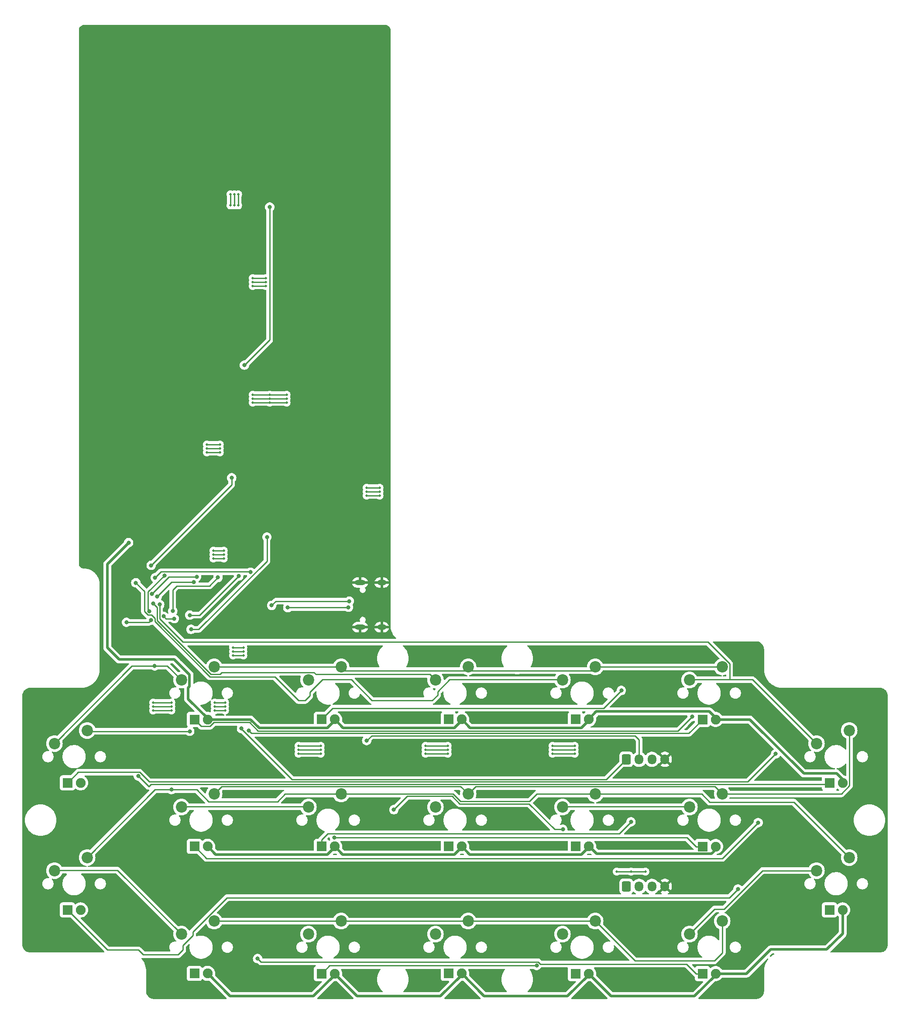
<source format=gbl>
G04 #@! TF.GenerationSoftware,KiCad,Pcbnew,8.0.2*
G04 #@! TF.CreationDate,2024-07-10T12:12:49+02:00*
G04 #@! TF.ProjectId,Single_board,53696e67-6c65-45f6-926f-6172642e6b69,0.5.x*
G04 #@! TF.SameCoordinates,Original*
G04 #@! TF.FileFunction,Copper,L2,Bot*
G04 #@! TF.FilePolarity,Positive*
%FSLAX46Y46*%
G04 Gerber Fmt 4.6, Leading zero omitted, Abs format (unit mm)*
G04 Created by KiCad (PCBNEW 8.0.2) date 2024-07-10 12:12:49*
%MOMM*%
%LPD*%
G01*
G04 APERTURE LIST*
G04 Aperture macros list*
%AMRoundRect*
0 Rectangle with rounded corners*
0 $1 Rounding radius*
0 $2 $3 $4 $5 $6 $7 $8 $9 X,Y pos of 4 corners*
0 Add a 4 corners polygon primitive as box body*
4,1,4,$2,$3,$4,$5,$6,$7,$8,$9,$2,$3,0*
0 Add four circle primitives for the rounded corners*
1,1,$1+$1,$2,$3*
1,1,$1+$1,$4,$5*
1,1,$1+$1,$6,$7*
1,1,$1+$1,$8,$9*
0 Add four rect primitives between the rounded corners*
20,1,$1+$1,$2,$3,$4,$5,0*
20,1,$1+$1,$4,$5,$6,$7,0*
20,1,$1+$1,$6,$7,$8,$9,0*
20,1,$1+$1,$8,$9,$2,$3,0*%
G04 Aperture macros list end*
G04 #@! TA.AperFunction,ComponentPad*
%ADD10C,1.905000*%
G04 #@! TD*
G04 #@! TA.AperFunction,ComponentPad*
%ADD11R,1.905000X1.905000*%
G04 #@! TD*
G04 #@! TA.AperFunction,ComponentPad*
%ADD12C,2.200000*%
G04 #@! TD*
G04 #@! TA.AperFunction,ComponentPad*
%ADD13O,2.100000X1.000000*%
G04 #@! TD*
G04 #@! TA.AperFunction,ComponentPad*
%ADD14O,1.800000X1.000000*%
G04 #@! TD*
G04 #@! TA.AperFunction,ComponentPad*
%ADD15RoundRect,0.250000X-0.600000X-0.725000X0.600000X-0.725000X0.600000X0.725000X-0.600000X0.725000X0*%
G04 #@! TD*
G04 #@! TA.AperFunction,ComponentPad*
%ADD16O,1.700000X1.950000*%
G04 #@! TD*
G04 #@! TA.AperFunction,ViaPad*
%ADD17C,0.800000*%
G04 #@! TD*
G04 #@! TA.AperFunction,ViaPad*
%ADD18C,0.500000*%
G04 #@! TD*
G04 #@! TA.AperFunction,Conductor*
%ADD19C,0.250000*%
G04 #@! TD*
G04 #@! TA.AperFunction,Conductor*
%ADD20C,0.508000*%
G04 #@! TD*
G04 APERTURE END LIST*
D10*
X159678000Y-171413700D03*
D11*
X157138000Y-171413700D03*
D10*
X282868000Y-183732700D03*
D11*
X280328000Y-183732700D03*
D12*
X234862000Y-185862000D03*
X228512000Y-188402000D03*
X136310000Y-198181000D03*
X129960000Y-200721000D03*
D10*
X233592000Y-196022000D03*
D11*
X231052000Y-196022000D03*
D12*
X136310000Y-173543000D03*
X129960000Y-176083000D03*
X210224000Y-161224000D03*
X203874000Y-163764000D03*
D10*
X208954000Y-171384000D03*
D11*
X206414000Y-171384000D03*
D12*
X160948000Y-185862000D03*
X154598000Y-188402000D03*
D10*
X258230000Y-220689700D03*
D11*
X255690000Y-220689700D03*
D10*
X184316000Y-171384000D03*
D11*
X181776000Y-171384000D03*
D10*
X184316000Y-196022000D03*
D11*
X181776000Y-196022000D03*
D10*
X258230000Y-171413700D03*
D11*
X255690000Y-171413700D03*
D12*
X259500000Y-185862000D03*
X253150000Y-188402000D03*
X185586000Y-185862000D03*
X179236000Y-188402000D03*
X259500000Y-161224000D03*
X253150000Y-163764000D03*
D10*
X208954000Y-220660000D03*
D11*
X206414000Y-220660000D03*
D12*
X259500000Y-210500000D03*
X253150000Y-213040000D03*
X210224000Y-185862000D03*
X203874000Y-188402000D03*
D10*
X135040000Y-208341000D03*
D11*
X132500000Y-208341000D03*
D12*
X234862000Y-161224000D03*
X228512000Y-163764000D03*
D10*
X282868000Y-208341000D03*
D11*
X280328000Y-208341000D03*
D12*
X210224000Y-210500000D03*
X203874000Y-213040000D03*
X185586000Y-161224000D03*
X179236000Y-163764000D03*
D10*
X233592000Y-220689700D03*
D11*
X231052000Y-220689700D03*
D10*
X258230000Y-196051700D03*
D11*
X255690000Y-196051700D03*
D10*
X233592000Y-171384000D03*
D11*
X231052000Y-171384000D03*
D10*
X159678000Y-196022000D03*
D11*
X157138000Y-196022000D03*
D10*
X184316000Y-220689700D03*
D11*
X181776000Y-220689700D03*
D13*
X189254600Y-153519600D03*
D14*
X193454600Y-153519600D03*
D13*
X189254600Y-144879600D03*
D14*
X193454600Y-144879600D03*
D12*
X185586000Y-210500000D03*
X179236000Y-213040000D03*
X284138000Y-198181000D03*
X277788000Y-200721000D03*
X160948000Y-161224000D03*
X154598000Y-163764000D03*
D10*
X208954000Y-196022000D03*
D11*
X206414000Y-196022000D03*
D12*
X160948000Y-210500000D03*
X154598000Y-213040000D03*
D10*
X159678000Y-220660000D03*
D11*
X157138000Y-220660000D03*
D10*
X135040000Y-183703000D03*
D11*
X132500000Y-183703000D03*
D12*
X284138000Y-173543000D03*
X277788000Y-176083000D03*
X234862000Y-210500000D03*
X228512000Y-213040000D03*
D15*
X240891000Y-179148000D03*
D16*
X243391000Y-179148000D03*
X245891000Y-179148000D03*
X248391000Y-179148000D03*
D15*
X240891000Y-203786000D03*
D16*
X243391000Y-203786000D03*
X245891000Y-203786000D03*
X248391000Y-203786000D03*
D17*
X156211800Y-173709900D03*
X152666500Y-185016100D03*
X166258600Y-173172000D03*
X166818300Y-102721800D03*
X171730400Y-72070400D03*
X156217000Y-151181500D03*
X165709150Y-143611150D03*
D18*
X152654000Y-168910000D03*
X168402000Y-87376000D03*
X164592000Y-159004000D03*
X177292000Y-177292000D03*
X164084000Y-69596000D03*
X170942000Y-87376000D03*
X239014000Y-200914000D03*
X177292000Y-178054000D03*
X177292000Y-176530000D03*
D17*
X148710400Y-152178600D03*
D18*
X226568000Y-176530000D03*
X226568000Y-178054000D03*
X190500000Y-128016000D03*
X166624000Y-157480000D03*
X175006000Y-109982000D03*
X159512000Y-118110000D03*
X244602000Y-200914000D03*
X164846000Y-69596000D03*
X149098000Y-169672000D03*
X206248000Y-176530000D03*
X163068000Y-169672000D03*
D17*
X143941800Y-152577800D03*
D18*
X161036000Y-168910000D03*
X160782000Y-140208000D03*
X168402000Y-86614000D03*
X166624000Y-159004000D03*
X193040000Y-127254000D03*
X190500000Y-126492000D03*
X152654000Y-169672000D03*
X162052000Y-119634000D03*
X152654000Y-168148000D03*
X190500000Y-127254000D03*
X226568000Y-177292000D03*
X206248000Y-178054000D03*
X165608000Y-69596000D03*
X162814000Y-140208000D03*
X171704000Y-109220000D03*
X163068000Y-168148000D03*
X170942000Y-85852000D03*
X175006000Y-108458000D03*
X149098000Y-168910000D03*
X230886000Y-177292000D03*
X159512000Y-119634000D03*
X230886000Y-176530000D03*
X171704000Y-108458000D03*
X162814000Y-138684000D03*
X230886000Y-178054000D03*
X161036000Y-168148000D03*
X206248000Y-177292000D03*
X171704000Y-109982000D03*
X166624000Y-158242000D03*
X164084000Y-71755000D03*
X193040000Y-126492000D03*
X162814000Y-139446000D03*
X168402000Y-109982000D03*
X241808000Y-200914000D03*
X168402000Y-108458000D03*
X163068000Y-168910000D03*
X181610000Y-177292000D03*
X165608000Y-71755000D03*
X168402000Y-85852000D03*
X161036000Y-169672000D03*
D17*
X153212800Y-151866600D03*
D18*
X160782000Y-138684000D03*
X162052000Y-118872000D03*
X162052000Y-118110000D03*
X160782000Y-139446000D03*
D17*
X151130000Y-151409400D03*
D18*
X181610000Y-178054000D03*
X164592000Y-158242000D03*
X164592000Y-157480000D03*
X201930000Y-177292000D03*
X193040000Y-128016000D03*
X201930000Y-176530000D03*
X175006000Y-109220000D03*
X170942000Y-86614000D03*
X164846000Y-71755000D03*
X181610000Y-176530000D03*
X159512000Y-118872000D03*
X168402000Y-109220000D03*
X149098000Y-168148000D03*
X201930000Y-178054000D03*
X196342000Y-211836000D03*
X190500000Y-181864000D03*
X195580000Y-208280000D03*
X249428000Y-192786000D03*
D17*
X166370000Y-152654000D03*
D18*
X220218000Y-192532000D03*
X171196000Y-211836000D03*
X175514000Y-175260000D03*
X249428000Y-171958000D03*
X159258000Y-157734000D03*
X197104000Y-204978000D03*
X177800000Y-157480000D03*
X170434000Y-204978000D03*
X196596000Y-199644000D03*
D17*
X172720000Y-71120000D03*
D18*
X196596000Y-192532000D03*
X178562000Y-154940000D03*
X192024000Y-181864000D03*
D17*
X166065200Y-99339400D03*
X154686000Y-159766000D03*
D18*
X160020000Y-157734000D03*
X170434000Y-211836000D03*
X249428000Y-196088000D03*
X175514000Y-171704000D03*
X171196000Y-208280000D03*
X247904000Y-168656000D03*
X195834000Y-192532000D03*
X237490000Y-175514000D03*
X195580000Y-211836000D03*
X247904000Y-192786000D03*
X196342000Y-208280000D03*
X221742000Y-195834000D03*
X160020000Y-155194000D03*
X248666000Y-196088000D03*
D17*
X167640000Y-153924000D03*
X165937500Y-86990000D03*
D18*
X171450000Y-164338000D03*
X237490000Y-171704000D03*
X159258000Y-155194000D03*
X247904000Y-175006000D03*
D17*
X165100000Y-59436000D03*
X168400000Y-91440000D03*
X156464000Y-149400000D03*
D18*
X248666000Y-175006000D03*
X172212000Y-164338000D03*
X195834000Y-199644000D03*
X220980000Y-195834000D03*
X177038000Y-154940000D03*
X235966000Y-175514000D03*
X196342000Y-204978000D03*
D17*
X162306000Y-68072000D03*
D18*
X190500000Y-186944000D03*
D17*
X153670000Y-158750000D03*
D18*
X224790000Y-164846000D03*
X174752000Y-175260000D03*
X223266000Y-164846000D03*
X192024000Y-186944000D03*
D17*
X167500000Y-70634000D03*
D18*
X177038000Y-157480000D03*
D17*
X152908000Y-157734000D03*
D18*
X197104000Y-211836000D03*
X248666000Y-168656000D03*
X195580000Y-204978000D03*
D17*
X165354000Y-151638000D03*
D18*
X171196000Y-204978000D03*
X158496000Y-155194000D03*
X172212000Y-160020000D03*
X196596000Y-195834000D03*
X171958000Y-208280000D03*
X248666000Y-171958000D03*
D17*
X176784000Y-137668000D03*
D18*
X236728000Y-175514000D03*
D17*
X143002000Y-157734000D03*
X162306000Y-80772000D03*
D18*
X224028000Y-160528000D03*
X248666000Y-192786000D03*
X158496000Y-157734000D03*
X221742000Y-192532000D03*
D17*
X142748000Y-147066000D03*
D18*
X197358000Y-192532000D03*
X195834000Y-195834000D03*
X220980000Y-192532000D03*
X191262000Y-186944000D03*
X170434000Y-208280000D03*
X170688000Y-164338000D03*
X191262000Y-181864000D03*
X248666000Y-199644000D03*
X224790000Y-160528000D03*
X174752000Y-171704000D03*
X171450000Y-160020000D03*
D17*
X162306000Y-69342000D03*
D18*
X197104000Y-208280000D03*
X173990000Y-171704000D03*
X177800000Y-154940000D03*
X220218000Y-199644000D03*
X220218000Y-195834000D03*
X223266000Y-160528000D03*
X197358000Y-195834000D03*
X173990000Y-175260000D03*
X171958000Y-204978000D03*
X220980000Y-199644000D03*
X236728000Y-171704000D03*
X249428000Y-168656000D03*
X249428000Y-199644000D03*
X247904000Y-196088000D03*
X170688000Y-160020000D03*
X249428000Y-175006000D03*
X197358000Y-199644000D03*
X235966000Y-171704000D03*
X247904000Y-199644000D03*
X224028000Y-164846000D03*
X171958000Y-211836000D03*
X247904000Y-171958000D03*
X178562000Y-157480000D03*
X221742000Y-199644000D03*
D17*
X190536100Y-175514000D03*
X148730200Y-141527300D03*
X164348300Y-124562600D03*
X171182700Y-136059900D03*
X156467853Y-153945547D03*
X161693400Y-143875400D03*
X152919500Y-150394900D03*
X151311300Y-143502800D03*
X148403601Y-150449301D03*
X149420800Y-161040800D03*
X149128600Y-148917600D03*
X145754200Y-144925400D03*
X150390500Y-149126300D03*
X144357200Y-137129700D03*
X269868600Y-178098700D03*
X262555100Y-204299000D03*
X253683700Y-170879700D03*
X266480300Y-191416600D03*
X239940503Y-165799397D03*
X167675900Y-173608900D03*
X223511800Y-219132500D03*
X195816300Y-188908500D03*
X228587100Y-192707000D03*
X184272700Y-194320200D03*
X169383700Y-217781200D03*
X146227800Y-182372000D03*
X241808000Y-191262000D03*
X157039500Y-144806200D03*
X149914100Y-147588800D03*
X148911400Y-147059900D03*
X157551700Y-143766000D03*
X187009300Y-149658300D03*
X175229700Y-149734800D03*
X187153000Y-148467900D03*
X172105000Y-149308100D03*
X149495800Y-143939500D03*
X167995500Y-142872900D03*
D19*
X148311200Y-152577800D02*
X143941800Y-152577800D01*
X148710400Y-152178600D02*
X148311200Y-152577800D01*
X228441600Y-163693600D02*
X228512000Y-163764000D01*
X204301100Y-166697900D02*
X204301100Y-166035000D01*
X204301100Y-166035000D02*
X206642500Y-163693600D01*
X203264700Y-167734300D02*
X204301100Y-166697900D01*
X206642500Y-163693600D02*
X228441600Y-163693600D01*
X191574100Y-167734300D02*
X203264700Y-167734300D01*
X181939700Y-163703700D02*
X187543500Y-163703700D01*
X179519600Y-166123800D02*
X181939700Y-163703700D01*
X179519600Y-166786200D02*
X179519600Y-166123800D01*
X160149904Y-163149000D02*
X172726900Y-163149000D01*
X187543500Y-163703700D02*
X191574100Y-167734300D01*
X148786701Y-151174301D02*
X149435400Y-151823000D01*
X177311500Y-167733600D02*
X178572200Y-167733600D01*
X148103296Y-151174301D02*
X148786701Y-151174301D01*
X149435400Y-151823000D02*
X149435400Y-152434496D01*
X147418300Y-150489305D02*
X148103296Y-151174301D01*
X172726900Y-163149000D02*
X177311500Y-167733600D01*
X147418300Y-146589500D02*
X147418300Y-150489305D01*
X178572200Y-167733600D02*
X179519600Y-166786200D01*
X145754200Y-144925400D02*
X147418300Y-146589500D01*
X149435400Y-152434496D02*
X160149904Y-163149000D01*
X202777400Y-162667400D02*
X203874000Y-163764000D01*
X162413700Y-162298300D02*
X180310300Y-162298300D01*
X160310500Y-162673200D02*
X162038800Y-162673200D01*
X180679400Y-162667400D02*
X202777400Y-162667400D01*
X149885400Y-152248100D02*
X160310500Y-162673200D01*
X180310300Y-162298300D02*
X180679400Y-162667400D01*
X149885400Y-149674400D02*
X149885400Y-152248100D01*
X162038800Y-162673200D02*
X162413700Y-162298300D01*
X149128600Y-148917600D02*
X149885400Y-149674400D01*
X260936000Y-160597800D02*
X260936000Y-163703600D01*
X256734344Y-156396144D02*
X260936000Y-160597800D01*
X196649625Y-156397063D02*
X256734344Y-156396144D01*
X196649618Y-156397070D02*
X196649625Y-156397063D01*
X150393400Y-151917400D02*
X154873070Y-156397070D01*
X150390500Y-149126300D02*
X150393400Y-149129200D01*
X150393400Y-149129200D02*
X150393400Y-151917400D01*
X154873070Y-156397070D02*
X196649618Y-156397070D01*
X151587200Y-151866600D02*
X153212800Y-151866600D01*
X151130000Y-151409400D02*
X151587200Y-151866600D01*
X185586000Y-161224000D02*
X186294700Y-161932700D01*
X210948800Y-161948800D02*
X234137200Y-161948800D01*
X209515300Y-161932700D02*
X210224000Y-161224000D01*
X234137200Y-161948800D02*
X234862000Y-161224000D01*
X160948000Y-161224000D02*
X185586000Y-161224000D01*
X259500000Y-161224000D02*
X234862000Y-161224000D01*
X186294700Y-161932700D02*
X209515300Y-161932700D01*
X210224000Y-161224000D02*
X210948800Y-161948800D01*
X210224000Y-185862000D02*
X208773000Y-184411000D01*
X284210100Y-173615100D02*
X284210100Y-184266800D01*
X208773000Y-184411000D02*
X162399000Y-184411000D01*
X284210100Y-184266800D02*
X282614900Y-185862000D01*
X282614900Y-185862000D02*
X259500000Y-185862000D01*
X136476900Y-173709900D02*
X136310000Y-173543000D01*
X210224000Y-185862000D02*
X211662900Y-184423100D01*
X156211800Y-173709900D02*
X136476900Y-173709900D01*
X162399000Y-184411000D02*
X160948000Y-185862000D01*
X211662900Y-184423100D02*
X258061100Y-184423100D01*
X284138000Y-173543000D02*
X284210100Y-173615100D01*
X258061100Y-184423100D02*
X259500000Y-185862000D01*
X174703100Y-185862000D02*
X185586000Y-185862000D01*
X255521900Y-185862000D02*
X257111900Y-187452000D01*
X207320400Y-185862000D02*
X208768200Y-187309800D01*
X149474900Y-185016100D02*
X136310000Y-198181000D01*
X152666500Y-185016100D02*
X157562100Y-185016100D01*
X152666500Y-185016100D02*
X149474900Y-185016100D01*
X157562100Y-185016100D02*
X159890200Y-187344200D01*
X185586000Y-185862000D02*
X207320400Y-185862000D01*
X234862000Y-185862000D02*
X255521900Y-185862000D01*
X223586000Y-185862000D02*
X234862000Y-185862000D01*
X273409000Y-187452000D02*
X284138000Y-198181000D01*
X173220900Y-187344200D02*
X174703100Y-185862000D01*
X208768200Y-187309800D02*
X222138200Y-187309800D01*
X159890200Y-187344200D02*
X173220900Y-187344200D01*
X222138200Y-187309800D02*
X223586000Y-185862000D01*
X257111900Y-187452000D02*
X273409000Y-187452000D01*
X210224000Y-210500000D02*
X234862000Y-210500000D01*
X234862000Y-210500000D02*
X242582700Y-218220700D01*
X242582700Y-218220700D02*
X257974200Y-218220700D01*
X160948000Y-210500000D02*
X185586000Y-210500000D01*
X185586000Y-210500000D02*
X210224000Y-210500000D01*
X257974200Y-218220700D02*
X259550000Y-216644900D01*
X259550000Y-216644900D02*
X259550000Y-210550000D01*
X259550000Y-210550000D02*
X259500000Y-210500000D01*
X166258700Y-173172000D02*
X166258600Y-173172000D01*
X166818300Y-102721800D02*
X171730400Y-97809700D01*
X171730400Y-97809700D02*
X171730400Y-72070400D01*
X166258700Y-173258700D02*
X166258700Y-173172000D01*
X236978000Y-183061000D02*
X176061000Y-183061000D01*
X176061000Y-183061000D02*
X166258700Y-173258700D01*
X240891000Y-179148000D02*
X236978000Y-183061000D01*
X165709150Y-143611150D02*
X158138800Y-151181500D01*
X158138800Y-151181500D02*
X156217000Y-151181500D01*
X206248000Y-177292000D02*
X201930000Y-177292000D01*
X181610000Y-177292000D02*
X177292000Y-177292000D01*
X168402000Y-85852000D02*
X170942000Y-85852000D01*
X181610000Y-178054000D02*
X177292000Y-178054000D01*
X244602000Y-200914000D02*
X241808000Y-200914000D01*
X164084000Y-69596000D02*
X164084000Y-71755000D01*
X230886000Y-178054000D02*
X226568000Y-178054000D01*
X159512000Y-118110000D02*
X162052000Y-118110000D01*
X164846000Y-71755000D02*
X164846000Y-69596000D01*
X171704000Y-109220000D02*
X168402000Y-109220000D01*
X171704000Y-108458000D02*
X168402000Y-108458000D01*
X181610000Y-176530000D02*
X177292000Y-176530000D01*
X165608000Y-69596000D02*
X165608000Y-71755000D01*
X168402000Y-86614000D02*
X170942000Y-86614000D01*
X171704000Y-108458000D02*
X175006000Y-108458000D01*
X149098000Y-169672000D02*
X152654000Y-169672000D01*
X175006000Y-109220000D02*
X171704000Y-109220000D01*
X230886000Y-176530000D02*
X226568000Y-176530000D01*
X171704000Y-109982000D02*
X168402000Y-109982000D01*
X206248000Y-178054000D02*
X201930000Y-178054000D01*
X190500000Y-127254000D02*
X193040000Y-127254000D01*
X164592000Y-157480000D02*
X166624000Y-157480000D01*
X206248000Y-176530000D02*
X201930000Y-176530000D01*
X161036000Y-168910000D02*
X163068000Y-168910000D01*
X162814000Y-140208000D02*
X160782000Y-140208000D01*
X230886000Y-177292000D02*
X226568000Y-177292000D01*
X159512000Y-118872000D02*
X162052000Y-118872000D01*
X241808000Y-200914000D02*
X239014000Y-200914000D01*
X171704000Y-109982000D02*
X175006000Y-109982000D01*
X190500000Y-126492000D02*
X193040000Y-126492000D01*
X149098000Y-168910000D02*
X152654000Y-168910000D01*
X166624000Y-159004000D02*
X164592000Y-159004000D01*
X161036000Y-168148000D02*
X163068000Y-168148000D01*
X170942000Y-87376000D02*
X168402000Y-87376000D01*
X160782000Y-139446000D02*
X162814000Y-139446000D01*
X193040000Y-128016000D02*
X190500000Y-128016000D01*
X160782000Y-138684000D02*
X162814000Y-138684000D01*
X162052000Y-119634000D02*
X159512000Y-119634000D01*
X163068000Y-169672000D02*
X161036000Y-169672000D01*
X164592000Y-158242000D02*
X166624000Y-158242000D01*
X149098000Y-168148000D02*
X152654000Y-168148000D01*
X166065200Y-99339400D02*
X166093300Y-99367500D01*
X166065200Y-99339400D02*
X166116000Y-99288600D01*
X190536100Y-175514000D02*
X191505687Y-174544413D01*
X164348300Y-125909200D02*
X164348300Y-124562600D01*
X191505687Y-174544413D02*
X242616413Y-174544413D01*
X242616413Y-174544413D02*
X243391000Y-175319000D01*
X243391000Y-175319000D02*
X243391000Y-179148000D01*
X148730200Y-141527300D02*
X164348300Y-125909200D01*
X157957653Y-153945547D02*
X171182700Y-140720500D01*
X171182700Y-140720500D02*
X171182700Y-136059900D01*
X156467853Y-153945547D02*
X157957653Y-153945547D01*
X160037600Y-145531200D02*
X161693400Y-143875400D01*
X152919500Y-150394900D02*
X152919500Y-146292500D01*
X153680800Y-145531200D02*
X160037600Y-145531200D01*
X152919500Y-146292500D02*
X153680800Y-145531200D01*
X148145000Y-146669100D02*
X151311300Y-143502800D01*
X148145000Y-150190700D02*
X148145000Y-146669100D01*
X148403601Y-150449301D02*
X148145000Y-150190700D01*
X151874800Y-161040800D02*
X154598000Y-163764000D01*
X145002200Y-161040800D02*
X149420800Y-161040800D01*
X130020400Y-200660600D02*
X129960000Y-200721000D01*
X142218600Y-200660600D02*
X130020400Y-200660600D01*
X129960000Y-176083000D02*
X145002200Y-161040800D01*
X154598000Y-213040000D02*
X142218600Y-200660600D01*
X149420800Y-161040800D02*
X151874800Y-161040800D01*
X179236000Y-188402000D02*
X179165600Y-188331600D01*
X179165600Y-188331600D02*
X154668400Y-188331600D01*
X154668400Y-188331600D02*
X154598000Y-188402000D01*
X228582000Y-188332000D02*
X253080000Y-188332000D01*
X228512000Y-188402000D02*
X228582000Y-188332000D01*
X253080000Y-188332000D02*
X253150000Y-188402000D01*
X260936000Y-163703600D02*
X253210400Y-163703600D01*
X259837100Y-208164900D02*
X267281000Y-200721000D01*
X253150000Y-213040000D02*
X258025100Y-208164900D01*
X267281000Y-200721000D02*
X277788000Y-200721000D01*
X253210400Y-163703600D02*
X253150000Y-163764000D01*
X258025100Y-208164900D02*
X259837100Y-208164900D01*
X277788000Y-176083000D02*
X265408600Y-163703600D01*
X265408600Y-163703600D02*
X260936000Y-163703600D01*
D20*
X155904000Y-165266809D02*
X155904000Y-167443740D01*
X233592000Y-196022000D02*
X233592000Y-196176000D01*
X168040914Y-171413700D02*
X159678000Y-171413700D01*
X282868000Y-212940000D02*
X279806400Y-216001600D01*
X188700000Y-225073700D02*
X204872700Y-225073700D01*
X180234700Y-225044000D02*
X184316000Y-220962700D01*
X207518000Y-197612000D02*
X185906000Y-197612000D01*
X140208000Y-157480000D02*
X142494000Y-159766000D01*
X268901900Y-216001600D02*
X264213800Y-220689700D01*
X275336000Y-181864000D02*
X264885700Y-171413700D01*
X229510700Y-225044000D02*
X233592000Y-220962700D01*
X258230000Y-171108000D02*
X256997200Y-169875200D01*
X233592000Y-220689700D02*
X237976000Y-225073700D01*
X279806400Y-216001600D02*
X268901900Y-216001600D01*
X256997200Y-169875200D02*
X235100800Y-169875200D01*
X142494000Y-159766000D02*
X153213987Y-159766000D01*
X258230000Y-196051700D02*
X258230000Y-196684000D01*
X210544000Y-197612000D02*
X208954000Y-196022000D01*
X264213800Y-220689700D02*
X258230000Y-220689700D01*
X282868000Y-183732700D02*
X282868000Y-183046000D01*
X237976000Y-225073700D02*
X254148700Y-225073700D01*
X185906000Y-197612000D02*
X184316000Y-196022000D01*
X233592000Y-171657000D02*
X233592000Y-171384000D01*
X282868000Y-183046000D02*
X281686000Y-181864000D01*
X210635413Y-173065413D02*
X232183587Y-173065413D01*
X258230000Y-171413700D02*
X258230000Y-171108000D01*
X213338000Y-225044000D02*
X229510700Y-225044000D01*
X281686000Y-181864000D02*
X275336000Y-181864000D01*
X184316000Y-171384000D02*
X184316000Y-171657000D01*
X161268000Y-197612000D02*
X159678000Y-196022000D01*
X153213987Y-159766000D02*
X156152000Y-162704013D01*
X182880000Y-197612000D02*
X161268000Y-197612000D01*
X257426300Y-197487700D02*
X235182000Y-197487700D01*
X184316000Y-171384000D02*
X185997413Y-173065413D01*
X264885700Y-171413700D02*
X258230000Y-171413700D01*
X235100800Y-169875200D02*
X233592000Y-171384000D01*
X208954000Y-171657000D02*
X208954000Y-171384000D01*
X184316000Y-196176000D02*
X182880000Y-197612000D01*
X208954000Y-196176000D02*
X207518000Y-197612000D01*
X182907587Y-173065413D02*
X169692627Y-173065413D01*
X144357200Y-137129700D02*
X140208000Y-141278900D01*
X184316000Y-220689700D02*
X188700000Y-225073700D01*
X232156000Y-197612000D02*
X210544000Y-197612000D01*
X156152000Y-165018809D02*
X155904000Y-165266809D01*
X204872700Y-225073700D02*
X208954000Y-220992400D01*
X233592000Y-220962700D02*
X233592000Y-220689700D01*
X207545587Y-173065413D02*
X208954000Y-171657000D01*
X185997413Y-173065413D02*
X207545587Y-173065413D01*
X169692627Y-173065413D02*
X168040914Y-171413700D01*
X140208000Y-141278900D02*
X140208000Y-157480000D01*
X232183587Y-173065413D02*
X233592000Y-171657000D01*
X156152000Y-162704013D02*
X156152000Y-165018809D01*
X235182000Y-197487700D02*
X233592000Y-195897700D01*
X155904000Y-167443740D02*
X159678000Y-171217740D01*
X208954000Y-220660000D02*
X213338000Y-225044000D01*
X164062000Y-225044000D02*
X180234700Y-225044000D01*
X254148700Y-225073700D02*
X258230000Y-220992400D01*
X233592000Y-196176000D02*
X232156000Y-197612000D01*
X282868000Y-208341000D02*
X282868000Y-212940000D01*
X159678000Y-171217740D02*
X159678000Y-171413700D01*
X208954000Y-171384000D02*
X210635413Y-173065413D01*
X159678000Y-220660000D02*
X164062000Y-225044000D01*
X258230000Y-196684000D02*
X257426300Y-197487700D01*
X184316000Y-171657000D02*
X182907587Y-173065413D01*
D19*
X264456300Y-183511000D02*
X148392105Y-183511000D01*
X148392105Y-183511000D02*
X146528105Y-181647000D01*
X146528105Y-181647000D02*
X134556000Y-181647000D01*
X269868600Y-178098700D02*
X264456300Y-183511000D01*
X134556000Y-181647000D02*
X132500000Y-183703000D01*
X156805900Y-213281700D02*
X154881600Y-215206000D01*
X154881600Y-215206000D02*
X154881600Y-216105600D01*
X153957500Y-217029700D02*
X147179700Y-217029700D01*
X163451300Y-205963300D02*
X156805900Y-212608700D01*
X156805900Y-212608700D02*
X156805900Y-213281700D01*
X147179700Y-217029700D02*
X146253200Y-216103200D01*
X262555100Y-204299000D02*
X260890800Y-205963300D01*
X260890800Y-205963300D02*
X163451300Y-205963300D01*
X140262200Y-216103200D02*
X132500000Y-208341000D01*
X154881600Y-216105600D02*
X153957500Y-217029700D01*
X146253200Y-216103200D02*
X140262200Y-216103200D01*
X167801084Y-171992700D02*
X160905658Y-171992700D01*
X169452797Y-173644413D02*
X167801084Y-171992700D01*
X158454700Y-172730400D02*
X157138000Y-171413700D01*
X250918987Y-173644413D02*
X169452797Y-173644413D01*
X160167958Y-172730400D02*
X158454700Y-172730400D01*
X160905658Y-171992700D02*
X160167958Y-172730400D01*
X253683700Y-170879700D02*
X250918987Y-173644413D01*
X266480300Y-191416600D02*
X259522900Y-198374000D01*
X259522900Y-198374000D02*
X159490000Y-198374000D01*
X159490000Y-198374000D02*
X157138000Y-196022000D01*
X236517000Y-169222900D02*
X183937100Y-169222900D01*
X239940503Y-165799397D02*
X236517000Y-169222900D01*
X183937100Y-169222900D02*
X181776000Y-171384000D01*
X253009287Y-174094413D02*
X255690000Y-171413700D01*
X167675900Y-173608900D02*
X168161413Y-174094413D01*
X168161413Y-174094413D02*
X253009287Y-174094413D01*
X183333200Y-219132500D02*
X181776000Y-220689700D01*
X223511800Y-219132500D02*
X183333200Y-219132500D01*
X226989300Y-192707000D02*
X228587100Y-192707000D01*
X207134004Y-186312000D02*
X208581804Y-187759800D01*
X222042100Y-187759800D02*
X226989300Y-192707000D01*
X208581804Y-187759800D02*
X222042100Y-187759800D01*
X195816300Y-188908500D02*
X198412800Y-186312000D01*
X198412800Y-186312000D02*
X207134004Y-186312000D01*
X254410800Y-196051700D02*
X252679300Y-194320200D01*
X252679300Y-194320200D02*
X184272700Y-194320200D01*
X255690000Y-196051700D02*
X254410800Y-196051700D01*
X254410800Y-220689700D02*
X252572000Y-218850900D01*
X170008300Y-218405800D02*
X169383700Y-217781200D01*
X223812800Y-218405800D02*
X170008300Y-218405800D01*
X224257900Y-218850900D02*
X223812800Y-218405800D01*
X252572000Y-218850900D02*
X224257900Y-218850900D01*
X255690000Y-220689700D02*
X254410800Y-220689700D01*
X280099700Y-183961000D02*
X280328000Y-183732700D01*
X146227800Y-182372000D02*
X148259800Y-184404000D01*
X148702800Y-183961000D02*
X280099700Y-183961000D01*
X148259800Y-184404000D02*
X148702800Y-183961000D01*
X181776000Y-194742800D02*
X181776000Y-196022000D01*
X241808000Y-191262000D02*
X239514700Y-193555300D01*
X182963500Y-193555300D02*
X181776000Y-194742800D01*
X239514700Y-193555300D02*
X182963500Y-193555300D01*
X152696700Y-144806200D02*
X149914100Y-147588800D01*
X157039500Y-144806200D02*
X152696700Y-144806200D01*
X152205300Y-143766000D02*
X148911400Y-147059900D01*
X157551700Y-143766000D02*
X152205300Y-143766000D01*
X175229700Y-149734800D02*
X186932800Y-149734800D01*
X186932800Y-149734800D02*
X187009300Y-149658300D01*
X172945200Y-148467900D02*
X187153000Y-148467900D01*
X172105000Y-149308100D02*
X172945200Y-148467900D01*
X150659200Y-142776100D02*
X167898700Y-142776100D01*
X167898700Y-142776100D02*
X167995500Y-142872900D01*
X149495800Y-143939500D02*
X150659200Y-142776100D01*
G04 #@! TA.AperFunction,Conductor*
G36*
X159383532Y-211029484D02*
G01*
X159439465Y-211071356D01*
X159454759Y-211098213D01*
X159510383Y-211232502D01*
X159642668Y-211448370D01*
X159642669Y-211448372D01*
X159642670Y-211448374D01*
X159642672Y-211448376D01*
X159807102Y-211640898D01*
X159999624Y-211805328D01*
X159999626Y-211805329D01*
X159999627Y-211805330D01*
X159999629Y-211805331D01*
X160215497Y-211937616D01*
X160449406Y-212034504D01*
X160449407Y-212034504D01*
X160449409Y-212034505D01*
X160695597Y-212093609D01*
X160948000Y-212113474D01*
X161200403Y-212093609D01*
X161446591Y-212034505D01*
X161680502Y-211937616D01*
X161896376Y-211805328D01*
X162088898Y-211640898D01*
X162253328Y-211448376D01*
X162385616Y-211232502D01*
X162394916Y-211210048D01*
X162438756Y-211155645D01*
X162505050Y-211133579D01*
X162509478Y-211133500D01*
X184024522Y-211133500D01*
X184091561Y-211153185D01*
X184137316Y-211205989D01*
X184139084Y-211210049D01*
X184148384Y-211232503D01*
X184280668Y-211448370D01*
X184280669Y-211448372D01*
X184280670Y-211448374D01*
X184280672Y-211448376D01*
X184445102Y-211640898D01*
X184637624Y-211805328D01*
X184637626Y-211805329D01*
X184637627Y-211805330D01*
X184637629Y-211805331D01*
X184853497Y-211937616D01*
X185087406Y-212034504D01*
X185087407Y-212034504D01*
X185087409Y-212034505D01*
X185333597Y-212093609D01*
X185586000Y-212113474D01*
X185838403Y-212093609D01*
X186084591Y-212034505D01*
X186318502Y-211937616D01*
X186534376Y-211805328D01*
X186726898Y-211640898D01*
X186891328Y-211448376D01*
X187023616Y-211232502D01*
X187032916Y-211210048D01*
X187076756Y-211155645D01*
X187143050Y-211133579D01*
X187147478Y-211133500D01*
X208662522Y-211133500D01*
X208729561Y-211153185D01*
X208775316Y-211205989D01*
X208777084Y-211210049D01*
X208786384Y-211232503D01*
X208918668Y-211448370D01*
X208918669Y-211448372D01*
X208918670Y-211448374D01*
X208918672Y-211448376D01*
X209083102Y-211640898D01*
X209275624Y-211805328D01*
X209275626Y-211805329D01*
X209275627Y-211805330D01*
X209275629Y-211805331D01*
X209491497Y-211937616D01*
X209725406Y-212034504D01*
X209725407Y-212034504D01*
X209725409Y-212034505D01*
X209971597Y-212093609D01*
X210224000Y-212113474D01*
X210476403Y-212093609D01*
X210722591Y-212034505D01*
X210956502Y-211937616D01*
X211172376Y-211805328D01*
X211364898Y-211640898D01*
X211529328Y-211448376D01*
X211661616Y-211232502D01*
X211670916Y-211210048D01*
X211714756Y-211155645D01*
X211781050Y-211133579D01*
X211785478Y-211133500D01*
X233300522Y-211133500D01*
X233367561Y-211153185D01*
X233413316Y-211205989D01*
X233415084Y-211210049D01*
X233424384Y-211232503D01*
X233556668Y-211448370D01*
X233556669Y-211448372D01*
X233556670Y-211448374D01*
X233556672Y-211448376D01*
X233721102Y-211640898D01*
X233913624Y-211805328D01*
X233913626Y-211805329D01*
X233913627Y-211805330D01*
X233913629Y-211805331D01*
X234129497Y-211937616D01*
X234363406Y-212034504D01*
X234363407Y-212034504D01*
X234363409Y-212034505D01*
X234609597Y-212093609D01*
X234862000Y-212113474D01*
X235114403Y-212093609D01*
X235360591Y-212034505D01*
X235383043Y-212025204D01*
X235452509Y-212017733D01*
X235514989Y-212049006D01*
X235518178Y-212052083D01*
X237761740Y-214295645D01*
X237795225Y-214356968D01*
X237790241Y-214426660D01*
X237748369Y-214482593D01*
X237682905Y-214507010D01*
X237654662Y-214505799D01*
X237488611Y-214479500D01*
X237315389Y-214479500D01*
X237295861Y-214482593D01*
X237144302Y-214506597D01*
X236979552Y-214560128D01*
X236825211Y-214638768D01*
X236761989Y-214684702D01*
X236685072Y-214740586D01*
X236685070Y-214740588D01*
X236685069Y-214740588D01*
X236562588Y-214863069D01*
X236562588Y-214863070D01*
X236562586Y-214863072D01*
X236518859Y-214923256D01*
X236460768Y-215003211D01*
X236382128Y-215157552D01*
X236328597Y-215322302D01*
X236314814Y-215409326D01*
X236301500Y-215493389D01*
X236301500Y-215666611D01*
X236328598Y-215837701D01*
X236382127Y-216002445D01*
X236460768Y-216156788D01*
X236562586Y-216296928D01*
X236685072Y-216419414D01*
X236825212Y-216521232D01*
X236979555Y-216599873D01*
X237144299Y-216653402D01*
X237315389Y-216680500D01*
X237315390Y-216680500D01*
X237488610Y-216680500D01*
X237488611Y-216680500D01*
X237659701Y-216653402D01*
X237824445Y-216599873D01*
X237978788Y-216521232D01*
X238118928Y-216419414D01*
X238241414Y-216296928D01*
X238343232Y-216156788D01*
X238421873Y-216002445D01*
X238475402Y-215837701D01*
X238502500Y-215666611D01*
X238502500Y-215493389D01*
X238476200Y-215327337D01*
X238485155Y-215258044D01*
X238530151Y-215204592D01*
X238596902Y-215183953D01*
X238664216Y-215202678D01*
X238686354Y-215220259D01*
X241471814Y-218005719D01*
X241505299Y-218067042D01*
X241500315Y-218136734D01*
X241458443Y-218192667D01*
X241392979Y-218217084D01*
X241384133Y-218217400D01*
X224571666Y-218217400D01*
X224504627Y-218197715D01*
X224483985Y-218181081D01*
X224216636Y-217913731D01*
X224216632Y-217913728D01*
X224112881Y-217844403D01*
X224112872Y-217844398D01*
X223997585Y-217796645D01*
X223997577Y-217796643D01*
X223875198Y-217772300D01*
X223875194Y-217772300D01*
X208850600Y-217772300D01*
X208783561Y-217752615D01*
X208737806Y-217699811D01*
X208727862Y-217630653D01*
X208756887Y-217567097D01*
X208788600Y-217540913D01*
X208835857Y-217513629D01*
X208936994Y-217455238D01*
X209171042Y-217275646D01*
X209379646Y-217067042D01*
X209559238Y-216832994D01*
X209706743Y-216577507D01*
X209819639Y-216304952D01*
X209895993Y-216019993D01*
X209934500Y-215727506D01*
X209934500Y-215493389D01*
X211663500Y-215493389D01*
X211663500Y-215666611D01*
X211690598Y-215837701D01*
X211744127Y-216002445D01*
X211822768Y-216156788D01*
X211924586Y-216296928D01*
X212047072Y-216419414D01*
X212187212Y-216521232D01*
X212341555Y-216599873D01*
X212506299Y-216653402D01*
X212677389Y-216680500D01*
X212677390Y-216680500D01*
X212850610Y-216680500D01*
X212850611Y-216680500D01*
X213021701Y-216653402D01*
X213186445Y-216599873D01*
X213340788Y-216521232D01*
X213480928Y-216419414D01*
X213603414Y-216296928D01*
X213705232Y-216156788D01*
X213783873Y-216002445D01*
X213837402Y-215837701D01*
X213864500Y-215666611D01*
X213864500Y-215493389D01*
X226141500Y-215493389D01*
X226141500Y-215666611D01*
X226168598Y-215837701D01*
X226222127Y-216002445D01*
X226300768Y-216156788D01*
X226402586Y-216296928D01*
X226525072Y-216419414D01*
X226665212Y-216521232D01*
X226819555Y-216599873D01*
X226984299Y-216653402D01*
X227155389Y-216680500D01*
X227155390Y-216680500D01*
X227328610Y-216680500D01*
X227328611Y-216680500D01*
X227499701Y-216653402D01*
X227664445Y-216599873D01*
X227818788Y-216521232D01*
X227958928Y-216419414D01*
X228081414Y-216296928D01*
X228183232Y-216156788D01*
X228261873Y-216002445D01*
X228315402Y-215837701D01*
X228342500Y-215666611D01*
X228342500Y-215493389D01*
X228332854Y-215432486D01*
X230071500Y-215432486D01*
X230071500Y-215727513D01*
X230092614Y-215887880D01*
X230110007Y-216019993D01*
X230184212Y-216296930D01*
X230186361Y-216304951D01*
X230186364Y-216304961D01*
X230299254Y-216577500D01*
X230299258Y-216577510D01*
X230446761Y-216832993D01*
X230626352Y-217067040D01*
X230626358Y-217067047D01*
X230834952Y-217275641D01*
X230834959Y-217275647D01*
X231069006Y-217455238D01*
X231324489Y-217602741D01*
X231324490Y-217602741D01*
X231324493Y-217602743D01*
X231470447Y-217663199D01*
X231580481Y-217708777D01*
X231597048Y-217715639D01*
X231882007Y-217791993D01*
X232174494Y-217830500D01*
X232174501Y-217830500D01*
X232469499Y-217830500D01*
X232469506Y-217830500D01*
X232761993Y-217791993D01*
X233046952Y-217715639D01*
X233319507Y-217602743D01*
X233574994Y-217455238D01*
X233809042Y-217275646D01*
X234017646Y-217067042D01*
X234197238Y-216832994D01*
X234344743Y-216577507D01*
X234457639Y-216304952D01*
X234533993Y-216019993D01*
X234572500Y-215727506D01*
X234572500Y-215432494D01*
X234533993Y-215140007D01*
X234457639Y-214855048D01*
X234344743Y-214582493D01*
X234289667Y-214487099D01*
X234197238Y-214327006D01*
X234017647Y-214092959D01*
X234017641Y-214092952D01*
X233809047Y-213884358D01*
X233809040Y-213884352D01*
X233574993Y-213704761D01*
X233319510Y-213557258D01*
X233319500Y-213557254D01*
X233046961Y-213444364D01*
X233046954Y-213444362D01*
X233046952Y-213444361D01*
X232761993Y-213368007D01*
X232713113Y-213361571D01*
X232469513Y-213329500D01*
X232469506Y-213329500D01*
X232174494Y-213329500D01*
X232174486Y-213329500D01*
X231896085Y-213366153D01*
X231882007Y-213368007D01*
X231797043Y-213390773D01*
X231597048Y-213444361D01*
X231597038Y-213444364D01*
X231324499Y-213557254D01*
X231324489Y-213557258D01*
X231069006Y-213704761D01*
X230834959Y-213884352D01*
X230834952Y-213884358D01*
X230626358Y-214092952D01*
X230626352Y-214092959D01*
X230446761Y-214327006D01*
X230299258Y-214582489D01*
X230299254Y-214582499D01*
X230186364Y-214855038D01*
X230186361Y-214855048D01*
X230158991Y-214957197D01*
X230110008Y-215140004D01*
X230110006Y-215140015D01*
X230071500Y-215432486D01*
X228332854Y-215432486D01*
X228315402Y-215322299D01*
X228261873Y-215157555D01*
X228183232Y-215003212D01*
X228081414Y-214863072D01*
X228034059Y-214815717D01*
X228000574Y-214754394D01*
X228005558Y-214684702D01*
X228047430Y-214628769D01*
X228112894Y-214604352D01*
X228150685Y-214607461D01*
X228259597Y-214633609D01*
X228512000Y-214653474D01*
X228764403Y-214633609D01*
X229010591Y-214574505D01*
X229244502Y-214477616D01*
X229460376Y-214345328D01*
X229652898Y-214180898D01*
X229817328Y-213988376D01*
X229949616Y-213772502D01*
X230046505Y-213538591D01*
X230105609Y-213292403D01*
X230125474Y-213040000D01*
X230105609Y-212787597D01*
X230046505Y-212541409D01*
X230046504Y-212541406D01*
X229949616Y-212307497D01*
X229817331Y-212091629D01*
X229817330Y-212091627D01*
X229817329Y-212091626D01*
X229817328Y-212091624D01*
X229652898Y-211899102D01*
X229460376Y-211734672D01*
X229460374Y-211734670D01*
X229460372Y-211734669D01*
X229460370Y-211734668D01*
X229244502Y-211602383D01*
X229010593Y-211505495D01*
X228764406Y-211446391D01*
X228512000Y-211426526D01*
X228259593Y-211446391D01*
X228013406Y-211505495D01*
X227779497Y-211602383D01*
X227563629Y-211734668D01*
X227563627Y-211734669D01*
X227371102Y-211899102D01*
X227206669Y-212091627D01*
X227206668Y-212091629D01*
X227074383Y-212307497D01*
X226977495Y-212541406D01*
X226918391Y-212787593D01*
X226898526Y-213040000D01*
X226918391Y-213292406D01*
X226977495Y-213538593D01*
X227074383Y-213772502D01*
X227206668Y-213988370D01*
X227206669Y-213988372D01*
X227206670Y-213988374D01*
X227206672Y-213988376D01*
X227371102Y-214180898D01*
X227475661Y-214270200D01*
X227513854Y-214328707D01*
X227514352Y-214398575D01*
X227476998Y-214457621D01*
X227413651Y-214487099D01*
X227375732Y-214486963D01*
X227328611Y-214479500D01*
X227155389Y-214479500D01*
X227135861Y-214482593D01*
X226984302Y-214506597D01*
X226819552Y-214560128D01*
X226665211Y-214638768D01*
X226601989Y-214684702D01*
X226525072Y-214740586D01*
X226525070Y-214740588D01*
X226525069Y-214740588D01*
X226402588Y-214863069D01*
X226402588Y-214863070D01*
X226402586Y-214863072D01*
X226358859Y-214923256D01*
X226300768Y-215003211D01*
X226222128Y-215157552D01*
X226168597Y-215322302D01*
X226154814Y-215409326D01*
X226141500Y-215493389D01*
X213864500Y-215493389D01*
X213837402Y-215322299D01*
X213783873Y-215157555D01*
X213705232Y-215003212D01*
X213603414Y-214863072D01*
X213480928Y-214740586D01*
X213340788Y-214638768D01*
X213186445Y-214560127D01*
X213021701Y-214506598D01*
X213021699Y-214506597D01*
X213021698Y-214506597D01*
X212870139Y-214482593D01*
X212850611Y-214479500D01*
X212677389Y-214479500D01*
X212657861Y-214482593D01*
X212506302Y-214506597D01*
X212341552Y-214560128D01*
X212187211Y-214638768D01*
X212123989Y-214684702D01*
X212047072Y-214740586D01*
X212047070Y-214740588D01*
X212047069Y-214740588D01*
X211924588Y-214863069D01*
X211924588Y-214863070D01*
X211924586Y-214863072D01*
X211880859Y-214923256D01*
X211822768Y-215003211D01*
X211744128Y-215157552D01*
X211690597Y-215322302D01*
X211676814Y-215409326D01*
X211663500Y-215493389D01*
X209934500Y-215493389D01*
X209934500Y-215432494D01*
X209895993Y-215140007D01*
X209819639Y-214855048D01*
X209706743Y-214582493D01*
X209651667Y-214487099D01*
X209559238Y-214327006D01*
X209379647Y-214092959D01*
X209379641Y-214092952D01*
X209171047Y-213884358D01*
X209171040Y-213884352D01*
X208936993Y-213704761D01*
X208681510Y-213557258D01*
X208681500Y-213557254D01*
X208408961Y-213444364D01*
X208408954Y-213444362D01*
X208408952Y-213444361D01*
X208123993Y-213368007D01*
X208075113Y-213361571D01*
X207831513Y-213329500D01*
X207831506Y-213329500D01*
X207536494Y-213329500D01*
X207536486Y-213329500D01*
X207258085Y-213366153D01*
X207244007Y-213368007D01*
X207159043Y-213390773D01*
X206959048Y-213444361D01*
X206959038Y-213444364D01*
X206686499Y-213557254D01*
X206686489Y-213557258D01*
X206431006Y-213704761D01*
X206196959Y-213884352D01*
X206196952Y-213884358D01*
X205988358Y-214092952D01*
X205988352Y-214092959D01*
X205808761Y-214327006D01*
X205661258Y-214582489D01*
X205661254Y-214582499D01*
X205548364Y-214855038D01*
X205548361Y-214855048D01*
X205520991Y-214957197D01*
X205472008Y-215140004D01*
X205472006Y-215140015D01*
X205433500Y-215432486D01*
X205433500Y-215727513D01*
X205454614Y-215887880D01*
X205472007Y-216019993D01*
X205546212Y-216296930D01*
X205548361Y-216304951D01*
X205548364Y-216304961D01*
X205661254Y-216577500D01*
X205661258Y-216577510D01*
X205808761Y-216832993D01*
X205988352Y-217067040D01*
X205988358Y-217067047D01*
X206196952Y-217275641D01*
X206196959Y-217275647D01*
X206431006Y-217455238D01*
X206579400Y-217540913D01*
X206627615Y-217591480D01*
X206640839Y-217660087D01*
X206614871Y-217724951D01*
X206557957Y-217765480D01*
X206517400Y-217772300D01*
X184212600Y-217772300D01*
X184145561Y-217752615D01*
X184099806Y-217699811D01*
X184089862Y-217630653D01*
X184118887Y-217567097D01*
X184150600Y-217540913D01*
X184197857Y-217513629D01*
X184298994Y-217455238D01*
X184533042Y-217275646D01*
X184741646Y-217067042D01*
X184921238Y-216832994D01*
X185068743Y-216577507D01*
X185181639Y-216304952D01*
X185257993Y-216019993D01*
X185296500Y-215727506D01*
X185296500Y-215493389D01*
X187025500Y-215493389D01*
X187025500Y-215666611D01*
X187052598Y-215837701D01*
X187106127Y-216002445D01*
X187184768Y-216156788D01*
X187286586Y-216296928D01*
X187409072Y-216419414D01*
X187549212Y-216521232D01*
X187703555Y-216599873D01*
X187868299Y-216653402D01*
X188039389Y-216680500D01*
X188039390Y-216680500D01*
X188212610Y-216680500D01*
X188212611Y-216680500D01*
X188383701Y-216653402D01*
X188548445Y-216599873D01*
X188702788Y-216521232D01*
X188842928Y-216419414D01*
X188965414Y-216296928D01*
X189067232Y-216156788D01*
X189145873Y-216002445D01*
X189199402Y-215837701D01*
X189226500Y-215666611D01*
X189226500Y-215493389D01*
X201503500Y-215493389D01*
X201503500Y-215666611D01*
X201530598Y-215837701D01*
X201584127Y-216002445D01*
X201662768Y-216156788D01*
X201764586Y-216296928D01*
X201887072Y-216419414D01*
X202027212Y-216521232D01*
X202181555Y-216599873D01*
X202346299Y-216653402D01*
X202517389Y-216680500D01*
X202517390Y-216680500D01*
X202690610Y-216680500D01*
X202690611Y-216680500D01*
X202861701Y-216653402D01*
X203026445Y-216599873D01*
X203180788Y-216521232D01*
X203320928Y-216419414D01*
X203443414Y-216296928D01*
X203545232Y-216156788D01*
X203623873Y-216002445D01*
X203677402Y-215837701D01*
X203704500Y-215666611D01*
X203704500Y-215493389D01*
X203677402Y-215322299D01*
X203623873Y-215157555D01*
X203545232Y-215003212D01*
X203443414Y-214863072D01*
X203396059Y-214815717D01*
X203362574Y-214754394D01*
X203367558Y-214684702D01*
X203409430Y-214628769D01*
X203474894Y-214604352D01*
X203512685Y-214607461D01*
X203621597Y-214633609D01*
X203874000Y-214653474D01*
X204126403Y-214633609D01*
X204372591Y-214574505D01*
X204606502Y-214477616D01*
X204822376Y-214345328D01*
X205014898Y-214180898D01*
X205179328Y-213988376D01*
X205311616Y-213772502D01*
X205408505Y-213538591D01*
X205467609Y-213292403D01*
X205487474Y-213040000D01*
X205467609Y-212787597D01*
X205408505Y-212541409D01*
X205408504Y-212541406D01*
X205311616Y-212307497D01*
X205179331Y-212091629D01*
X205179330Y-212091627D01*
X205179329Y-212091626D01*
X205179328Y-212091624D01*
X205014898Y-211899102D01*
X204822376Y-211734672D01*
X204822374Y-211734670D01*
X204822372Y-211734669D01*
X204822370Y-211734668D01*
X204606502Y-211602383D01*
X204372593Y-211505495D01*
X204126406Y-211446391D01*
X203874000Y-211426526D01*
X203621593Y-211446391D01*
X203375406Y-211505495D01*
X203141497Y-211602383D01*
X202925629Y-211734668D01*
X202925627Y-211734669D01*
X202733102Y-211899102D01*
X202568669Y-212091627D01*
X202568668Y-212091629D01*
X202436383Y-212307497D01*
X202339495Y-212541406D01*
X202280391Y-212787593D01*
X202260526Y-213040000D01*
X202280391Y-213292406D01*
X202339495Y-213538593D01*
X202436383Y-213772502D01*
X202568668Y-213988370D01*
X202568669Y-213988372D01*
X202568670Y-213988374D01*
X202568672Y-213988376D01*
X202733102Y-214180898D01*
X202837661Y-214270200D01*
X202875854Y-214328707D01*
X202876352Y-214398575D01*
X202838998Y-214457621D01*
X202775651Y-214487099D01*
X202737732Y-214486963D01*
X202690611Y-214479500D01*
X202517389Y-214479500D01*
X202497861Y-214482593D01*
X202346302Y-214506597D01*
X202181552Y-214560128D01*
X202027211Y-214638768D01*
X201963989Y-214684702D01*
X201887072Y-214740586D01*
X201887070Y-214740588D01*
X201887069Y-214740588D01*
X201764588Y-214863069D01*
X201764588Y-214863070D01*
X201764586Y-214863072D01*
X201720859Y-214923256D01*
X201662768Y-215003211D01*
X201584128Y-215157552D01*
X201530597Y-215322302D01*
X201516814Y-215409326D01*
X201503500Y-215493389D01*
X189226500Y-215493389D01*
X189199402Y-215322299D01*
X189145873Y-215157555D01*
X189067232Y-215003212D01*
X188965414Y-214863072D01*
X188842928Y-214740586D01*
X188702788Y-214638768D01*
X188548445Y-214560127D01*
X188383701Y-214506598D01*
X188383699Y-214506597D01*
X188383698Y-214506597D01*
X188232139Y-214482593D01*
X188212611Y-214479500D01*
X188039389Y-214479500D01*
X188019861Y-214482593D01*
X187868302Y-214506597D01*
X187703552Y-214560128D01*
X187549211Y-214638768D01*
X187485989Y-214684702D01*
X187409072Y-214740586D01*
X187409070Y-214740588D01*
X187409069Y-214740588D01*
X187286588Y-214863069D01*
X187286588Y-214863070D01*
X187286586Y-214863072D01*
X187242859Y-214923256D01*
X187184768Y-215003211D01*
X187106128Y-215157552D01*
X187052597Y-215322302D01*
X187038814Y-215409326D01*
X187025500Y-215493389D01*
X185296500Y-215493389D01*
X185296500Y-215432494D01*
X185257993Y-215140007D01*
X185181639Y-214855048D01*
X185068743Y-214582493D01*
X185013667Y-214487099D01*
X184921238Y-214327006D01*
X184741647Y-214092959D01*
X184741641Y-214092952D01*
X184533047Y-213884358D01*
X184533040Y-213884352D01*
X184298993Y-213704761D01*
X184043510Y-213557258D01*
X184043500Y-213557254D01*
X183770961Y-213444364D01*
X183770954Y-213444362D01*
X183770952Y-213444361D01*
X183485993Y-213368007D01*
X183437113Y-213361571D01*
X183193513Y-213329500D01*
X183193506Y-213329500D01*
X182898494Y-213329500D01*
X182898486Y-213329500D01*
X182620085Y-213366153D01*
X182606007Y-213368007D01*
X182521043Y-213390773D01*
X182321048Y-213444361D01*
X182321038Y-213444364D01*
X182048499Y-213557254D01*
X182048489Y-213557258D01*
X181793006Y-213704761D01*
X181558959Y-213884352D01*
X181558952Y-213884358D01*
X181350358Y-214092952D01*
X181350352Y-214092959D01*
X181170761Y-214327006D01*
X181023258Y-214582489D01*
X181023254Y-214582499D01*
X180910364Y-214855038D01*
X180910361Y-214855048D01*
X180882991Y-214957197D01*
X180834008Y-215140004D01*
X180834006Y-215140015D01*
X180795500Y-215432486D01*
X180795500Y-215727513D01*
X180816614Y-215887880D01*
X180834007Y-216019993D01*
X180908212Y-216296930D01*
X180910361Y-216304951D01*
X180910364Y-216304961D01*
X181023254Y-216577500D01*
X181023258Y-216577510D01*
X181170761Y-216832993D01*
X181350352Y-217067040D01*
X181350358Y-217067047D01*
X181558952Y-217275641D01*
X181558959Y-217275647D01*
X181793006Y-217455238D01*
X181941400Y-217540913D01*
X181989615Y-217591480D01*
X182002839Y-217660087D01*
X181976871Y-217724951D01*
X181919957Y-217765480D01*
X181879400Y-217772300D01*
X170407919Y-217772300D01*
X170340880Y-217752615D01*
X170295125Y-217699811D01*
X170284598Y-217661262D01*
X170277242Y-217591272D01*
X170218227Y-217409644D01*
X170122740Y-217244256D01*
X169994953Y-217102334D01*
X169840452Y-216990082D01*
X169665988Y-216912406D01*
X169665986Y-216912405D01*
X169479187Y-216872700D01*
X169288213Y-216872700D01*
X169101414Y-216912405D01*
X168926946Y-216990083D01*
X168772445Y-217102335D01*
X168644659Y-217244257D01*
X168549173Y-217409643D01*
X168549170Y-217409650D01*
X168490159Y-217591268D01*
X168490158Y-217591272D01*
X168470196Y-217781200D01*
X168490158Y-217971128D01*
X168490159Y-217971131D01*
X168549170Y-218152749D01*
X168549173Y-218152756D01*
X168644660Y-218318144D01*
X168772447Y-218460066D01*
X168926948Y-218572318D01*
X169101412Y-218649994D01*
X169288213Y-218689700D01*
X169344933Y-218689700D01*
X169411972Y-218709385D01*
X169432614Y-218726019D01*
X169604463Y-218897869D01*
X169604467Y-218897872D01*
X169708221Y-218967199D01*
X169708223Y-218967199D01*
X169708225Y-218967201D01*
X169823515Y-219014955D01*
X169823517Y-219014955D01*
X169823522Y-219014957D01*
X169945901Y-219039299D01*
X169945905Y-219039300D01*
X169945906Y-219039300D01*
X180552273Y-219039300D01*
X180619312Y-219058985D01*
X180665067Y-219111789D01*
X180675011Y-219180947D01*
X180645986Y-219244503D01*
X180595608Y-219279481D01*
X180577295Y-219286311D01*
X180460239Y-219373939D01*
X180372611Y-219490995D01*
X180321511Y-219627995D01*
X180321511Y-219627997D01*
X180315000Y-219688545D01*
X180315000Y-221690854D01*
X180321511Y-221751402D01*
X180321511Y-221751404D01*
X180361533Y-221858704D01*
X180372611Y-221888404D01*
X180460239Y-222005461D01*
X180577296Y-222093089D01*
X180659726Y-222123834D01*
X180704904Y-222140685D01*
X180714299Y-222144189D01*
X180741550Y-222147118D01*
X180774845Y-222150699D01*
X180774862Y-222150700D01*
X181750300Y-222150700D01*
X181817339Y-222170385D01*
X181863094Y-222223189D01*
X181873038Y-222292347D01*
X181844013Y-222355903D01*
X181837981Y-222362381D01*
X179955181Y-224245181D01*
X179893858Y-224278666D01*
X179867500Y-224281500D01*
X164429199Y-224281500D01*
X164362160Y-224261815D01*
X164341518Y-224245181D01*
X161148297Y-221051959D01*
X161114812Y-220990636D01*
X161115773Y-220933836D01*
X161124011Y-220901305D01*
X161124014Y-220901289D01*
X161144007Y-220660006D01*
X161144007Y-220659993D01*
X161124013Y-220418706D01*
X161124013Y-220418703D01*
X161064575Y-220183988D01*
X160967315Y-219962258D01*
X160886453Y-219838489D01*
X160834888Y-219759562D01*
X160815117Y-219738085D01*
X160670900Y-219581424D01*
X160567487Y-219500934D01*
X160479832Y-219432709D01*
X160479827Y-219432706D01*
X160266894Y-219317473D01*
X160266891Y-219317472D01*
X160266888Y-219317470D01*
X160266882Y-219317468D01*
X160266880Y-219317467D01*
X160037886Y-219238852D01*
X159838080Y-219205511D01*
X159799062Y-219199000D01*
X159556938Y-219199000D01*
X159517920Y-219205511D01*
X159318113Y-219238852D01*
X159089119Y-219317467D01*
X159089105Y-219317473D01*
X158876172Y-219432706D01*
X158876169Y-219432708D01*
X158741755Y-219537327D01*
X158676761Y-219562969D01*
X158608221Y-219549402D01*
X158557896Y-219500934D01*
X158549415Y-219482815D01*
X158541389Y-219461296D01*
X158453761Y-219344239D01*
X158336704Y-219256611D01*
X158289091Y-219238852D01*
X158199703Y-219205511D01*
X158139154Y-219199000D01*
X158139138Y-219199000D01*
X156136862Y-219199000D01*
X156136845Y-219199000D01*
X156076297Y-219205511D01*
X156076295Y-219205511D01*
X155939295Y-219256611D01*
X155822239Y-219344239D01*
X155734611Y-219461295D01*
X155683511Y-219598295D01*
X155683511Y-219598297D01*
X155677000Y-219658845D01*
X155677000Y-221661154D01*
X155683511Y-221721702D01*
X155683511Y-221721704D01*
X155713834Y-221803000D01*
X155734611Y-221858704D01*
X155822239Y-221975761D01*
X155939296Y-222063389D01*
X156044091Y-222102476D01*
X156073081Y-222113289D01*
X156076299Y-222114489D01*
X156103550Y-222117418D01*
X156136845Y-222120999D01*
X156136862Y-222121000D01*
X158139138Y-222121000D01*
X158139154Y-222120999D01*
X158166192Y-222118091D01*
X158199701Y-222114489D01*
X158202919Y-222113289D01*
X158214268Y-222109055D01*
X158336704Y-222063389D01*
X158453761Y-221975761D01*
X158541389Y-221858704D01*
X158549413Y-221837190D01*
X158591281Y-221781260D01*
X158656745Y-221756842D01*
X158725018Y-221771693D01*
X158741754Y-221782671D01*
X158876170Y-221887292D01*
X159089112Y-222002530D01*
X159208026Y-222043353D01*
X159318113Y-222081147D01*
X159318115Y-222081147D01*
X159318117Y-222081148D01*
X159556938Y-222121000D01*
X159556939Y-222121000D01*
X159799060Y-222121000D01*
X159799062Y-222121000D01*
X159960295Y-222094094D01*
X160029658Y-222102476D01*
X160068384Y-222128722D01*
X163340482Y-225400819D01*
X163373967Y-225462142D01*
X163368983Y-225531834D01*
X163327111Y-225587767D01*
X163261647Y-225612184D01*
X163252801Y-225612500D01*
X149268428Y-225612500D01*
X149259582Y-225612184D01*
X149056027Y-225597625D01*
X149038515Y-225595107D01*
X148843450Y-225552674D01*
X148826474Y-225547690D01*
X148639421Y-225477922D01*
X148623328Y-225470572D01*
X148507448Y-225407297D01*
X148448118Y-225374900D01*
X148433235Y-225365336D01*
X148273416Y-225245696D01*
X148260046Y-225234110D01*
X148118889Y-225092953D01*
X148107303Y-225079583D01*
X147987659Y-224919759D01*
X147978101Y-224904885D01*
X147882424Y-224729665D01*
X147875080Y-224713585D01*
X147805306Y-224526516D01*
X147800327Y-224509558D01*
X147757891Y-224314478D01*
X147755374Y-224296972D01*
X147754267Y-224281500D01*
X147740816Y-224093418D01*
X147740500Y-224084572D01*
X147740500Y-219977283D01*
X147738583Y-219957822D01*
X147706249Y-219629524D01*
X147696681Y-219581422D01*
X147638082Y-219286819D01*
X147638079Y-219286808D01*
X147638078Y-219286805D01*
X147638077Y-219286799D01*
X147536640Y-218952406D01*
X147506206Y-218878933D01*
X147466097Y-218782101D01*
X147402915Y-218629567D01*
X147238191Y-218321389D01*
X147236021Y-218318142D01*
X147044058Y-218030848D01*
X147044053Y-218030840D01*
X146891048Y-217844403D01*
X146889039Y-217841955D01*
X146861726Y-217777645D01*
X146873517Y-217708777D01*
X146920669Y-217657217D01*
X146988212Y-217639334D01*
X147009079Y-217641672D01*
X147117304Y-217663199D01*
X147117305Y-217663200D01*
X147117306Y-217663200D01*
X154019895Y-217663200D01*
X154019896Y-217663199D01*
X154142285Y-217638855D01*
X154257575Y-217591100D01*
X154361333Y-217521771D01*
X155373672Y-216509433D01*
X155443001Y-216405675D01*
X155490755Y-216290385D01*
X155495781Y-216265121D01*
X155515099Y-216167998D01*
X155515100Y-216167995D01*
X155515100Y-215519765D01*
X155534785Y-215452726D01*
X155551415Y-215432088D01*
X155997805Y-214985697D01*
X156059128Y-214952213D01*
X156128820Y-214957197D01*
X156184753Y-214999069D01*
X156209170Y-215064533D01*
X156205261Y-215105472D01*
X156196008Y-215140004D01*
X156196006Y-215140015D01*
X156157500Y-215432486D01*
X156157500Y-215727513D01*
X156178614Y-215887880D01*
X156196007Y-216019993D01*
X156270212Y-216296930D01*
X156272361Y-216304951D01*
X156272364Y-216304961D01*
X156385254Y-216577500D01*
X156385258Y-216577510D01*
X156532761Y-216832993D01*
X156712352Y-217067040D01*
X156712358Y-217067047D01*
X156920952Y-217275641D01*
X156920959Y-217275647D01*
X157155006Y-217455238D01*
X157410489Y-217602741D01*
X157410490Y-217602741D01*
X157410493Y-217602743D01*
X157556447Y-217663199D01*
X157666481Y-217708777D01*
X157683048Y-217715639D01*
X157968007Y-217791993D01*
X158260494Y-217830500D01*
X158260501Y-217830500D01*
X158555499Y-217830500D01*
X158555506Y-217830500D01*
X158847993Y-217791993D01*
X159132952Y-217715639D01*
X159405507Y-217602743D01*
X159660994Y-217455238D01*
X159895042Y-217275646D01*
X160103646Y-217067042D01*
X160283238Y-216832994D01*
X160430743Y-216577507D01*
X160543639Y-216304952D01*
X160619993Y-216019993D01*
X160658500Y-215727506D01*
X160658500Y-215493389D01*
X162387500Y-215493389D01*
X162387500Y-215666611D01*
X162414598Y-215837701D01*
X162468127Y-216002445D01*
X162546768Y-216156788D01*
X162648586Y-216296928D01*
X162771072Y-216419414D01*
X162911212Y-216521232D01*
X163065555Y-216599873D01*
X163230299Y-216653402D01*
X163401389Y-216680500D01*
X163401390Y-216680500D01*
X163574610Y-216680500D01*
X163574611Y-216680500D01*
X163745701Y-216653402D01*
X163910445Y-216599873D01*
X164064788Y-216521232D01*
X164204928Y-216419414D01*
X164327414Y-216296928D01*
X164429232Y-216156788D01*
X164507873Y-216002445D01*
X164561402Y-215837701D01*
X164588500Y-215666611D01*
X164588500Y-215493389D01*
X176865500Y-215493389D01*
X176865500Y-215666611D01*
X176892598Y-215837701D01*
X176946127Y-216002445D01*
X177024768Y-216156788D01*
X177126586Y-216296928D01*
X177249072Y-216419414D01*
X177389212Y-216521232D01*
X177543555Y-216599873D01*
X177708299Y-216653402D01*
X177879389Y-216680500D01*
X177879390Y-216680500D01*
X178052610Y-216680500D01*
X178052611Y-216680500D01*
X178223701Y-216653402D01*
X178388445Y-216599873D01*
X178542788Y-216521232D01*
X178682928Y-216419414D01*
X178805414Y-216296928D01*
X178907232Y-216156788D01*
X178985873Y-216002445D01*
X179039402Y-215837701D01*
X179066500Y-215666611D01*
X179066500Y-215493389D01*
X179039402Y-215322299D01*
X178985873Y-215157555D01*
X178907232Y-215003212D01*
X178805414Y-214863072D01*
X178758059Y-214815717D01*
X178724574Y-214754394D01*
X178729558Y-214684702D01*
X178771430Y-214628769D01*
X178836894Y-214604352D01*
X178874685Y-214607461D01*
X178983597Y-214633609D01*
X179236000Y-214653474D01*
X179488403Y-214633609D01*
X179734591Y-214574505D01*
X179968502Y-214477616D01*
X180184376Y-214345328D01*
X180376898Y-214180898D01*
X180541328Y-213988376D01*
X180673616Y-213772502D01*
X180770505Y-213538591D01*
X180829609Y-213292403D01*
X180849474Y-213040000D01*
X180829609Y-212787597D01*
X180770505Y-212541409D01*
X180770504Y-212541406D01*
X180673616Y-212307497D01*
X180541331Y-212091629D01*
X180541330Y-212091627D01*
X180541329Y-212091626D01*
X180541328Y-212091624D01*
X180376898Y-211899102D01*
X180184376Y-211734672D01*
X180184374Y-211734670D01*
X180184372Y-211734669D01*
X180184370Y-211734668D01*
X179968502Y-211602383D01*
X179734593Y-211505495D01*
X179488406Y-211446391D01*
X179236000Y-211426526D01*
X178983593Y-211446391D01*
X178737406Y-211505495D01*
X178503497Y-211602383D01*
X178287629Y-211734668D01*
X178287627Y-211734669D01*
X178095102Y-211899102D01*
X177930669Y-212091627D01*
X177930668Y-212091629D01*
X177798383Y-212307497D01*
X177701495Y-212541406D01*
X177642391Y-212787593D01*
X177622526Y-213040000D01*
X177642391Y-213292406D01*
X177701495Y-213538593D01*
X177798383Y-213772502D01*
X177930668Y-213988370D01*
X177930669Y-213988372D01*
X177930670Y-213988374D01*
X177930672Y-213988376D01*
X178095102Y-214180898D01*
X178199661Y-214270200D01*
X178237854Y-214328707D01*
X178238352Y-214398575D01*
X178200998Y-214457621D01*
X178137651Y-214487099D01*
X178099732Y-214486963D01*
X178052611Y-214479500D01*
X177879389Y-214479500D01*
X177859861Y-214482593D01*
X177708302Y-214506597D01*
X177543552Y-214560128D01*
X177389211Y-214638768D01*
X177325989Y-214684702D01*
X177249072Y-214740586D01*
X177249070Y-214740588D01*
X177249069Y-214740588D01*
X177126588Y-214863069D01*
X177126588Y-214863070D01*
X177126586Y-214863072D01*
X177082859Y-214923256D01*
X177024768Y-215003211D01*
X176946128Y-215157552D01*
X176892597Y-215322302D01*
X176878814Y-215409326D01*
X176865500Y-215493389D01*
X164588500Y-215493389D01*
X164561402Y-215322299D01*
X164507873Y-215157555D01*
X164429232Y-215003212D01*
X164327414Y-214863072D01*
X164204928Y-214740586D01*
X164064788Y-214638768D01*
X163910445Y-214560127D01*
X163745701Y-214506598D01*
X163745699Y-214506597D01*
X163745698Y-214506597D01*
X163594139Y-214482593D01*
X163574611Y-214479500D01*
X163401389Y-214479500D01*
X163381861Y-214482593D01*
X163230302Y-214506597D01*
X163065552Y-214560128D01*
X162911211Y-214638768D01*
X162847989Y-214684702D01*
X162771072Y-214740586D01*
X162771070Y-214740588D01*
X162771069Y-214740588D01*
X162648588Y-214863069D01*
X162648588Y-214863070D01*
X162648586Y-214863072D01*
X162604859Y-214923256D01*
X162546768Y-215003211D01*
X162468128Y-215157552D01*
X162414597Y-215322302D01*
X162400814Y-215409326D01*
X162387500Y-215493389D01*
X160658500Y-215493389D01*
X160658500Y-215432494D01*
X160619993Y-215140007D01*
X160543639Y-214855048D01*
X160430743Y-214582493D01*
X160375667Y-214487099D01*
X160283238Y-214327006D01*
X160103647Y-214092959D01*
X160103641Y-214092952D01*
X159895047Y-213884358D01*
X159895040Y-213884352D01*
X159660993Y-213704761D01*
X159405510Y-213557258D01*
X159405500Y-213557254D01*
X159132961Y-213444364D01*
X159132954Y-213444362D01*
X159132952Y-213444361D01*
X158847993Y-213368007D01*
X158799113Y-213361571D01*
X158555513Y-213329500D01*
X158555506Y-213329500D01*
X158260494Y-213329500D01*
X158260486Y-213329500D01*
X157982085Y-213366153D01*
X157968007Y-213368007D01*
X157883043Y-213390773D01*
X157683048Y-213444361D01*
X157683045Y-213444362D01*
X157609874Y-213474670D01*
X157540404Y-213482138D01*
X157477925Y-213450862D01*
X157442273Y-213390773D01*
X157439020Y-213347944D01*
X157439398Y-213344099D01*
X157439400Y-213344094D01*
X157439400Y-213219306D01*
X157439400Y-212922465D01*
X157459085Y-212855426D01*
X157475714Y-212834789D01*
X159252519Y-211057983D01*
X159313840Y-211024500D01*
X159383532Y-211029484D01*
G37*
G04 #@! TD.AperFunction*
G04 #@! TA.AperFunction,Conductor*
G36*
X266108418Y-156271816D02*
G01*
X266311977Y-156286374D01*
X266329478Y-156288891D01*
X266524558Y-156331327D01*
X266541516Y-156336306D01*
X266728585Y-156406080D01*
X266744665Y-156413424D01*
X266919885Y-156509101D01*
X266934759Y-156518659D01*
X267094583Y-156638303D01*
X267107953Y-156649889D01*
X267249110Y-156791046D01*
X267260696Y-156804416D01*
X267380336Y-156964235D01*
X267389900Y-156979118D01*
X267428563Y-157049924D01*
X267485572Y-157154328D01*
X267492922Y-157170421D01*
X267562690Y-157357474D01*
X267567674Y-157374450D01*
X267610107Y-157569515D01*
X267612625Y-157587027D01*
X267627184Y-157790581D01*
X267627500Y-157799427D01*
X267627500Y-161637807D01*
X267627500Y-161732000D01*
X267627500Y-161906720D01*
X267632403Y-161956502D01*
X267661750Y-162254475D01*
X267729917Y-162597180D01*
X267729920Y-162597191D01*
X267831361Y-162931599D01*
X267965086Y-163254435D01*
X267965088Y-163254440D01*
X268129806Y-163562606D01*
X268129817Y-163562624D01*
X268323941Y-163853151D01*
X268323951Y-163853165D01*
X268545633Y-164123285D01*
X268792714Y-164370366D01*
X268792719Y-164370370D01*
X268792720Y-164370371D01*
X269062840Y-164592053D01*
X269206231Y-164687863D01*
X269353375Y-164786182D01*
X269353381Y-164786185D01*
X269353389Y-164786191D01*
X269353393Y-164786193D01*
X269661559Y-164950911D01*
X269661561Y-164950911D01*
X269661567Y-164950915D01*
X269800058Y-165008280D01*
X269984400Y-165084638D01*
X269984404Y-165084639D01*
X269984406Y-165084640D01*
X270318799Y-165186077D01*
X270318805Y-165186078D01*
X270318808Y-165186079D01*
X270318819Y-165186082D01*
X270661524Y-165254249D01*
X271009280Y-165288500D01*
X271083884Y-165288500D01*
X290012807Y-165288500D01*
X290102572Y-165288500D01*
X290111418Y-165288816D01*
X290314977Y-165303374D01*
X290332478Y-165305891D01*
X290527558Y-165348327D01*
X290544516Y-165353306D01*
X290731585Y-165423080D01*
X290747665Y-165430424D01*
X290922885Y-165526101D01*
X290937759Y-165535659D01*
X291065341Y-165631167D01*
X291097583Y-165655303D01*
X291110953Y-165666889D01*
X291252110Y-165808046D01*
X291263696Y-165821416D01*
X291383336Y-165981235D01*
X291392900Y-165996118D01*
X291480465Y-166156481D01*
X291488572Y-166171328D01*
X291495922Y-166187421D01*
X291565690Y-166374474D01*
X291570674Y-166391450D01*
X291613107Y-166586515D01*
X291615625Y-166604027D01*
X291630184Y-166807581D01*
X291630500Y-166816427D01*
X291630500Y-215067572D01*
X291630184Y-215076418D01*
X291615625Y-215279972D01*
X291613107Y-215297484D01*
X291570674Y-215492549D01*
X291565690Y-215509525D01*
X291495922Y-215696578D01*
X291488572Y-215712671D01*
X291392901Y-215887880D01*
X291383336Y-215902764D01*
X291263696Y-216062583D01*
X291252110Y-216075953D01*
X291110953Y-216217110D01*
X291097583Y-216228696D01*
X290937764Y-216348336D01*
X290922880Y-216357901D01*
X290747671Y-216453572D01*
X290731578Y-216460922D01*
X290544525Y-216530690D01*
X290527549Y-216535674D01*
X290332484Y-216578107D01*
X290314972Y-216580625D01*
X290111418Y-216595184D01*
X290102572Y-216595500D01*
X280590201Y-216595500D01*
X280523162Y-216575815D01*
X280477407Y-216523011D01*
X280467463Y-216453853D01*
X280496488Y-216390297D01*
X280502520Y-216383819D01*
X283460269Y-213426068D01*
X283460268Y-213426068D01*
X283460272Y-213426065D01*
X283543718Y-213301179D01*
X283601197Y-213162413D01*
X283605845Y-213139046D01*
X283630500Y-213015100D01*
X283630500Y-209659524D01*
X283650185Y-209592485D01*
X283678337Y-209561671D01*
X283709518Y-209537401D01*
X283860900Y-209419576D01*
X284024886Y-209241440D01*
X284157315Y-209038742D01*
X284254575Y-208817012D01*
X284314013Y-208582297D01*
X284334007Y-208341000D01*
X284334007Y-208340993D01*
X284314013Y-208099706D01*
X284314013Y-208099703D01*
X284254575Y-207864988D01*
X284157315Y-207643258D01*
X284131339Y-207603498D01*
X284024888Y-207440562D01*
X284005117Y-207419085D01*
X283860900Y-207262424D01*
X283706559Y-207142295D01*
X283669832Y-207113709D01*
X283669827Y-207113706D01*
X283456894Y-206998473D01*
X283456891Y-206998472D01*
X283456888Y-206998470D01*
X283456882Y-206998468D01*
X283456880Y-206998467D01*
X283227886Y-206919852D01*
X283028080Y-206886511D01*
X282989062Y-206880000D01*
X282746938Y-206880000D01*
X282707920Y-206886511D01*
X282508113Y-206919852D01*
X282279119Y-206998467D01*
X282279105Y-206998473D01*
X282066172Y-207113706D01*
X282066169Y-207113708D01*
X281931755Y-207218327D01*
X281866761Y-207243969D01*
X281798221Y-207230402D01*
X281747896Y-207181934D01*
X281739415Y-207163815D01*
X281731389Y-207142296D01*
X281643761Y-207025239D01*
X281526704Y-206937611D01*
X281479091Y-206919852D01*
X281389703Y-206886511D01*
X281329154Y-206880000D01*
X281329138Y-206880000D01*
X279326862Y-206880000D01*
X279326845Y-206880000D01*
X279266297Y-206886511D01*
X279266295Y-206886511D01*
X279129295Y-206937611D01*
X279012239Y-207025239D01*
X278924611Y-207142295D01*
X278873511Y-207279295D01*
X278873511Y-207279297D01*
X278867000Y-207339845D01*
X278867000Y-209342154D01*
X278873511Y-209402702D01*
X278873511Y-209402704D01*
X278916588Y-209518195D01*
X278924611Y-209539704D01*
X279012239Y-209656761D01*
X279129296Y-209744389D01*
X279266299Y-209795489D01*
X279293550Y-209798418D01*
X279326845Y-209801999D01*
X279326862Y-209802000D01*
X281329138Y-209802000D01*
X281329154Y-209801999D01*
X281356192Y-209799091D01*
X281389701Y-209795489D01*
X281526704Y-209744389D01*
X281643761Y-209656761D01*
X281731389Y-209539704D01*
X281739413Y-209518190D01*
X281781281Y-209462260D01*
X281846745Y-209437842D01*
X281915018Y-209452693D01*
X281931756Y-209463673D01*
X282057663Y-209561671D01*
X282098476Y-209618381D01*
X282105500Y-209659524D01*
X282105500Y-212572800D01*
X282085815Y-212639839D01*
X282069181Y-212660481D01*
X279526881Y-215202781D01*
X279465558Y-215236266D01*
X279439200Y-215239100D01*
X268826798Y-215239100D01*
X268679490Y-215268402D01*
X268679488Y-215268402D01*
X268679487Y-215268403D01*
X268638843Y-215285237D01*
X268638841Y-215285238D01*
X268638840Y-215285237D01*
X268540724Y-215325879D01*
X268540714Y-215325884D01*
X268415835Y-215409326D01*
X268415831Y-215409329D01*
X263934281Y-219890881D01*
X263872958Y-219924366D01*
X263846600Y-219927200D01*
X259544112Y-219927200D01*
X259477073Y-219907515D01*
X259440304Y-219871022D01*
X259412077Y-219827818D01*
X259386886Y-219789260D01*
X259222900Y-219611124D01*
X259085377Y-219504085D01*
X259031832Y-219462409D01*
X259031827Y-219462406D01*
X258818894Y-219347173D01*
X258818891Y-219347172D01*
X258818888Y-219347170D01*
X258818882Y-219347168D01*
X258818880Y-219347167D01*
X258589886Y-219268552D01*
X258390080Y-219235211D01*
X258351062Y-219228700D01*
X258108938Y-219228700D01*
X258069920Y-219235211D01*
X257870113Y-219268552D01*
X257641119Y-219347167D01*
X257641105Y-219347173D01*
X257428172Y-219462406D01*
X257428169Y-219462408D01*
X257293755Y-219567027D01*
X257228761Y-219592669D01*
X257160221Y-219579102D01*
X257109896Y-219530634D01*
X257101415Y-219512515D01*
X257093389Y-219490996D01*
X257005761Y-219373939D01*
X256888704Y-219286311D01*
X256751703Y-219235211D01*
X256691154Y-219228700D01*
X256691138Y-219228700D01*
X254688862Y-219228700D01*
X254688845Y-219228700D01*
X254628297Y-219235211D01*
X254628295Y-219235211D01*
X254491295Y-219286311D01*
X254374239Y-219373939D01*
X254295904Y-219478582D01*
X254239970Y-219520453D01*
X254170278Y-219525437D01*
X254108956Y-219491952D01*
X253682885Y-219065881D01*
X253649400Y-219004558D01*
X253654384Y-218934866D01*
X253696256Y-218878933D01*
X253761720Y-218854516D01*
X253770566Y-218854200D01*
X258036595Y-218854200D01*
X258036596Y-218854199D01*
X258158985Y-218829855D01*
X258274275Y-218782100D01*
X258378033Y-218712771D01*
X260042072Y-217048733D01*
X260111401Y-216944975D01*
X260159155Y-216829684D01*
X260160598Y-216822433D01*
X260183500Y-216707294D01*
X260183500Y-215493389D01*
X260939500Y-215493389D01*
X260939500Y-215666611D01*
X260966598Y-215837701D01*
X261020127Y-216002445D01*
X261098768Y-216156788D01*
X261200586Y-216296928D01*
X261323072Y-216419414D01*
X261463212Y-216521232D01*
X261617555Y-216599873D01*
X261782299Y-216653402D01*
X261953389Y-216680500D01*
X261953390Y-216680500D01*
X262126610Y-216680500D01*
X262126611Y-216680500D01*
X262297701Y-216653402D01*
X262462445Y-216599873D01*
X262616788Y-216521232D01*
X262756928Y-216419414D01*
X262879414Y-216296928D01*
X262981232Y-216156788D01*
X263059873Y-216002445D01*
X263113402Y-215837701D01*
X263140500Y-215666611D01*
X263140500Y-215493389D01*
X263113402Y-215322299D01*
X263059873Y-215157555D01*
X262981232Y-215003212D01*
X262879414Y-214863072D01*
X262756928Y-214740586D01*
X262616788Y-214638768D01*
X262462445Y-214560127D01*
X262297701Y-214506598D01*
X262297699Y-214506597D01*
X262297698Y-214506597D01*
X262146139Y-214482593D01*
X262126611Y-214479500D01*
X261953389Y-214479500D01*
X261933861Y-214482593D01*
X261782302Y-214506597D01*
X261617552Y-214560128D01*
X261463211Y-214638768D01*
X261399989Y-214684702D01*
X261323072Y-214740586D01*
X261323070Y-214740588D01*
X261323069Y-214740588D01*
X261200588Y-214863069D01*
X261200588Y-214863070D01*
X261200586Y-214863072D01*
X261156859Y-214923256D01*
X261098768Y-215003211D01*
X261020128Y-215157552D01*
X260966597Y-215322302D01*
X260952814Y-215409326D01*
X260939500Y-215493389D01*
X260183500Y-215493389D01*
X260183500Y-212037087D01*
X260203185Y-211970048D01*
X260242705Y-211931363D01*
X260448376Y-211805328D01*
X260640898Y-211640898D01*
X260805328Y-211448376D01*
X260937616Y-211232502D01*
X261034505Y-210998591D01*
X261093609Y-210752403D01*
X261113474Y-210500000D01*
X261093609Y-210247597D01*
X261034505Y-210001409D01*
X261034504Y-210001406D01*
X260937616Y-209767497D01*
X260805331Y-209551629D01*
X260805330Y-209551627D01*
X260805329Y-209551626D01*
X260805328Y-209551624D01*
X260640898Y-209359102D01*
X260448376Y-209194672D01*
X260448374Y-209194670D01*
X260448372Y-209194669D01*
X260448370Y-209194668D01*
X260232501Y-209062383D01*
X260232502Y-209062383D01*
X260055724Y-208989159D01*
X260001321Y-208945318D01*
X259979256Y-208879023D01*
X259996535Y-208811324D01*
X260047673Y-208763714D01*
X260055690Y-208760052D01*
X260137175Y-208726300D01*
X260240933Y-208656971D01*
X267507085Y-201390819D01*
X267568408Y-201357334D01*
X267594766Y-201354500D01*
X276226522Y-201354500D01*
X276293561Y-201374185D01*
X276339316Y-201426989D01*
X276341084Y-201431049D01*
X276350384Y-201453503D01*
X276482668Y-201669370D01*
X276482669Y-201669372D01*
X276482670Y-201669374D01*
X276482672Y-201669376D01*
X276647102Y-201861898D01*
X276751661Y-201951200D01*
X276789854Y-202009707D01*
X276790352Y-202079575D01*
X276752998Y-202138621D01*
X276689651Y-202168099D01*
X276651732Y-202167963D01*
X276604611Y-202160500D01*
X276431389Y-202160500D01*
X276391728Y-202166781D01*
X276260302Y-202187597D01*
X276095552Y-202241128D01*
X275941211Y-202319768D01*
X275877989Y-202365702D01*
X275801072Y-202421586D01*
X275801070Y-202421588D01*
X275801069Y-202421588D01*
X275678588Y-202544069D01*
X275678588Y-202544070D01*
X275678586Y-202544072D01*
X275647144Y-202587348D01*
X275576768Y-202684211D01*
X275498128Y-202838552D01*
X275444597Y-203003302D01*
X275417500Y-203174389D01*
X275417500Y-203347610D01*
X275442884Y-203507883D01*
X275444598Y-203518701D01*
X275498127Y-203683445D01*
X275576768Y-203837788D01*
X275678586Y-203977928D01*
X275801072Y-204100414D01*
X275941212Y-204202232D01*
X276095555Y-204280873D01*
X276260299Y-204334402D01*
X276431389Y-204361500D01*
X276431390Y-204361500D01*
X276604610Y-204361500D01*
X276604611Y-204361500D01*
X276775701Y-204334402D01*
X276940445Y-204280873D01*
X277094788Y-204202232D01*
X277234928Y-204100414D01*
X277357414Y-203977928D01*
X277459232Y-203837788D01*
X277537873Y-203683445D01*
X277591402Y-203518701D01*
X277618500Y-203347611D01*
X277618500Y-203174389D01*
X277608854Y-203113486D01*
X279347500Y-203113486D01*
X279347500Y-203408513D01*
X279375362Y-203620135D01*
X279386007Y-203700993D01*
X279460212Y-203977930D01*
X279462361Y-203985951D01*
X279462364Y-203985961D01*
X279575254Y-204258500D01*
X279575258Y-204258510D01*
X279722761Y-204513993D01*
X279902352Y-204748040D01*
X279902358Y-204748047D01*
X280110952Y-204956641D01*
X280110959Y-204956647D01*
X280345006Y-205136238D01*
X280600489Y-205283741D01*
X280600490Y-205283741D01*
X280600493Y-205283743D01*
X280873048Y-205396639D01*
X281158007Y-205472993D01*
X281450494Y-205511500D01*
X281450501Y-205511500D01*
X281745499Y-205511500D01*
X281745506Y-205511500D01*
X282037993Y-205472993D01*
X282322952Y-205396639D01*
X282595507Y-205283743D01*
X282850994Y-205136238D01*
X283085042Y-204956646D01*
X283293646Y-204748042D01*
X283473238Y-204513994D01*
X283620743Y-204258507D01*
X283733639Y-203985952D01*
X283809993Y-203700993D01*
X283848500Y-203408506D01*
X283848500Y-203174389D01*
X285577500Y-203174389D01*
X285577500Y-203347610D01*
X285602884Y-203507883D01*
X285604598Y-203518701D01*
X285658127Y-203683445D01*
X285736768Y-203837788D01*
X285838586Y-203977928D01*
X285961072Y-204100414D01*
X286101212Y-204202232D01*
X286255555Y-204280873D01*
X286420299Y-204334402D01*
X286591389Y-204361500D01*
X286591390Y-204361500D01*
X286764610Y-204361500D01*
X286764611Y-204361500D01*
X286935701Y-204334402D01*
X287100445Y-204280873D01*
X287254788Y-204202232D01*
X287394928Y-204100414D01*
X287517414Y-203977928D01*
X287619232Y-203837788D01*
X287697873Y-203683445D01*
X287751402Y-203518701D01*
X287778500Y-203347611D01*
X287778500Y-203174389D01*
X287751402Y-203003299D01*
X287697873Y-202838555D01*
X287619232Y-202684212D01*
X287517414Y-202544072D01*
X287394928Y-202421586D01*
X287254788Y-202319768D01*
X287100445Y-202241127D01*
X286935701Y-202187598D01*
X286935699Y-202187597D01*
X286935698Y-202187597D01*
X286804271Y-202166781D01*
X286764611Y-202160500D01*
X286591389Y-202160500D01*
X286551728Y-202166781D01*
X286420302Y-202187597D01*
X286255552Y-202241128D01*
X286101211Y-202319768D01*
X286037989Y-202365702D01*
X285961072Y-202421586D01*
X285961070Y-202421588D01*
X285961069Y-202421588D01*
X285838588Y-202544069D01*
X285838588Y-202544070D01*
X285838586Y-202544072D01*
X285807144Y-202587348D01*
X285736768Y-202684211D01*
X285658128Y-202838552D01*
X285604597Y-203003302D01*
X285577500Y-203174389D01*
X283848500Y-203174389D01*
X283848500Y-203113494D01*
X283809993Y-202821007D01*
X283733639Y-202536048D01*
X283620743Y-202263493D01*
X283565667Y-202168099D01*
X283473238Y-202008006D01*
X283293647Y-201773959D01*
X283293641Y-201773952D01*
X283085047Y-201565358D01*
X283085040Y-201565352D01*
X282850993Y-201385761D01*
X282595510Y-201238258D01*
X282595500Y-201238254D01*
X282322961Y-201125364D01*
X282322954Y-201125362D01*
X282322952Y-201125361D01*
X282037993Y-201049007D01*
X281989113Y-201042571D01*
X281745513Y-201010500D01*
X281745506Y-201010500D01*
X281450494Y-201010500D01*
X281450486Y-201010500D01*
X281172085Y-201047153D01*
X281158007Y-201049007D01*
X280873048Y-201125361D01*
X280873038Y-201125364D01*
X280600499Y-201238254D01*
X280600489Y-201238258D01*
X280345006Y-201385761D01*
X280110959Y-201565352D01*
X280110952Y-201565358D01*
X279902358Y-201773952D01*
X279902352Y-201773959D01*
X279722761Y-202008006D01*
X279575258Y-202263489D01*
X279575254Y-202263499D01*
X279462364Y-202536038D01*
X279462361Y-202536048D01*
X279395550Y-202785394D01*
X279386008Y-202821004D01*
X279386006Y-202821015D01*
X279347500Y-203113486D01*
X277608854Y-203113486D01*
X277591402Y-203003299D01*
X277537873Y-202838555D01*
X277459232Y-202684212D01*
X277357414Y-202544072D01*
X277310059Y-202496717D01*
X277276574Y-202435394D01*
X277281558Y-202365702D01*
X277323430Y-202309769D01*
X277388894Y-202285352D01*
X277426685Y-202288461D01*
X277535597Y-202314609D01*
X277788000Y-202334474D01*
X278040403Y-202314609D01*
X278286591Y-202255505D01*
X278520502Y-202158616D01*
X278736376Y-202026328D01*
X278928898Y-201861898D01*
X279093328Y-201669376D01*
X279225616Y-201453502D01*
X279322505Y-201219591D01*
X279381609Y-200973403D01*
X279401474Y-200721000D01*
X279381609Y-200468597D01*
X279322505Y-200222409D01*
X279322504Y-200222406D01*
X279225616Y-199988497D01*
X279093331Y-199772629D01*
X279093330Y-199772627D01*
X279093329Y-199772626D01*
X279093328Y-199772624D01*
X278928898Y-199580102D01*
X278736376Y-199415672D01*
X278736374Y-199415670D01*
X278736372Y-199415669D01*
X278736370Y-199415668D01*
X278520502Y-199283383D01*
X278286593Y-199186495D01*
X278040406Y-199127391D01*
X277788000Y-199107526D01*
X277535593Y-199127391D01*
X277289406Y-199186495D01*
X277055497Y-199283383D01*
X276839629Y-199415668D01*
X276839627Y-199415669D01*
X276647102Y-199580102D01*
X276482669Y-199772627D01*
X276482668Y-199772629D01*
X276350384Y-199988496D01*
X276341084Y-200010951D01*
X276297244Y-200065355D01*
X276230950Y-200087421D01*
X276226522Y-200087500D01*
X267218601Y-200087500D01*
X267096222Y-200111843D01*
X267096214Y-200111845D01*
X266980927Y-200159598D01*
X266980918Y-200159603D01*
X266877167Y-200228928D01*
X266877163Y-200228931D01*
X263410178Y-203695916D01*
X263348855Y-203729401D01*
X263279163Y-203724417D01*
X263230347Y-203691207D01*
X263166354Y-203620135D01*
X263026738Y-203518697D01*
X263011852Y-203507882D01*
X262837388Y-203430206D01*
X262837386Y-203430205D01*
X262650587Y-203390500D01*
X262459613Y-203390500D01*
X262272814Y-203430205D01*
X262098346Y-203507883D01*
X261943845Y-203620135D01*
X261816059Y-203762057D01*
X261720573Y-203927443D01*
X261720570Y-203927450D01*
X261671765Y-204077657D01*
X261661558Y-204109072D01*
X261655565Y-204166095D01*
X261644119Y-204274995D01*
X261617534Y-204339609D01*
X261608479Y-204349714D01*
X260664715Y-205293481D01*
X260603392Y-205326966D01*
X260577034Y-205329800D01*
X249096575Y-205329800D01*
X249029536Y-205310115D01*
X248983781Y-205257311D01*
X248973837Y-205188153D01*
X249002862Y-205124597D01*
X249040280Y-205095315D01*
X249098554Y-205065622D01*
X249225115Y-204973669D01*
X249225116Y-204973668D01*
X248499998Y-204248550D01*
X248574343Y-204228630D01*
X248682657Y-204166095D01*
X248771095Y-204077657D01*
X248833630Y-203969343D01*
X248853550Y-203894998D01*
X249556249Y-204597697D01*
X249642095Y-204429217D01*
X249707757Y-204227130D01*
X249707757Y-204227127D01*
X249741000Y-204017246D01*
X249741000Y-203554753D01*
X249707757Y-203344872D01*
X249707757Y-203344869D01*
X249642095Y-203142782D01*
X249556249Y-202974301D01*
X248853550Y-203677001D01*
X248833630Y-203602657D01*
X248771095Y-203494343D01*
X248682657Y-203405905D01*
X248574343Y-203343370D01*
X248499997Y-203323449D01*
X249225116Y-202598329D01*
X249225115Y-202598328D01*
X249098557Y-202506379D01*
X248909217Y-202409904D01*
X248707129Y-202344242D01*
X248497246Y-202311000D01*
X248284754Y-202311000D01*
X248074872Y-202344242D01*
X248074869Y-202344242D01*
X247872782Y-202409904D01*
X247683449Y-202506375D01*
X247556883Y-202598329D01*
X248282003Y-203323449D01*
X248207657Y-203343370D01*
X248099343Y-203405905D01*
X248010905Y-203494343D01*
X247948370Y-203602657D01*
X247928449Y-203677001D01*
X247225748Y-202974301D01*
X247163346Y-202984185D01*
X247162756Y-202980466D01*
X247138114Y-202986562D01*
X247071985Y-202964008D01*
X247043138Y-202935563D01*
X247022075Y-202906572D01*
X246927206Y-202775996D01*
X246776004Y-202624794D01*
X246603009Y-202499106D01*
X246530126Y-202461970D01*
X246412483Y-202402027D01*
X246412480Y-202402026D01*
X246209117Y-202335951D01*
X246103516Y-202319225D01*
X245997916Y-202302500D01*
X245784084Y-202302500D01*
X245717077Y-202313113D01*
X245572882Y-202335951D01*
X245369519Y-202402026D01*
X245369516Y-202402027D01*
X245178990Y-202499106D01*
X245005993Y-202624796D01*
X244854796Y-202775993D01*
X244854796Y-202775994D01*
X244854794Y-202775996D01*
X244809342Y-202838555D01*
X244741318Y-202932182D01*
X244685988Y-202974847D01*
X244616374Y-202980826D01*
X244554579Y-202948220D01*
X244540682Y-202932182D01*
X244515930Y-202898115D01*
X244427206Y-202775996D01*
X244276004Y-202624794D01*
X244103009Y-202499106D01*
X244030126Y-202461970D01*
X243912483Y-202402027D01*
X243912480Y-202402026D01*
X243709117Y-202335951D01*
X243603516Y-202319225D01*
X243497916Y-202302500D01*
X243284084Y-202302500D01*
X243217077Y-202313113D01*
X243072882Y-202335951D01*
X242869519Y-202402026D01*
X242869516Y-202402027D01*
X242678990Y-202499106D01*
X242505997Y-202624793D01*
X242373896Y-202756894D01*
X242312573Y-202790378D01*
X242242881Y-202785394D01*
X242186948Y-202743522D01*
X242180684Y-202734320D01*
X242090030Y-202587348D01*
X241964652Y-202461970D01*
X241813738Y-202368885D01*
X241714348Y-202335951D01*
X241645427Y-202313113D01*
X241541545Y-202302500D01*
X240240462Y-202302500D01*
X240240446Y-202302501D01*
X240136572Y-202313113D01*
X239968264Y-202368884D01*
X239968259Y-202368886D01*
X239817346Y-202461971D01*
X239691971Y-202587346D01*
X239598886Y-202738259D01*
X239598884Y-202738264D01*
X239543113Y-202906572D01*
X239532500Y-203010447D01*
X239532500Y-204561537D01*
X239532501Y-204561553D01*
X239543113Y-204665427D01*
X239598884Y-204833735D01*
X239598886Y-204833740D01*
X239634142Y-204890898D01*
X239685196Y-204973670D01*
X239691971Y-204984653D01*
X239822455Y-205115137D01*
X239821095Y-205116496D01*
X239855834Y-205165559D01*
X239858971Y-205235358D01*
X239823873Y-205295773D01*
X239761685Y-205327622D01*
X239738545Y-205329800D01*
X163388901Y-205329800D01*
X163266522Y-205354143D01*
X163266514Y-205354145D01*
X163151223Y-205401900D01*
X163151222Y-205401900D01*
X163047468Y-205471226D01*
X163047461Y-205471232D01*
X157497656Y-211021040D01*
X156402067Y-212116629D01*
X156357948Y-212160748D01*
X156313829Y-212204866D01*
X156243520Y-212310090D01*
X156189907Y-212354894D01*
X156120582Y-212363601D01*
X156057555Y-212333446D01*
X156034691Y-212305988D01*
X155903331Y-212091629D01*
X155903330Y-212091627D01*
X155903329Y-212091626D01*
X155903328Y-212091624D01*
X155738898Y-211899102D01*
X155546376Y-211734672D01*
X155546374Y-211734670D01*
X155546372Y-211734669D01*
X155546370Y-211734668D01*
X155330502Y-211602383D01*
X155096593Y-211505495D01*
X154850406Y-211446391D01*
X154598000Y-211426526D01*
X154345593Y-211446391D01*
X154099407Y-211505495D01*
X154076948Y-211514797D01*
X154007478Y-211522263D01*
X153945000Y-211490985D01*
X153941819Y-211487915D01*
X143367901Y-200913996D01*
X238250701Y-200913996D01*
X238250701Y-200914003D01*
X238269836Y-201083844D01*
X238269837Y-201083849D01*
X238326291Y-201245183D01*
X238414622Y-201385761D01*
X238417229Y-201389909D01*
X238538091Y-201510771D01*
X238682817Y-201601709D01*
X238844150Y-201658162D01*
X238844155Y-201658163D01*
X239013996Y-201677299D01*
X239014000Y-201677299D01*
X239014004Y-201677299D01*
X239183844Y-201658163D01*
X239183847Y-201658162D01*
X239183850Y-201658162D01*
X239345183Y-201601709D01*
X239401207Y-201566507D01*
X239467180Y-201547500D01*
X241354820Y-201547500D01*
X241420793Y-201566507D01*
X241476814Y-201601708D01*
X241638150Y-201658162D01*
X241638155Y-201658163D01*
X241807996Y-201677299D01*
X241808000Y-201677299D01*
X241808004Y-201677299D01*
X241977844Y-201658163D01*
X241977847Y-201658162D01*
X241977850Y-201658162D01*
X242139183Y-201601709D01*
X242195207Y-201566507D01*
X242261180Y-201547500D01*
X244148820Y-201547500D01*
X244214793Y-201566507D01*
X244270814Y-201601708D01*
X244432150Y-201658162D01*
X244432155Y-201658163D01*
X244601996Y-201677299D01*
X244602000Y-201677299D01*
X244602004Y-201677299D01*
X244771844Y-201658163D01*
X244771847Y-201658162D01*
X244771850Y-201658162D01*
X244933183Y-201601709D01*
X245077909Y-201510771D01*
X245198771Y-201389909D01*
X245289709Y-201245183D01*
X245346162Y-201083850D01*
X245350088Y-201049006D01*
X245365299Y-200914003D01*
X245365299Y-200913996D01*
X245346163Y-200744155D01*
X245346162Y-200744150D01*
X245338061Y-200721000D01*
X245289709Y-200582817D01*
X245198771Y-200438091D01*
X245077909Y-200317229D01*
X245077908Y-200317228D01*
X244933183Y-200226291D01*
X244771849Y-200169837D01*
X244771844Y-200169836D01*
X244602004Y-200150701D01*
X244601996Y-200150701D01*
X244432155Y-200169836D01*
X244432150Y-200169837D01*
X244270814Y-200226291D01*
X244214793Y-200261493D01*
X244148820Y-200280500D01*
X242261180Y-200280500D01*
X242195207Y-200261493D01*
X242139185Y-200226291D01*
X241977849Y-200169837D01*
X241977844Y-200169836D01*
X241808004Y-200150701D01*
X241807996Y-200150701D01*
X241638155Y-200169836D01*
X241638150Y-200169837D01*
X241476814Y-200226291D01*
X241420793Y-200261493D01*
X241354820Y-200280500D01*
X239467180Y-200280500D01*
X239401207Y-200261493D01*
X239345185Y-200226291D01*
X239183849Y-200169837D01*
X239183844Y-200169836D01*
X239014004Y-200150701D01*
X239013996Y-200150701D01*
X238844155Y-200169836D01*
X238844150Y-200169837D01*
X238682816Y-200226291D01*
X238538091Y-200317228D01*
X238417228Y-200438091D01*
X238326291Y-200582816D01*
X238269837Y-200744150D01*
X238269836Y-200744155D01*
X238250701Y-200913996D01*
X143367901Y-200913996D01*
X142622436Y-200168531D01*
X142622432Y-200168528D01*
X142518681Y-200099203D01*
X142518672Y-200099198D01*
X142403385Y-200051445D01*
X142403377Y-200051443D01*
X142280998Y-200027100D01*
X142280994Y-200027100D01*
X136510208Y-200027100D01*
X136443169Y-200007415D01*
X136397414Y-199954611D01*
X136387470Y-199885453D01*
X136416495Y-199821897D01*
X136475273Y-199784123D01*
X136500472Y-199779483D01*
X136562403Y-199774609D01*
X136808591Y-199715505D01*
X137042502Y-199618616D01*
X137258376Y-199486328D01*
X137450898Y-199321898D01*
X137615328Y-199129376D01*
X137747616Y-198913502D01*
X137844505Y-198679591D01*
X137903609Y-198433403D01*
X137923474Y-198181000D01*
X137903609Y-197928597D01*
X137858451Y-197740500D01*
X137844505Y-197682408D01*
X137835204Y-197659955D01*
X137827734Y-197590486D01*
X137859007Y-197528006D01*
X137862055Y-197524847D01*
X149700985Y-185685919D01*
X149762308Y-185652434D01*
X149788666Y-185649600D01*
X151959191Y-185649600D01*
X152026230Y-185669285D01*
X152051340Y-185690627D01*
X152055247Y-185694966D01*
X152209748Y-185807218D01*
X152384212Y-185884894D01*
X152571013Y-185924600D01*
X152761987Y-185924600D01*
X152948788Y-185884894D01*
X153123252Y-185807218D01*
X153277753Y-185694966D01*
X153281660Y-185690627D01*
X153341146Y-185653979D01*
X153373809Y-185649600D01*
X157248334Y-185649600D01*
X157315373Y-185669285D01*
X157336015Y-185685919D01*
X159136514Y-187486419D01*
X159169999Y-187547742D01*
X159165015Y-187617434D01*
X159123143Y-187673367D01*
X159057679Y-187697784D01*
X159048833Y-187698100D01*
X156122587Y-187698100D01*
X156055548Y-187678415D01*
X156016860Y-187638890D01*
X155903331Y-187453629D01*
X155903330Y-187453627D01*
X155903329Y-187453626D01*
X155903328Y-187453624D01*
X155738898Y-187261102D01*
X155546376Y-187096672D01*
X155546374Y-187096670D01*
X155546372Y-187096669D01*
X155546370Y-187096668D01*
X155330502Y-186964383D01*
X155096593Y-186867495D01*
X154850406Y-186808391D01*
X154598000Y-186788526D01*
X154345593Y-186808391D01*
X154099406Y-186867495D01*
X153865497Y-186964383D01*
X153649629Y-187096668D01*
X153649627Y-187096669D01*
X153457102Y-187261102D01*
X153292669Y-187453627D01*
X153292668Y-187453629D01*
X153160383Y-187669497D01*
X153063495Y-187903406D01*
X153004391Y-188149593D01*
X152984526Y-188402000D01*
X153004391Y-188654406D01*
X153063495Y-188900593D01*
X153160383Y-189134502D01*
X153292668Y-189350370D01*
X153292669Y-189350372D01*
X153292670Y-189350374D01*
X153292672Y-189350376D01*
X153457102Y-189542898D01*
X153544123Y-189617221D01*
X153561661Y-189632200D01*
X153599854Y-189690707D01*
X153600352Y-189760575D01*
X153562998Y-189819621D01*
X153499651Y-189849099D01*
X153461732Y-189848963D01*
X153414611Y-189841500D01*
X153241389Y-189841500D01*
X153201728Y-189847781D01*
X153070302Y-189868597D01*
X152905552Y-189922128D01*
X152751211Y-190000768D01*
X152687989Y-190046702D01*
X152611072Y-190102586D01*
X152611070Y-190102588D01*
X152611069Y-190102588D01*
X152488588Y-190225069D01*
X152488588Y-190225070D01*
X152488586Y-190225072D01*
X152444859Y-190285256D01*
X152386768Y-190365211D01*
X152308128Y-190519552D01*
X152254597Y-190684302D01*
X152227500Y-190855389D01*
X152227500Y-191028611D01*
X152254598Y-191199701D01*
X152308127Y-191364445D01*
X152386768Y-191518788D01*
X152488586Y-191658928D01*
X152611072Y-191781414D01*
X152751212Y-191883232D01*
X152905555Y-191961873D01*
X153070299Y-192015402D01*
X153241389Y-192042500D01*
X153241390Y-192042500D01*
X153414610Y-192042500D01*
X153414611Y-192042500D01*
X153585701Y-192015402D01*
X153750445Y-191961873D01*
X153904788Y-191883232D01*
X154044928Y-191781414D01*
X154167414Y-191658928D01*
X154269232Y-191518788D01*
X154347873Y-191364445D01*
X154401402Y-191199701D01*
X154428500Y-191028611D01*
X154428500Y-190855389D01*
X154401402Y-190684299D01*
X154347873Y-190519555D01*
X154269232Y-190365212D01*
X154167414Y-190225072D01*
X154120059Y-190177717D01*
X154086574Y-190116394D01*
X154091558Y-190046702D01*
X154133430Y-189990769D01*
X154198894Y-189966352D01*
X154236685Y-189969461D01*
X154345597Y-189995609D01*
X154598000Y-190015474D01*
X154850403Y-189995609D01*
X155096591Y-189936505D01*
X155330502Y-189839616D01*
X155546376Y-189707328D01*
X155738898Y-189542898D01*
X155903328Y-189350376D01*
X156035616Y-189134502D01*
X156074078Y-189041646D01*
X156117919Y-188987244D01*
X156184213Y-188965179D01*
X156188639Y-188965100D01*
X156922202Y-188965100D01*
X156989241Y-188984785D01*
X157034996Y-189037589D01*
X157044940Y-189106747D01*
X157015915Y-189170303D01*
X156997689Y-189187476D01*
X156920952Y-189246358D01*
X156712358Y-189454952D01*
X156712352Y-189454959D01*
X156532761Y-189689006D01*
X156385258Y-189944489D01*
X156385254Y-189944499D01*
X156272364Y-190217038D01*
X156272361Y-190217048D01*
X156196008Y-190502004D01*
X156196006Y-190502015D01*
X156157500Y-190794486D01*
X156157500Y-191089513D01*
X156183088Y-191283868D01*
X156196007Y-191381993D01*
X156270212Y-191658930D01*
X156272361Y-191666951D01*
X156272364Y-191666961D01*
X156385254Y-191939500D01*
X156385258Y-191939510D01*
X156532761Y-192194993D01*
X156712352Y-192429040D01*
X156712358Y-192429047D01*
X156920952Y-192637641D01*
X156920959Y-192637647D01*
X157155006Y-192817238D01*
X157410489Y-192964741D01*
X157410490Y-192964741D01*
X157410493Y-192964743D01*
X157683048Y-193077639D01*
X157968007Y-193153993D01*
X158260494Y-193192500D01*
X158260501Y-193192500D01*
X158555499Y-193192500D01*
X158555506Y-193192500D01*
X158847993Y-193153993D01*
X159132952Y-193077639D01*
X159405507Y-192964743D01*
X159660994Y-192817238D01*
X159895042Y-192637646D01*
X160103646Y-192429042D01*
X160283238Y-192194994D01*
X160430743Y-191939507D01*
X160543639Y-191666952D01*
X160619993Y-191381993D01*
X160658500Y-191089506D01*
X160658500Y-190855389D01*
X162387500Y-190855389D01*
X162387500Y-191028611D01*
X162414598Y-191199701D01*
X162468127Y-191364445D01*
X162546768Y-191518788D01*
X162648586Y-191658928D01*
X162771072Y-191781414D01*
X162911212Y-191883232D01*
X163065555Y-191961873D01*
X163230299Y-192015402D01*
X163401389Y-192042500D01*
X163401390Y-192042500D01*
X163574610Y-192042500D01*
X163574611Y-192042500D01*
X163745701Y-192015402D01*
X163910445Y-191961873D01*
X164064788Y-191883232D01*
X164204928Y-191781414D01*
X164327414Y-191658928D01*
X164429232Y-191518788D01*
X164507873Y-191364445D01*
X164561402Y-191199701D01*
X164588500Y-191028611D01*
X164588500Y-190855389D01*
X164561402Y-190684299D01*
X164507873Y-190519555D01*
X164429232Y-190365212D01*
X164327414Y-190225072D01*
X164204928Y-190102586D01*
X164064788Y-190000768D01*
X163910445Y-189922127D01*
X163745701Y-189868598D01*
X163745699Y-189868597D01*
X163745698Y-189868597D01*
X163614271Y-189847781D01*
X163574611Y-189841500D01*
X163401389Y-189841500D01*
X163361728Y-189847781D01*
X163230302Y-189868597D01*
X163065552Y-189922128D01*
X162911211Y-190000768D01*
X162847989Y-190046702D01*
X162771072Y-190102586D01*
X162771070Y-190102588D01*
X162771069Y-190102588D01*
X162648588Y-190225069D01*
X162648588Y-190225070D01*
X162648586Y-190225072D01*
X162604859Y-190285256D01*
X162546768Y-190365211D01*
X162468128Y-190519552D01*
X162414597Y-190684302D01*
X162387500Y-190855389D01*
X160658500Y-190855389D01*
X160658500Y-190794494D01*
X160619993Y-190502007D01*
X160543639Y-190217048D01*
X160430743Y-189944493D01*
X160375667Y-189849099D01*
X160283238Y-189689006D01*
X160103647Y-189454959D01*
X160103641Y-189454952D01*
X159895047Y-189246358D01*
X159818311Y-189187476D01*
X159777109Y-189131048D01*
X159772954Y-189061302D01*
X159807167Y-189000381D01*
X159868884Y-188967629D01*
X159893798Y-188965100D01*
X177645361Y-188965100D01*
X177712400Y-188984785D01*
X177758155Y-189037589D01*
X177759922Y-189041647D01*
X177798383Y-189134502D01*
X177930668Y-189350370D01*
X177930669Y-189350372D01*
X177930670Y-189350374D01*
X177930672Y-189350376D01*
X178095102Y-189542898D01*
X178182123Y-189617221D01*
X178199661Y-189632200D01*
X178237854Y-189690707D01*
X178238352Y-189760575D01*
X178200998Y-189819621D01*
X178137651Y-189849099D01*
X178099732Y-189848963D01*
X178052611Y-189841500D01*
X177879389Y-189841500D01*
X177839728Y-189847781D01*
X177708302Y-189868597D01*
X177543552Y-189922128D01*
X177389211Y-190000768D01*
X177325989Y-190046702D01*
X177249072Y-190102586D01*
X177249070Y-190102588D01*
X177249069Y-190102588D01*
X177126588Y-190225069D01*
X177126588Y-190225070D01*
X177126586Y-190225072D01*
X177082859Y-190285256D01*
X177024768Y-190365211D01*
X176946128Y-190519552D01*
X176892597Y-190684302D01*
X176865500Y-190855389D01*
X176865500Y-191028611D01*
X176892598Y-191199701D01*
X176946127Y-191364445D01*
X177024768Y-191518788D01*
X177126586Y-191658928D01*
X177249072Y-191781414D01*
X177389212Y-191883232D01*
X177543555Y-191961873D01*
X177708299Y-192015402D01*
X177879389Y-192042500D01*
X177879390Y-192042500D01*
X178052610Y-192042500D01*
X178052611Y-192042500D01*
X178223701Y-192015402D01*
X178388445Y-191961873D01*
X178542788Y-191883232D01*
X178682928Y-191781414D01*
X178805414Y-191658928D01*
X178907232Y-191518788D01*
X178985873Y-191364445D01*
X179039402Y-191199701D01*
X179066500Y-191028611D01*
X179066500Y-190855389D01*
X179039402Y-190684299D01*
X178985873Y-190519555D01*
X178907232Y-190365212D01*
X178805414Y-190225072D01*
X178758059Y-190177717D01*
X178724574Y-190116394D01*
X178729558Y-190046702D01*
X178771430Y-189990769D01*
X178836894Y-189966352D01*
X178874685Y-189969461D01*
X178983597Y-189995609D01*
X179236000Y-190015474D01*
X179488403Y-189995609D01*
X179734591Y-189936505D01*
X179968502Y-189839616D01*
X180184376Y-189707328D01*
X180376898Y-189542898D01*
X180541328Y-189350376D01*
X180673616Y-189134502D01*
X180770505Y-188900591D01*
X180829609Y-188654403D01*
X180849474Y-188402000D01*
X180829609Y-188149597D01*
X180770505Y-187903409D01*
X180685565Y-187698345D01*
X180673616Y-187669497D01*
X180541331Y-187453629D01*
X180541330Y-187453627D01*
X180541329Y-187453626D01*
X180541328Y-187453624D01*
X180376898Y-187261102D01*
X180184376Y-187096672D01*
X180184374Y-187096670D01*
X180184372Y-187096669D01*
X180184370Y-187096668D01*
X179968502Y-186964383D01*
X179734593Y-186867495D01*
X179488406Y-186808391D01*
X179236000Y-186788526D01*
X178983593Y-186808391D01*
X178737406Y-186867495D01*
X178503497Y-186964383D01*
X178287629Y-187096668D01*
X178287627Y-187096669D01*
X178095102Y-187261102D01*
X177930669Y-187453627D01*
X177930668Y-187453629D01*
X177817140Y-187638890D01*
X177765328Y-187685765D01*
X177711413Y-187698100D01*
X174062266Y-187698100D01*
X173995227Y-187678415D01*
X173949472Y-187625611D01*
X173939528Y-187556453D01*
X173968553Y-187492897D01*
X173974585Y-187486419D01*
X174929185Y-186531819D01*
X174990508Y-186498334D01*
X175016866Y-186495500D01*
X184024522Y-186495500D01*
X184091561Y-186515185D01*
X184137316Y-186567989D01*
X184139084Y-186572049D01*
X184148384Y-186594503D01*
X184280668Y-186810370D01*
X184280669Y-186810372D01*
X184280670Y-186810374D01*
X184280672Y-186810376D01*
X184445102Y-187002898D01*
X184637624Y-187167328D01*
X184637626Y-187167329D01*
X184637627Y-187167330D01*
X184637629Y-187167331D01*
X184853497Y-187299616D01*
X185087406Y-187396504D01*
X185087407Y-187396504D01*
X185087409Y-187396505D01*
X185333597Y-187455609D01*
X185586000Y-187475474D01*
X185838403Y-187455609D01*
X186084591Y-187396505D01*
X186318502Y-187299616D01*
X186534376Y-187167328D01*
X186726898Y-187002898D01*
X186891328Y-186810376D01*
X187023616Y-186594502D01*
X187032916Y-186572048D01*
X187076756Y-186517645D01*
X187143050Y-186495579D01*
X187147478Y-186495500D01*
X197034033Y-186495500D01*
X197101072Y-186515185D01*
X197146827Y-186567989D01*
X197156771Y-186637147D01*
X197127746Y-186700703D01*
X197121714Y-186707181D01*
X195865215Y-187963681D01*
X195803892Y-187997166D01*
X195777534Y-188000000D01*
X195720813Y-188000000D01*
X195534014Y-188039705D01*
X195485832Y-188061157D01*
X195431157Y-188085500D01*
X195359546Y-188117383D01*
X195205045Y-188229635D01*
X195077259Y-188371557D01*
X194981773Y-188536943D01*
X194981770Y-188536950D01*
X194931554Y-188691500D01*
X194922758Y-188718572D01*
X194902796Y-188908500D01*
X194922758Y-189098428D01*
X194922759Y-189098431D01*
X194981770Y-189280049D01*
X194981773Y-189280056D01*
X195077260Y-189445444D01*
X195205047Y-189587366D01*
X195359548Y-189699618D01*
X195534012Y-189777294D01*
X195720813Y-189817000D01*
X195911787Y-189817000D01*
X196098588Y-189777294D01*
X196273052Y-189699618D01*
X196427553Y-189587366D01*
X196555340Y-189445444D01*
X196650827Y-189280056D01*
X196709842Y-189098428D01*
X196727281Y-188932499D01*
X196753864Y-188867888D01*
X196762911Y-188857792D01*
X198638886Y-186981819D01*
X198700209Y-186948334D01*
X198726567Y-186945500D01*
X202766508Y-186945500D01*
X202833547Y-186965185D01*
X202879302Y-187017989D01*
X202889246Y-187087147D01*
X202860221Y-187150703D01*
X202847044Y-187163785D01*
X202733102Y-187261102D01*
X202568669Y-187453627D01*
X202568668Y-187453629D01*
X202436383Y-187669497D01*
X202339495Y-187903406D01*
X202280391Y-188149593D01*
X202260526Y-188402000D01*
X202280391Y-188654406D01*
X202339495Y-188900593D01*
X202436383Y-189134502D01*
X202568668Y-189350370D01*
X202568669Y-189350372D01*
X202568670Y-189350374D01*
X202568672Y-189350376D01*
X202733102Y-189542898D01*
X202820123Y-189617221D01*
X202837661Y-189632200D01*
X202875854Y-189690707D01*
X202876352Y-189760575D01*
X202838998Y-189819621D01*
X202775651Y-189849099D01*
X202737732Y-189848963D01*
X202690611Y-189841500D01*
X202517389Y-189841500D01*
X202477728Y-189847781D01*
X202346302Y-189868597D01*
X202181552Y-189922128D01*
X202027211Y-190000768D01*
X201963989Y-190046702D01*
X201887072Y-190102586D01*
X201887070Y-190102588D01*
X201887069Y-190102588D01*
X201764588Y-190225069D01*
X201764588Y-190225070D01*
X201764586Y-190225072D01*
X201720859Y-190285256D01*
X201662768Y-190365211D01*
X201584128Y-190519552D01*
X201530597Y-190684302D01*
X201503500Y-190855389D01*
X201503500Y-191028611D01*
X201530598Y-191199701D01*
X201584127Y-191364445D01*
X201662768Y-191518788D01*
X201764586Y-191658928D01*
X201887072Y-191781414D01*
X202027212Y-191883232D01*
X202181555Y-191961873D01*
X202346299Y-192015402D01*
X202517389Y-192042500D01*
X202517390Y-192042500D01*
X202690610Y-192042500D01*
X202690611Y-192042500D01*
X202861701Y-192015402D01*
X203026445Y-191961873D01*
X203180788Y-191883232D01*
X203320928Y-191781414D01*
X203443414Y-191658928D01*
X203545232Y-191518788D01*
X203623873Y-191364445D01*
X203677402Y-191199701D01*
X203704500Y-191028611D01*
X203704500Y-190855389D01*
X203677402Y-190684299D01*
X203623873Y-190519555D01*
X203545232Y-190365212D01*
X203443414Y-190225072D01*
X203396059Y-190177717D01*
X203362574Y-190116394D01*
X203367558Y-190046702D01*
X203409430Y-189990769D01*
X203474894Y-189966352D01*
X203512685Y-189969461D01*
X203621597Y-189995609D01*
X203874000Y-190015474D01*
X204126403Y-189995609D01*
X204372591Y-189936505D01*
X204606502Y-189839616D01*
X204822376Y-189707328D01*
X205014898Y-189542898D01*
X205179328Y-189350376D01*
X205311616Y-189134502D01*
X205408505Y-188900591D01*
X205467609Y-188654403D01*
X205487474Y-188402000D01*
X205467609Y-188149597D01*
X205408505Y-187903409D01*
X205323565Y-187698345D01*
X205311616Y-187669497D01*
X205179331Y-187453629D01*
X205179330Y-187453627D01*
X205179329Y-187453626D01*
X205179328Y-187453624D01*
X205014898Y-187261102D01*
X204900959Y-187163788D01*
X204862767Y-187105283D01*
X204862269Y-187035415D01*
X204899622Y-186976369D01*
X204962969Y-186946891D01*
X204981492Y-186945500D01*
X206820238Y-186945500D01*
X206887277Y-186965185D01*
X206907919Y-186981819D01*
X208089733Y-188163633D01*
X208155734Y-188229634D01*
X208177972Y-188251872D01*
X208281722Y-188321196D01*
X208281728Y-188321199D01*
X208281729Y-188321200D01*
X208397019Y-188368955D01*
X208519405Y-188393299D01*
X208519409Y-188393300D01*
X208519410Y-188393300D01*
X221728334Y-188393300D01*
X221795373Y-188412985D01*
X221816015Y-188429619D01*
X226096515Y-192710119D01*
X226130000Y-192771442D01*
X226125016Y-192841134D01*
X226083144Y-192897067D01*
X226017680Y-192921484D01*
X226008834Y-192921800D01*
X209166018Y-192921800D01*
X209098979Y-192902115D01*
X209053224Y-192849311D01*
X209043280Y-192780153D01*
X209072305Y-192716597D01*
X209090532Y-192699424D01*
X209118172Y-192678214D01*
X209171042Y-192637646D01*
X209379646Y-192429042D01*
X209559238Y-192194994D01*
X209706743Y-191939507D01*
X209819639Y-191666952D01*
X209895993Y-191381993D01*
X209934500Y-191089506D01*
X209934500Y-190855389D01*
X211663500Y-190855389D01*
X211663500Y-191028611D01*
X211690598Y-191199701D01*
X211744127Y-191364445D01*
X211822768Y-191518788D01*
X211924586Y-191658928D01*
X212047072Y-191781414D01*
X212187212Y-191883232D01*
X212341555Y-191961873D01*
X212506299Y-192015402D01*
X212677389Y-192042500D01*
X212677390Y-192042500D01*
X212850610Y-192042500D01*
X212850611Y-192042500D01*
X213021701Y-192015402D01*
X213186445Y-191961873D01*
X213340788Y-191883232D01*
X213480928Y-191781414D01*
X213603414Y-191658928D01*
X213705232Y-191518788D01*
X213783873Y-191364445D01*
X213837402Y-191199701D01*
X213864500Y-191028611D01*
X213864500Y-190855389D01*
X213837402Y-190684299D01*
X213783873Y-190519555D01*
X213705232Y-190365212D01*
X213603414Y-190225072D01*
X213480928Y-190102586D01*
X213340788Y-190000768D01*
X213186445Y-189922127D01*
X213021701Y-189868598D01*
X213021699Y-189868597D01*
X213021698Y-189868597D01*
X212890271Y-189847781D01*
X212850611Y-189841500D01*
X212677389Y-189841500D01*
X212637728Y-189847781D01*
X212506302Y-189868597D01*
X212341552Y-189922128D01*
X212187211Y-190000768D01*
X212123989Y-190046702D01*
X212047072Y-190102586D01*
X212047070Y-190102588D01*
X212047069Y-190102588D01*
X211924588Y-190225069D01*
X211924588Y-190225070D01*
X211924586Y-190225072D01*
X211880859Y-190285256D01*
X211822768Y-190365211D01*
X211744128Y-190519552D01*
X211690597Y-190684302D01*
X211663500Y-190855389D01*
X209934500Y-190855389D01*
X209934500Y-190794494D01*
X209895993Y-190502007D01*
X209819639Y-190217048D01*
X209706743Y-189944493D01*
X209651667Y-189849099D01*
X209559238Y-189689006D01*
X209379647Y-189454959D01*
X209379641Y-189454952D01*
X209171047Y-189246358D01*
X209171040Y-189246352D01*
X208936993Y-189066761D01*
X208681510Y-188919258D01*
X208681500Y-188919254D01*
X208408961Y-188806364D01*
X208408954Y-188806362D01*
X208408952Y-188806361D01*
X208123993Y-188730007D01*
X208075113Y-188723571D01*
X207831513Y-188691500D01*
X207831506Y-188691500D01*
X207536494Y-188691500D01*
X207536486Y-188691500D01*
X207258085Y-188728153D01*
X207244007Y-188730007D01*
X207046274Y-188782989D01*
X206959048Y-188806361D01*
X206959038Y-188806364D01*
X206686499Y-188919254D01*
X206686489Y-188919258D01*
X206431006Y-189066761D01*
X206196959Y-189246352D01*
X206196952Y-189246358D01*
X205988358Y-189454952D01*
X205988352Y-189454959D01*
X205808761Y-189689006D01*
X205661258Y-189944489D01*
X205661254Y-189944499D01*
X205548364Y-190217038D01*
X205548361Y-190217048D01*
X205472008Y-190502004D01*
X205472006Y-190502015D01*
X205433500Y-190794486D01*
X205433500Y-191089513D01*
X205459088Y-191283868D01*
X205472007Y-191381993D01*
X205546212Y-191658930D01*
X205548361Y-191666951D01*
X205548364Y-191666961D01*
X205661254Y-191939500D01*
X205661258Y-191939510D01*
X205808761Y-192194993D01*
X205988352Y-192429040D01*
X205988358Y-192429047D01*
X206196952Y-192637641D01*
X206196959Y-192637647D01*
X206277468Y-192699424D01*
X206318671Y-192755852D01*
X206322826Y-192825598D01*
X206288614Y-192886518D01*
X206226896Y-192919271D01*
X206201982Y-192921800D01*
X184528018Y-192921800D01*
X184460979Y-192902115D01*
X184415224Y-192849311D01*
X184405280Y-192780153D01*
X184434305Y-192716597D01*
X184452532Y-192699424D01*
X184480172Y-192678214D01*
X184533042Y-192637646D01*
X184741646Y-192429042D01*
X184921238Y-192194994D01*
X185068743Y-191939507D01*
X185181639Y-191666952D01*
X185257993Y-191381993D01*
X185296500Y-191089506D01*
X185296500Y-190855389D01*
X187025500Y-190855389D01*
X187025500Y-191028611D01*
X187052598Y-191199701D01*
X187106127Y-191364445D01*
X187184768Y-191518788D01*
X187286586Y-191658928D01*
X187409072Y-191781414D01*
X187549212Y-191883232D01*
X187703555Y-191961873D01*
X187868299Y-192015402D01*
X188039389Y-192042500D01*
X188039390Y-192042500D01*
X188212610Y-192042500D01*
X188212611Y-192042500D01*
X188383701Y-192015402D01*
X188548445Y-191961873D01*
X188702788Y-191883232D01*
X188842928Y-191781414D01*
X188965414Y-191658928D01*
X189067232Y-191518788D01*
X189145873Y-191364445D01*
X189199402Y-191199701D01*
X189226500Y-191028611D01*
X189226500Y-190855389D01*
X189199402Y-190684299D01*
X189145873Y-190519555D01*
X189067232Y-190365212D01*
X188965414Y-190225072D01*
X188842928Y-190102586D01*
X188702788Y-190000768D01*
X188548445Y-189922127D01*
X188383701Y-189868598D01*
X188383699Y-189868597D01*
X188383698Y-189868597D01*
X188252271Y-189847781D01*
X188212611Y-189841500D01*
X188039389Y-189841500D01*
X187999728Y-189847781D01*
X187868302Y-189868597D01*
X187703552Y-189922128D01*
X187549211Y-190000768D01*
X187485989Y-190046702D01*
X187409072Y-190102586D01*
X187409070Y-190102588D01*
X187409069Y-190102588D01*
X187286588Y-190225069D01*
X187286588Y-190225070D01*
X187286586Y-190225072D01*
X187242859Y-190285256D01*
X187184768Y-190365211D01*
X187106128Y-190519552D01*
X187052597Y-190684302D01*
X187025500Y-190855389D01*
X185296500Y-190855389D01*
X185296500Y-190794494D01*
X185257993Y-190502007D01*
X185181639Y-190217048D01*
X185068743Y-189944493D01*
X185013667Y-189849099D01*
X184921238Y-189689006D01*
X184741647Y-189454959D01*
X184741641Y-189454952D01*
X184533047Y-189246358D01*
X184533040Y-189246352D01*
X184298993Y-189066761D01*
X184043510Y-188919258D01*
X184043500Y-188919254D01*
X183770961Y-188806364D01*
X183770954Y-188806362D01*
X183770952Y-188806361D01*
X183485993Y-188730007D01*
X183437113Y-188723571D01*
X183193513Y-188691500D01*
X183193506Y-188691500D01*
X182898494Y-188691500D01*
X182898486Y-188691500D01*
X182620085Y-188728153D01*
X182606007Y-188730007D01*
X182408274Y-188782989D01*
X182321048Y-188806361D01*
X182321038Y-188806364D01*
X182048499Y-188919254D01*
X182048489Y-188919258D01*
X181793006Y-189066761D01*
X181558959Y-189246352D01*
X181558952Y-189246358D01*
X181350358Y-189454952D01*
X181350352Y-189454959D01*
X181170761Y-189689006D01*
X181023258Y-189944489D01*
X181023254Y-189944499D01*
X180910364Y-190217038D01*
X180910361Y-190217048D01*
X180834008Y-190502004D01*
X180834006Y-190502015D01*
X180795500Y-190794486D01*
X180795500Y-191089513D01*
X180821088Y-191283868D01*
X180834007Y-191381993D01*
X180908212Y-191658930D01*
X180910361Y-191666951D01*
X180910364Y-191666961D01*
X181023254Y-191939500D01*
X181023258Y-191939510D01*
X181170761Y-192194993D01*
X181350352Y-192429040D01*
X181350358Y-192429047D01*
X181558952Y-192637641D01*
X181558959Y-192637647D01*
X181793006Y-192817238D01*
X182048489Y-192964741D01*
X182048490Y-192964741D01*
X182048493Y-192964743D01*
X182245277Y-193046254D01*
X182308134Y-193072290D01*
X182362537Y-193116131D01*
X182384602Y-193182425D01*
X182367323Y-193250124D01*
X182348362Y-193274532D01*
X181434096Y-194188800D01*
X181372167Y-194250729D01*
X181345015Y-194277881D01*
X181283927Y-194338968D01*
X181214603Y-194442718D01*
X181214596Y-194442730D01*
X181197316Y-194484452D01*
X181153476Y-194538856D01*
X181087182Y-194560921D01*
X181082755Y-194561000D01*
X180774845Y-194561000D01*
X180714297Y-194567511D01*
X180714295Y-194567511D01*
X180577295Y-194618611D01*
X180460239Y-194706239D01*
X180372611Y-194823295D01*
X180321511Y-194960295D01*
X180321511Y-194960297D01*
X180315000Y-195020845D01*
X180315000Y-196725500D01*
X180295315Y-196792539D01*
X180242511Y-196838294D01*
X180191000Y-196849500D01*
X161635200Y-196849500D01*
X161568161Y-196829815D01*
X161547519Y-196813181D01*
X161148297Y-196413959D01*
X161114812Y-196352636D01*
X161115773Y-196295836D01*
X161124011Y-196263305D01*
X161124014Y-196263289D01*
X161144007Y-196022006D01*
X161144007Y-196021993D01*
X161124013Y-195780706D01*
X161124013Y-195780703D01*
X161064575Y-195545988D01*
X160967315Y-195324258D01*
X160834888Y-195121562D01*
X160784340Y-195066653D01*
X160670900Y-194943424D01*
X160582354Y-194874506D01*
X160479832Y-194794709D01*
X160479827Y-194794706D01*
X160266894Y-194679473D01*
X160266891Y-194679472D01*
X160266888Y-194679470D01*
X160266882Y-194679468D01*
X160266880Y-194679467D01*
X160037886Y-194600852D01*
X159838080Y-194567511D01*
X159799062Y-194561000D01*
X159556938Y-194561000D01*
X159517920Y-194567511D01*
X159318113Y-194600852D01*
X159089119Y-194679467D01*
X159089105Y-194679473D01*
X158876172Y-194794706D01*
X158876169Y-194794708D01*
X158741755Y-194899327D01*
X158676761Y-194924969D01*
X158608221Y-194911402D01*
X158557896Y-194862934D01*
X158549415Y-194844815D01*
X158541389Y-194823296D01*
X158453761Y-194706239D01*
X158336704Y-194618611D01*
X158289091Y-194600852D01*
X158199703Y-194567511D01*
X158139154Y-194561000D01*
X158139138Y-194561000D01*
X156136862Y-194561000D01*
X156136845Y-194561000D01*
X156076297Y-194567511D01*
X156076295Y-194567511D01*
X155939295Y-194618611D01*
X155822239Y-194706239D01*
X155734611Y-194823295D01*
X155683511Y-194960295D01*
X155683511Y-194960297D01*
X155677000Y-195020845D01*
X155677000Y-197023154D01*
X155683511Y-197083702D01*
X155683511Y-197083704D01*
X155734611Y-197220704D01*
X155822239Y-197337761D01*
X155939296Y-197425389D01*
X156076299Y-197476489D01*
X156102083Y-197479261D01*
X156136845Y-197482999D01*
X156136862Y-197483000D01*
X157651734Y-197483000D01*
X157718773Y-197502685D01*
X157739415Y-197519319D01*
X159086163Y-198866068D01*
X159086167Y-198866071D01*
X159189918Y-198935396D01*
X159189924Y-198935399D01*
X159189925Y-198935400D01*
X159305215Y-198983155D01*
X159427601Y-199007499D01*
X159427605Y-199007500D01*
X159427606Y-199007500D01*
X259585295Y-199007500D01*
X259585296Y-199007499D01*
X259707685Y-198983155D01*
X259822975Y-198935400D01*
X259926733Y-198866071D01*
X266431385Y-192361419D01*
X266492708Y-192327934D01*
X266519066Y-192325100D01*
X266575787Y-192325100D01*
X266762588Y-192285394D01*
X266937052Y-192207718D01*
X267091553Y-192095466D01*
X267219340Y-191953544D01*
X267314827Y-191788156D01*
X267373842Y-191606528D01*
X267393804Y-191416600D01*
X267373842Y-191226672D01*
X267314827Y-191045044D01*
X267219340Y-190879656D01*
X267091553Y-190737734D01*
X266937052Y-190625482D01*
X266762588Y-190547806D01*
X266762586Y-190547805D01*
X266575787Y-190508100D01*
X266384813Y-190508100D01*
X266198014Y-190547805D01*
X266023546Y-190625483D01*
X265869045Y-190737735D01*
X265741259Y-190879657D01*
X265645773Y-191045043D01*
X265645770Y-191045050D01*
X265595521Y-191199701D01*
X265586758Y-191226672D01*
X265570434Y-191381984D01*
X265569319Y-191392596D01*
X265542734Y-191457210D01*
X265533679Y-191467315D01*
X259296815Y-197704181D01*
X259235492Y-197737666D01*
X259209134Y-197740500D01*
X258551199Y-197740500D01*
X258484160Y-197720815D01*
X258438405Y-197668011D01*
X258428461Y-197598853D01*
X258457486Y-197535297D01*
X258463515Y-197528822D01*
X258467518Y-197524819D01*
X258477299Y-197515037D01*
X258538619Y-197481552D01*
X258544553Y-197480412D01*
X258578984Y-197474666D01*
X258589884Y-197472848D01*
X258669285Y-197445589D01*
X258818888Y-197394230D01*
X259031830Y-197278992D01*
X259222900Y-197130276D01*
X259386886Y-196952140D01*
X259519315Y-196749442D01*
X259616575Y-196527712D01*
X259676013Y-196292997D01*
X259696007Y-196051700D01*
X259696007Y-196051693D01*
X259676013Y-195810406D01*
X259676013Y-195810403D01*
X259616575Y-195575688D01*
X259519315Y-195353958D01*
X259499911Y-195324258D01*
X259386888Y-195151262D01*
X259319169Y-195077700D01*
X259222900Y-194973124D01*
X259128086Y-194899327D01*
X259031832Y-194824409D01*
X259031827Y-194824406D01*
X258818894Y-194709173D01*
X258818891Y-194709172D01*
X258818888Y-194709170D01*
X258818882Y-194709168D01*
X258818880Y-194709167D01*
X258589886Y-194630552D01*
X258390080Y-194597211D01*
X258351062Y-194590700D01*
X258108938Y-194590700D01*
X258069920Y-194597211D01*
X257870113Y-194630552D01*
X257641119Y-194709167D01*
X257641105Y-194709173D01*
X257428172Y-194824406D01*
X257428169Y-194824408D01*
X257293755Y-194929027D01*
X257228761Y-194954669D01*
X257160221Y-194941102D01*
X257109896Y-194892634D01*
X257101415Y-194874515D01*
X257093389Y-194852996D01*
X257005761Y-194735939D01*
X256888704Y-194648311D01*
X256833989Y-194627903D01*
X256751703Y-194597211D01*
X256691154Y-194590700D01*
X256691138Y-194590700D01*
X254688862Y-194590700D01*
X254688845Y-194590700D01*
X254628297Y-194597211D01*
X254628295Y-194597211D01*
X254491295Y-194648311D01*
X254374239Y-194735939D01*
X254295904Y-194840582D01*
X254239970Y-194882453D01*
X254170278Y-194887437D01*
X254108956Y-194853952D01*
X253083136Y-193828131D01*
X253083132Y-193828128D01*
X252979381Y-193758803D01*
X252979372Y-193758798D01*
X252864085Y-193711045D01*
X252864077Y-193711043D01*
X252741698Y-193686700D01*
X252741694Y-193686700D01*
X240578566Y-193686700D01*
X240511527Y-193667015D01*
X240465772Y-193614211D01*
X240455828Y-193545053D01*
X240484853Y-193481497D01*
X240490885Y-193475019D01*
X241759085Y-192206819D01*
X241820408Y-192173334D01*
X241846766Y-192170500D01*
X241903487Y-192170500D01*
X242090288Y-192130794D01*
X242264752Y-192053118D01*
X242419253Y-191940866D01*
X242547040Y-191798944D01*
X242642527Y-191633556D01*
X242701542Y-191451928D01*
X242721504Y-191262000D01*
X242701542Y-191072072D01*
X242642527Y-190890444D01*
X242547040Y-190725056D01*
X242419253Y-190583134D01*
X242264752Y-190470882D01*
X242090288Y-190393206D01*
X242090286Y-190393205D01*
X241903487Y-190353500D01*
X241712513Y-190353500D01*
X241525714Y-190393205D01*
X241351246Y-190470883D01*
X241196745Y-190583135D01*
X241068959Y-190725057D01*
X240973473Y-190890443D01*
X240973470Y-190890450D01*
X240928579Y-191028611D01*
X240914458Y-191072072D01*
X240898209Y-191226672D01*
X240897019Y-191237996D01*
X240870434Y-191302610D01*
X240861379Y-191312715D01*
X239288615Y-192885481D01*
X239227292Y-192918966D01*
X239200934Y-192921800D01*
X233804018Y-192921800D01*
X233736979Y-192902115D01*
X233691224Y-192849311D01*
X233681280Y-192780153D01*
X233710305Y-192716597D01*
X233728532Y-192699424D01*
X233756172Y-192678214D01*
X233809042Y-192637646D01*
X234017646Y-192429042D01*
X234197238Y-192194994D01*
X234344743Y-191939507D01*
X234457639Y-191666952D01*
X234533993Y-191381993D01*
X234572500Y-191089506D01*
X234572500Y-190855389D01*
X236301500Y-190855389D01*
X236301500Y-191028611D01*
X236328598Y-191199701D01*
X236382127Y-191364445D01*
X236460768Y-191518788D01*
X236562586Y-191658928D01*
X236685072Y-191781414D01*
X236825212Y-191883232D01*
X236979555Y-191961873D01*
X237144299Y-192015402D01*
X237315389Y-192042500D01*
X237315390Y-192042500D01*
X237488610Y-192042500D01*
X237488611Y-192042500D01*
X237659701Y-192015402D01*
X237824445Y-191961873D01*
X237978788Y-191883232D01*
X238118928Y-191781414D01*
X238241414Y-191658928D01*
X238343232Y-191518788D01*
X238421873Y-191364445D01*
X238475402Y-191199701D01*
X238502500Y-191028611D01*
X238502500Y-190855389D01*
X238475402Y-190684299D01*
X238421873Y-190519555D01*
X238343232Y-190365212D01*
X238241414Y-190225072D01*
X238118928Y-190102586D01*
X237978788Y-190000768D01*
X237824445Y-189922127D01*
X237659701Y-189868598D01*
X237659699Y-189868597D01*
X237659698Y-189868597D01*
X237528271Y-189847781D01*
X237488611Y-189841500D01*
X237315389Y-189841500D01*
X237275728Y-189847781D01*
X237144302Y-189868597D01*
X236979552Y-189922128D01*
X236825211Y-190000768D01*
X236761989Y-190046702D01*
X236685072Y-190102586D01*
X236685070Y-190102588D01*
X236685069Y-190102588D01*
X236562588Y-190225069D01*
X236562588Y-190225070D01*
X236562586Y-190225072D01*
X236518859Y-190285256D01*
X236460768Y-190365211D01*
X236382128Y-190519552D01*
X236328597Y-190684302D01*
X236301500Y-190855389D01*
X234572500Y-190855389D01*
X234572500Y-190794494D01*
X234533993Y-190502007D01*
X234457639Y-190217048D01*
X234344743Y-189944493D01*
X234289667Y-189849099D01*
X234197238Y-189689006D01*
X234017647Y-189454959D01*
X234017641Y-189454952D01*
X233809047Y-189246358D01*
X233732832Y-189187876D01*
X233691630Y-189131448D01*
X233687475Y-189061702D01*
X233721687Y-189000781D01*
X233783405Y-188968029D01*
X233808319Y-188965500D01*
X251559527Y-188965500D01*
X251626566Y-188985185D01*
X251672321Y-189037989D01*
X251674088Y-189042048D01*
X251712381Y-189134498D01*
X251712383Y-189134501D01*
X251844668Y-189350370D01*
X251844669Y-189350372D01*
X251844670Y-189350374D01*
X251844672Y-189350376D01*
X252009102Y-189542898D01*
X252096123Y-189617221D01*
X252113661Y-189632200D01*
X252151854Y-189690707D01*
X252152352Y-189760575D01*
X252114998Y-189819621D01*
X252051651Y-189849099D01*
X252013732Y-189848963D01*
X251966611Y-189841500D01*
X251793389Y-189841500D01*
X251753728Y-189847781D01*
X251622302Y-189868597D01*
X251457552Y-189922128D01*
X251303211Y-190000768D01*
X251239989Y-190046702D01*
X251163072Y-190102586D01*
X251163070Y-190102588D01*
X251163069Y-190102588D01*
X251040588Y-190225069D01*
X251040588Y-190225070D01*
X251040586Y-190225072D01*
X250996859Y-190285256D01*
X250938768Y-190365211D01*
X250860128Y-190519552D01*
X250806597Y-190684302D01*
X250779500Y-190855389D01*
X250779500Y-191028611D01*
X250806598Y-191199701D01*
X250860127Y-191364445D01*
X250938768Y-191518788D01*
X251040586Y-191658928D01*
X251163072Y-191781414D01*
X251303212Y-191883232D01*
X251457555Y-191961873D01*
X251622299Y-192015402D01*
X251793389Y-192042500D01*
X251793390Y-192042500D01*
X251966610Y-192042500D01*
X251966611Y-192042500D01*
X252137701Y-192015402D01*
X252302445Y-191961873D01*
X252456788Y-191883232D01*
X252596928Y-191781414D01*
X252719414Y-191658928D01*
X252821232Y-191518788D01*
X252899873Y-191364445D01*
X252953402Y-191199701D01*
X252980500Y-191028611D01*
X252980500Y-190855389D01*
X252970854Y-190794486D01*
X254709500Y-190794486D01*
X254709500Y-191089513D01*
X254735088Y-191283868D01*
X254748007Y-191381993D01*
X254822212Y-191658930D01*
X254824361Y-191666951D01*
X254824364Y-191666961D01*
X254937254Y-191939500D01*
X254937258Y-191939510D01*
X255084761Y-192194993D01*
X255264352Y-192429040D01*
X255264358Y-192429047D01*
X255472952Y-192637641D01*
X255472959Y-192637647D01*
X255707006Y-192817238D01*
X255962489Y-192964741D01*
X255962490Y-192964741D01*
X255962493Y-192964743D01*
X256235048Y-193077639D01*
X256520007Y-193153993D01*
X256812494Y-193192500D01*
X256812501Y-193192500D01*
X257107499Y-193192500D01*
X257107506Y-193192500D01*
X257399993Y-193153993D01*
X257684952Y-193077639D01*
X257957507Y-192964743D01*
X258212994Y-192817238D01*
X258447042Y-192637646D01*
X258655646Y-192429042D01*
X258835238Y-192194994D01*
X258982743Y-191939507D01*
X259095639Y-191666952D01*
X259171993Y-191381993D01*
X259210500Y-191089506D01*
X259210500Y-190855389D01*
X260939500Y-190855389D01*
X260939500Y-191028611D01*
X260966598Y-191199701D01*
X261020127Y-191364445D01*
X261098768Y-191518788D01*
X261200586Y-191658928D01*
X261323072Y-191781414D01*
X261463212Y-191883232D01*
X261617555Y-191961873D01*
X261782299Y-192015402D01*
X261953389Y-192042500D01*
X261953390Y-192042500D01*
X262126610Y-192042500D01*
X262126611Y-192042500D01*
X262297701Y-192015402D01*
X262462445Y-191961873D01*
X262616788Y-191883232D01*
X262756928Y-191781414D01*
X262879414Y-191658928D01*
X262981232Y-191518788D01*
X263059873Y-191364445D01*
X263113402Y-191199701D01*
X263140500Y-191028611D01*
X263140500Y-190855389D01*
X263113402Y-190684299D01*
X263059873Y-190519555D01*
X262981232Y-190365212D01*
X262879414Y-190225072D01*
X262756928Y-190102586D01*
X262616788Y-190000768D01*
X262462445Y-189922127D01*
X262297701Y-189868598D01*
X262297699Y-189868597D01*
X262297698Y-189868597D01*
X262166271Y-189847781D01*
X262126611Y-189841500D01*
X261953389Y-189841500D01*
X261913728Y-189847781D01*
X261782302Y-189868597D01*
X261617552Y-189922128D01*
X261463211Y-190000768D01*
X261399989Y-190046702D01*
X261323072Y-190102586D01*
X261323070Y-190102588D01*
X261323069Y-190102588D01*
X261200588Y-190225069D01*
X261200588Y-190225070D01*
X261200586Y-190225072D01*
X261156859Y-190285256D01*
X261098768Y-190365211D01*
X261020128Y-190519552D01*
X260966597Y-190684302D01*
X260939500Y-190855389D01*
X259210500Y-190855389D01*
X259210500Y-190794494D01*
X259171993Y-190502007D01*
X259095639Y-190217048D01*
X258982743Y-189944493D01*
X258927667Y-189849099D01*
X258835238Y-189689006D01*
X258655647Y-189454959D01*
X258655641Y-189454952D01*
X258447047Y-189246358D01*
X258447040Y-189246352D01*
X258212993Y-189066761D01*
X257957510Y-188919258D01*
X257957500Y-188919254D01*
X257684961Y-188806364D01*
X257684954Y-188806362D01*
X257684952Y-188806361D01*
X257399993Y-188730007D01*
X257351113Y-188723571D01*
X257107513Y-188691500D01*
X257107506Y-188691500D01*
X256812494Y-188691500D01*
X256812486Y-188691500D01*
X256534085Y-188728153D01*
X256520007Y-188730007D01*
X256322274Y-188782989D01*
X256235048Y-188806361D01*
X256235038Y-188806364D01*
X255962499Y-188919254D01*
X255962489Y-188919258D01*
X255707006Y-189066761D01*
X255472959Y-189246352D01*
X255472952Y-189246358D01*
X255264358Y-189454952D01*
X255264352Y-189454959D01*
X255084761Y-189689006D01*
X254937258Y-189944489D01*
X254937254Y-189944499D01*
X254824364Y-190217038D01*
X254824361Y-190217048D01*
X254748008Y-190502004D01*
X254748006Y-190502015D01*
X254709500Y-190794486D01*
X252970854Y-190794486D01*
X252953402Y-190684299D01*
X252899873Y-190519555D01*
X252821232Y-190365212D01*
X252719414Y-190225072D01*
X252672059Y-190177717D01*
X252638574Y-190116394D01*
X252643558Y-190046702D01*
X252685430Y-189990769D01*
X252750894Y-189966352D01*
X252788685Y-189969461D01*
X252897597Y-189995609D01*
X253150000Y-190015474D01*
X253402403Y-189995609D01*
X253648591Y-189936505D01*
X253882502Y-189839616D01*
X254098376Y-189707328D01*
X254290898Y-189542898D01*
X254455328Y-189350376D01*
X254587616Y-189134502D01*
X254684505Y-188900591D01*
X254743609Y-188654403D01*
X254763474Y-188402000D01*
X254743609Y-188149597D01*
X254684505Y-187903409D01*
X254599565Y-187698345D01*
X254587616Y-187669497D01*
X254455331Y-187453629D01*
X254455330Y-187453627D01*
X254455329Y-187453626D01*
X254455328Y-187453624D01*
X254290898Y-187261102D01*
X254098376Y-187096672D01*
X254098374Y-187096670D01*
X254098372Y-187096669D01*
X254098370Y-187096668D01*
X253882502Y-186964383D01*
X253648593Y-186867495D01*
X253402406Y-186808391D01*
X253150000Y-186788526D01*
X252897593Y-186808391D01*
X252651406Y-186867495D01*
X252417497Y-186964383D01*
X252201629Y-187096668D01*
X252201627Y-187096669D01*
X252009102Y-187261102D01*
X251844669Y-187453627D01*
X251844668Y-187453629D01*
X251730895Y-187639290D01*
X251679083Y-187686165D01*
X251625168Y-187698500D01*
X235150359Y-187698500D01*
X235083320Y-187678815D01*
X235037565Y-187626011D01*
X235027621Y-187556853D01*
X235056646Y-187493297D01*
X235115424Y-187455523D01*
X235121400Y-187453929D01*
X235360591Y-187396505D01*
X235594502Y-187299616D01*
X235810376Y-187167328D01*
X236002898Y-187002898D01*
X236167328Y-186810376D01*
X236299616Y-186594502D01*
X236308916Y-186572048D01*
X236352756Y-186517645D01*
X236419050Y-186495579D01*
X236423478Y-186495500D01*
X255208134Y-186495500D01*
X255275173Y-186515185D01*
X255295815Y-186531819D01*
X256708063Y-187944069D01*
X256708067Y-187944072D01*
X256811821Y-188013399D01*
X256811823Y-188013399D01*
X256811825Y-188013401D01*
X256893347Y-188047168D01*
X256927115Y-188061155D01*
X256927117Y-188061155D01*
X256927122Y-188061157D01*
X257049501Y-188085499D01*
X257049505Y-188085500D01*
X257049506Y-188085500D01*
X257049507Y-188085500D01*
X257174294Y-188085500D01*
X273095234Y-188085500D01*
X273162273Y-188105185D01*
X273182915Y-188121819D01*
X282585915Y-197524819D01*
X282619400Y-197586142D01*
X282614416Y-197655834D01*
X282612797Y-197659948D01*
X282603495Y-197682407D01*
X282544391Y-197928593D01*
X282524526Y-198181000D01*
X282544391Y-198433406D01*
X282603495Y-198679593D01*
X282700383Y-198913502D01*
X282832668Y-199129370D01*
X282832669Y-199129372D01*
X282832670Y-199129374D01*
X282832672Y-199129376D01*
X282997102Y-199321898D01*
X283189624Y-199486328D01*
X283189626Y-199486329D01*
X283189627Y-199486330D01*
X283189629Y-199486331D01*
X283405497Y-199618616D01*
X283639406Y-199715504D01*
X283639407Y-199715504D01*
X283639409Y-199715505D01*
X283885597Y-199774609D01*
X284138000Y-199794474D01*
X284390403Y-199774609D01*
X284636591Y-199715505D01*
X284870502Y-199618616D01*
X285086376Y-199486328D01*
X285278898Y-199321898D01*
X285443328Y-199129376D01*
X285575616Y-198913502D01*
X285672505Y-198679591D01*
X285731609Y-198433403D01*
X285751474Y-198181000D01*
X285731609Y-197928597D01*
X285672505Y-197682409D01*
X285666541Y-197668011D01*
X285575616Y-197448497D01*
X285443331Y-197232629D01*
X285443330Y-197232627D01*
X285443329Y-197232626D01*
X285443328Y-197232624D01*
X285278898Y-197040102D01*
X285086376Y-196875672D01*
X285086374Y-196875670D01*
X285086372Y-196875669D01*
X285086370Y-196875668D01*
X284870502Y-196743383D01*
X284636593Y-196646495D01*
X284390406Y-196587391D01*
X284138000Y-196567526D01*
X283885593Y-196587391D01*
X283639407Y-196646495D01*
X283616948Y-196655797D01*
X283547478Y-196663263D01*
X283485000Y-196631985D01*
X283481819Y-196628915D01*
X277794905Y-190942000D01*
X285021697Y-190942000D01*
X285040895Y-191283856D01*
X285040897Y-191283868D01*
X285098249Y-191621420D01*
X285098251Y-191621429D01*
X285190279Y-191940866D01*
X285193038Y-191950442D01*
X285231170Y-192042500D01*
X285324065Y-192266772D01*
X285324067Y-192266776D01*
X285489695Y-192566457D01*
X285684590Y-192841134D01*
X285687832Y-192845703D01*
X285915989Y-193101011D01*
X286171297Y-193329168D01*
X286385983Y-193481497D01*
X286450545Y-193527306D01*
X286482656Y-193545053D01*
X286750223Y-193692932D01*
X286750227Y-193692934D01*
X286852904Y-193735463D01*
X287066558Y-193823962D01*
X287395576Y-193918750D01*
X287733139Y-193976104D01*
X288075000Y-193995303D01*
X288416861Y-193976104D01*
X288754424Y-193918750D01*
X289083442Y-193823962D01*
X289399779Y-193692931D01*
X289699455Y-193527306D01*
X289978703Y-193329168D01*
X290234011Y-193101011D01*
X290462168Y-192845703D01*
X290660306Y-192566455D01*
X290825931Y-192266779D01*
X290956962Y-191950442D01*
X291051750Y-191621424D01*
X291109104Y-191283861D01*
X291128303Y-190942000D01*
X291109104Y-190600139D01*
X291051750Y-190262576D01*
X290956962Y-189933558D01*
X290832136Y-189632200D01*
X290825934Y-189617227D01*
X290825932Y-189617223D01*
X290809431Y-189587366D01*
X290660306Y-189317545D01*
X290568300Y-189187876D01*
X290462168Y-189038297D01*
X290414347Y-188984785D01*
X290234011Y-188782989D01*
X289978703Y-188554832D01*
X289953501Y-188536950D01*
X289699457Y-188356695D01*
X289399776Y-188191067D01*
X289399772Y-188191065D01*
X289180240Y-188100133D01*
X289083442Y-188060038D01*
X289083438Y-188060036D01*
X289083436Y-188060036D01*
X288754429Y-187965251D01*
X288754420Y-187965249D01*
X288416868Y-187907897D01*
X288416856Y-187907895D01*
X288075000Y-187888697D01*
X287733143Y-187907895D01*
X287733131Y-187907897D01*
X287395579Y-187965249D01*
X287395570Y-187965251D01*
X287066563Y-188060036D01*
X287066558Y-188060037D01*
X287066558Y-188060038D01*
X287052386Y-188065908D01*
X286750227Y-188191065D01*
X286750223Y-188191067D01*
X286450542Y-188356695D01*
X286171297Y-188554831D01*
X285915989Y-188782989D01*
X285687831Y-189038297D01*
X285489695Y-189317542D01*
X285324067Y-189617223D01*
X285324065Y-189617227D01*
X285193036Y-189933563D01*
X285098251Y-190262570D01*
X285098249Y-190262579D01*
X285040897Y-190600131D01*
X285040895Y-190600143D01*
X285021697Y-190942000D01*
X277794905Y-190942000D01*
X273812836Y-186959931D01*
X273812832Y-186959928D01*
X273709081Y-186890603D01*
X273709072Y-186890598D01*
X273593785Y-186842845D01*
X273593777Y-186842843D01*
X273471398Y-186818500D01*
X273471394Y-186818500D01*
X261021768Y-186818500D01*
X260954729Y-186798815D01*
X260908974Y-186746011D01*
X260899030Y-186676853D01*
X260916041Y-186629710D01*
X260937615Y-186594503D01*
X260937616Y-186594502D01*
X260946916Y-186572048D01*
X260990756Y-186517645D01*
X261057050Y-186495579D01*
X261061478Y-186495500D01*
X282677295Y-186495500D01*
X282677296Y-186495499D01*
X282799685Y-186471155D01*
X282914975Y-186423400D01*
X283018733Y-186354071D01*
X284702171Y-184670633D01*
X284771500Y-184566875D01*
X284786116Y-184531588D01*
X284819255Y-184451585D01*
X284843600Y-184329194D01*
X284843600Y-178536389D01*
X285577500Y-178536389D01*
X285577500Y-178709610D01*
X285590936Y-178794446D01*
X285604598Y-178880701D01*
X285658127Y-179045445D01*
X285736768Y-179199788D01*
X285838586Y-179339928D01*
X285961072Y-179462414D01*
X286101212Y-179564232D01*
X286255555Y-179642873D01*
X286420299Y-179696402D01*
X286591389Y-179723500D01*
X286591390Y-179723500D01*
X286764610Y-179723500D01*
X286764611Y-179723500D01*
X286935701Y-179696402D01*
X287100445Y-179642873D01*
X287254788Y-179564232D01*
X287394928Y-179462414D01*
X287517414Y-179339928D01*
X287619232Y-179199788D01*
X287697873Y-179045445D01*
X287751402Y-178880701D01*
X287778500Y-178709611D01*
X287778500Y-178536389D01*
X287751402Y-178365299D01*
X287697873Y-178200555D01*
X287619232Y-178046212D01*
X287517414Y-177906072D01*
X287394928Y-177783586D01*
X287254788Y-177681768D01*
X287100445Y-177603127D01*
X286935701Y-177549598D01*
X286935699Y-177549597D01*
X286935698Y-177549597D01*
X286804271Y-177528781D01*
X286764611Y-177522500D01*
X286591389Y-177522500D01*
X286551728Y-177528781D01*
X286420302Y-177549597D01*
X286255552Y-177603128D01*
X286101211Y-177681768D01*
X286053760Y-177716244D01*
X285961072Y-177783586D01*
X285961070Y-177783588D01*
X285961069Y-177783588D01*
X285838588Y-177906069D01*
X285838588Y-177906070D01*
X285838586Y-177906072D01*
X285807144Y-177949348D01*
X285736768Y-178046211D01*
X285658128Y-178200552D01*
X285604597Y-178365302D01*
X285577500Y-178536389D01*
X284843600Y-178536389D01*
X284843600Y-175066545D01*
X284863285Y-174999506D01*
X284902810Y-174960818D01*
X284977305Y-174915167D01*
X285086376Y-174848328D01*
X285278898Y-174683898D01*
X285443328Y-174491376D01*
X285575616Y-174275502D01*
X285672505Y-174041591D01*
X285731609Y-173795403D01*
X285751474Y-173543000D01*
X285731609Y-173290597D01*
X285672505Y-173044409D01*
X285668762Y-173035373D01*
X285575616Y-172810497D01*
X285443331Y-172594629D01*
X285443330Y-172594627D01*
X285443329Y-172594626D01*
X285443328Y-172594624D01*
X285278898Y-172402102D01*
X285086376Y-172237672D01*
X285086374Y-172237670D01*
X285086372Y-172237669D01*
X285086370Y-172237668D01*
X284870502Y-172105383D01*
X284636593Y-172008495D01*
X284390406Y-171949391D01*
X284138000Y-171929526D01*
X283885593Y-171949391D01*
X283639406Y-172008495D01*
X283405497Y-172105383D01*
X283189629Y-172237668D01*
X283189627Y-172237669D01*
X282997102Y-172402102D01*
X282832669Y-172594627D01*
X282832668Y-172594629D01*
X282700383Y-172810497D01*
X282603495Y-173044406D01*
X282544391Y-173290593D01*
X282524526Y-173543000D01*
X282544391Y-173795406D01*
X282603495Y-174041593D01*
X282700383Y-174275502D01*
X282832668Y-174491370D01*
X282832669Y-174491372D01*
X282832670Y-174491373D01*
X282832672Y-174491376D01*
X282997102Y-174683898D01*
X283189624Y-174848328D01*
X283189626Y-174848329D01*
X283189627Y-174848330D01*
X283189629Y-174848331D01*
X283399688Y-174977056D01*
X283405498Y-174980616D01*
X283500052Y-175019781D01*
X283554455Y-175063621D01*
X283576521Y-175129915D01*
X283576600Y-175134342D01*
X283576600Y-177139417D01*
X283556915Y-177206456D01*
X283504111Y-177252211D01*
X283434953Y-177262155D01*
X283371397Y-177233130D01*
X283354225Y-177214904D01*
X283293649Y-177135962D01*
X283293641Y-177135952D01*
X283085047Y-176927358D01*
X283085040Y-176927352D01*
X282850993Y-176747761D01*
X282595510Y-176600258D01*
X282595500Y-176600254D01*
X282322961Y-176487364D01*
X282322954Y-176487362D01*
X282322952Y-176487361D01*
X282037993Y-176411007D01*
X281989113Y-176404571D01*
X281745513Y-176372500D01*
X281745506Y-176372500D01*
X281450494Y-176372500D01*
X281450486Y-176372500D01*
X281172085Y-176409153D01*
X281158007Y-176411007D01*
X280873048Y-176487361D01*
X280873038Y-176487364D01*
X280600499Y-176600254D01*
X280600489Y-176600258D01*
X280345006Y-176747761D01*
X280110959Y-176927352D01*
X280110952Y-176927358D01*
X279902358Y-177135952D01*
X279902352Y-177135959D01*
X279722761Y-177370006D01*
X279575258Y-177625489D01*
X279575254Y-177625499D01*
X279462364Y-177898038D01*
X279462361Y-177898048D01*
X279395550Y-178147394D01*
X279386008Y-178183004D01*
X279386006Y-178183015D01*
X279347500Y-178475486D01*
X279347500Y-178770513D01*
X279366666Y-178916084D01*
X279386007Y-179062993D01*
X279460212Y-179339930D01*
X279462361Y-179347951D01*
X279462364Y-179347961D01*
X279575254Y-179620500D01*
X279575258Y-179620510D01*
X279722761Y-179875993D01*
X279902352Y-180110040D01*
X279902358Y-180110047D01*
X280110952Y-180318641D01*
X280110959Y-180318647D01*
X280345006Y-180498238D01*
X280600489Y-180645741D01*
X280600490Y-180645741D01*
X280600493Y-180645743D01*
X280873048Y-180758639D01*
X281158007Y-180834993D01*
X281306640Y-180854561D01*
X281370536Y-180882828D01*
X281409007Y-180941152D01*
X281409838Y-181011017D01*
X281372766Y-181070240D01*
X281309560Y-181100019D01*
X281290454Y-181101500D01*
X275703200Y-181101500D01*
X275636161Y-181081815D01*
X275615519Y-181065181D01*
X265371770Y-170821431D01*
X265371769Y-170821430D01*
X265301775Y-170774662D01*
X265246879Y-170737982D01*
X265108113Y-170680503D01*
X265108107Y-170680501D01*
X264960802Y-170651200D01*
X264960800Y-170651200D01*
X259544112Y-170651200D01*
X259477073Y-170631515D01*
X259440304Y-170595022D01*
X259386887Y-170513262D01*
X259386886Y-170513260D01*
X259222900Y-170335124D01*
X259128086Y-170261327D01*
X259031832Y-170186409D01*
X259031827Y-170186406D01*
X258818894Y-170071173D01*
X258818891Y-170071172D01*
X258818888Y-170071170D01*
X258818882Y-170071168D01*
X258818880Y-170071167D01*
X258589886Y-169992552D01*
X258407309Y-169962086D01*
X258351062Y-169952700D01*
X258351061Y-169952700D01*
X258204400Y-169952700D01*
X258137361Y-169933015D01*
X258116719Y-169916381D01*
X257483270Y-169282931D01*
X257483269Y-169282930D01*
X257431854Y-169248576D01*
X257358379Y-169199482D01*
X257219613Y-169142003D01*
X257219607Y-169142001D01*
X257072302Y-169112700D01*
X257072300Y-169112700D01*
X237822466Y-169112700D01*
X237755427Y-169093015D01*
X237709672Y-169040211D01*
X237699728Y-168971053D01*
X237728753Y-168907497D01*
X237734785Y-168901019D01*
X239891588Y-166744216D01*
X239952911Y-166710731D01*
X239979269Y-166707897D01*
X240035990Y-166707897D01*
X240222791Y-166668191D01*
X240397255Y-166590515D01*
X240551756Y-166478263D01*
X240679543Y-166336341D01*
X240775030Y-166170953D01*
X240834045Y-165989325D01*
X240854007Y-165799397D01*
X240834045Y-165609469D01*
X240775030Y-165427841D01*
X240679543Y-165262453D01*
X240564484Y-165134667D01*
X240551757Y-165120532D01*
X240505020Y-165086575D01*
X240397255Y-165008279D01*
X240222791Y-164930603D01*
X240222789Y-164930602D01*
X240035990Y-164890897D01*
X239845016Y-164890897D01*
X239658217Y-164930602D01*
X239483749Y-165008280D01*
X239329248Y-165120532D01*
X239201462Y-165262454D01*
X239105976Y-165427840D01*
X239105973Y-165427847D01*
X239054239Y-165587069D01*
X239046961Y-165609469D01*
X239032636Y-165745764D01*
X239029522Y-165775394D01*
X239002937Y-165840008D01*
X238993882Y-165850113D01*
X238691552Y-166152442D01*
X238630229Y-166185927D01*
X238560537Y-166180943D01*
X238504604Y-166139071D01*
X238481398Y-166084161D01*
X238475402Y-166046299D01*
X238421873Y-165881555D01*
X238343232Y-165727212D01*
X238241414Y-165587072D01*
X238118928Y-165464586D01*
X237978788Y-165362768D01*
X237824445Y-165284127D01*
X237659701Y-165230598D01*
X237659699Y-165230597D01*
X237659698Y-165230597D01*
X237528271Y-165209781D01*
X237488611Y-165203500D01*
X237315389Y-165203500D01*
X237275728Y-165209781D01*
X237144302Y-165230597D01*
X236979552Y-165284128D01*
X236825211Y-165362768D01*
X236780818Y-165395022D01*
X236685072Y-165464586D01*
X236685070Y-165464588D01*
X236685069Y-165464588D01*
X236562588Y-165587069D01*
X236562588Y-165587070D01*
X236562586Y-165587072D01*
X236546314Y-165609469D01*
X236460768Y-165727211D01*
X236382128Y-165881552D01*
X236328597Y-166046302D01*
X236311147Y-166156481D01*
X236301500Y-166217389D01*
X236301500Y-166390611D01*
X236328598Y-166561701D01*
X236382127Y-166726445D01*
X236460768Y-166880788D01*
X236562586Y-167020928D01*
X236685072Y-167143414D01*
X236825212Y-167245232D01*
X236979555Y-167323873D01*
X237144299Y-167377402D01*
X237182162Y-167383398D01*
X237245293Y-167413326D01*
X237282225Y-167472637D01*
X237281229Y-167542499D01*
X237250443Y-167593552D01*
X236290915Y-168553081D01*
X236229592Y-168586566D01*
X236203234Y-168589400D01*
X233308788Y-168589400D01*
X233241749Y-168569715D01*
X233195994Y-168516911D01*
X233186050Y-168447753D01*
X233215075Y-168384197D01*
X233261335Y-168350839D01*
X233319500Y-168326746D01*
X233319501Y-168326745D01*
X233319507Y-168326743D01*
X233574994Y-168179238D01*
X233809042Y-167999646D01*
X234017646Y-167791042D01*
X234197238Y-167556994D01*
X234344743Y-167301507D01*
X234457639Y-167028952D01*
X234533993Y-166743993D01*
X234572500Y-166451506D01*
X234572500Y-166156494D01*
X234533993Y-165864007D01*
X234457639Y-165579048D01*
X234344743Y-165306493D01*
X234342942Y-165303374D01*
X234197238Y-165051006D01*
X234017647Y-164816959D01*
X234017641Y-164816952D01*
X233809047Y-164608358D01*
X233809040Y-164608352D01*
X233574993Y-164428761D01*
X233319510Y-164281258D01*
X233319500Y-164281254D01*
X233046961Y-164168364D01*
X233046954Y-164168362D01*
X233046952Y-164168361D01*
X232761993Y-164092007D01*
X232713113Y-164085571D01*
X232469513Y-164053500D01*
X232469506Y-164053500D01*
X232174494Y-164053500D01*
X232174486Y-164053500D01*
X231896085Y-164090153D01*
X231882007Y-164092007D01*
X231758050Y-164125221D01*
X231597048Y-164168361D01*
X231597038Y-164168364D01*
X231324499Y-164281254D01*
X231324489Y-164281258D01*
X231069006Y-164428761D01*
X230834959Y-164608352D01*
X230834952Y-164608358D01*
X230626358Y-164816952D01*
X230626352Y-164816959D01*
X230446761Y-165051006D01*
X230299258Y-165306489D01*
X230299254Y-165306499D01*
X230186364Y-165579038D01*
X230186361Y-165579048D01*
X230116438Y-165840008D01*
X230110008Y-165864004D01*
X230110006Y-165864015D01*
X230071500Y-166156486D01*
X230071500Y-166451513D01*
X230091580Y-166604027D01*
X230110007Y-166743993D01*
X230184212Y-167020930D01*
X230186361Y-167028951D01*
X230186364Y-167028961D01*
X230299254Y-167301500D01*
X230299258Y-167301510D01*
X230446761Y-167556993D01*
X230626352Y-167791040D01*
X230626358Y-167791047D01*
X230834952Y-167999641D01*
X230834959Y-167999647D01*
X231069006Y-168179238D01*
X231324489Y-168326741D01*
X231324499Y-168326746D01*
X231382665Y-168350839D01*
X231437068Y-168394680D01*
X231459133Y-168460974D01*
X231441854Y-168528674D01*
X231390716Y-168576284D01*
X231335212Y-168589400D01*
X208670788Y-168589400D01*
X208603749Y-168569715D01*
X208557994Y-168516911D01*
X208548050Y-168447753D01*
X208577075Y-168384197D01*
X208623335Y-168350839D01*
X208681500Y-168326746D01*
X208681501Y-168326745D01*
X208681507Y-168326743D01*
X208936994Y-168179238D01*
X209171042Y-167999646D01*
X209379646Y-167791042D01*
X209559238Y-167556994D01*
X209706743Y-167301507D01*
X209819639Y-167028952D01*
X209895993Y-166743993D01*
X209934500Y-166451506D01*
X209934500Y-166217389D01*
X211663500Y-166217389D01*
X211663500Y-166390611D01*
X211690598Y-166561701D01*
X211744127Y-166726445D01*
X211822768Y-166880788D01*
X211924586Y-167020928D01*
X212047072Y-167143414D01*
X212187212Y-167245232D01*
X212341555Y-167323873D01*
X212506299Y-167377402D01*
X212677389Y-167404500D01*
X212677390Y-167404500D01*
X212850610Y-167404500D01*
X212850611Y-167404500D01*
X213021701Y-167377402D01*
X213186445Y-167323873D01*
X213340788Y-167245232D01*
X213480928Y-167143414D01*
X213603414Y-167020928D01*
X213705232Y-166880788D01*
X213783873Y-166726445D01*
X213837402Y-166561701D01*
X213864500Y-166390611D01*
X213864500Y-166217389D01*
X213837402Y-166046299D01*
X213783873Y-165881555D01*
X213705232Y-165727212D01*
X213603414Y-165587072D01*
X213480928Y-165464586D01*
X213340788Y-165362768D01*
X213186445Y-165284127D01*
X213021701Y-165230598D01*
X213021699Y-165230597D01*
X213021698Y-165230597D01*
X212890271Y-165209781D01*
X212850611Y-165203500D01*
X212677389Y-165203500D01*
X212637728Y-165209781D01*
X212506302Y-165230597D01*
X212341552Y-165284128D01*
X212187211Y-165362768D01*
X212142818Y-165395022D01*
X212047072Y-165464586D01*
X212047070Y-165464588D01*
X212047069Y-165464588D01*
X211924588Y-165587069D01*
X211924588Y-165587070D01*
X211924586Y-165587072D01*
X211908314Y-165609469D01*
X211822768Y-165727211D01*
X211744128Y-165881552D01*
X211690597Y-166046302D01*
X211673147Y-166156481D01*
X211663500Y-166217389D01*
X209934500Y-166217389D01*
X209934500Y-166156494D01*
X209895993Y-165864007D01*
X209819639Y-165579048D01*
X209706743Y-165306493D01*
X209704942Y-165303374D01*
X209559238Y-165051006D01*
X209379647Y-164816959D01*
X209379641Y-164816952D01*
X209171047Y-164608358D01*
X209152322Y-164593990D01*
X209094311Y-164549476D01*
X209053109Y-164493048D01*
X209048954Y-164423302D01*
X209083167Y-164362381D01*
X209144884Y-164329629D01*
X209169798Y-164327100D01*
X226921361Y-164327100D01*
X226988400Y-164346785D01*
X227034155Y-164399589D01*
X227035922Y-164403647D01*
X227074383Y-164496502D01*
X227206668Y-164712370D01*
X227206669Y-164712372D01*
X227206670Y-164712374D01*
X227206672Y-164712376D01*
X227371102Y-164904898D01*
X227424981Y-164950915D01*
X227475661Y-164994200D01*
X227513854Y-165052707D01*
X227514352Y-165122575D01*
X227476998Y-165181621D01*
X227413651Y-165211099D01*
X227375732Y-165210963D01*
X227328611Y-165203500D01*
X227155389Y-165203500D01*
X227115728Y-165209781D01*
X226984302Y-165230597D01*
X226819552Y-165284128D01*
X226665211Y-165362768D01*
X226620818Y-165395022D01*
X226525072Y-165464586D01*
X226525070Y-165464588D01*
X226525069Y-165464588D01*
X226402588Y-165587069D01*
X226402588Y-165587070D01*
X226402586Y-165587072D01*
X226386314Y-165609469D01*
X226300768Y-165727211D01*
X226222128Y-165881552D01*
X226168597Y-166046302D01*
X226151147Y-166156481D01*
X226141500Y-166217389D01*
X226141500Y-166390611D01*
X226168598Y-166561701D01*
X226222127Y-166726445D01*
X226300768Y-166880788D01*
X226402586Y-167020928D01*
X226525072Y-167143414D01*
X226665212Y-167245232D01*
X226819555Y-167323873D01*
X226984299Y-167377402D01*
X227155389Y-167404500D01*
X227155390Y-167404500D01*
X227328610Y-167404500D01*
X227328611Y-167404500D01*
X227499701Y-167377402D01*
X227664445Y-167323873D01*
X227818788Y-167245232D01*
X227958928Y-167143414D01*
X228081414Y-167020928D01*
X228183232Y-166880788D01*
X228261873Y-166726445D01*
X228315402Y-166561701D01*
X228342500Y-166390611D01*
X228342500Y-166217389D01*
X228315402Y-166046299D01*
X228261873Y-165881555D01*
X228183232Y-165727212D01*
X228081414Y-165587072D01*
X228034059Y-165539717D01*
X228000574Y-165478394D01*
X228005558Y-165408702D01*
X228047430Y-165352769D01*
X228112894Y-165328352D01*
X228150685Y-165331461D01*
X228259597Y-165357609D01*
X228512000Y-165377474D01*
X228764403Y-165357609D01*
X229010591Y-165298505D01*
X229244502Y-165201616D01*
X229460376Y-165069328D01*
X229652898Y-164904898D01*
X229817328Y-164712376D01*
X229949616Y-164496502D01*
X230046505Y-164262591D01*
X230105609Y-164016403D01*
X230125474Y-163764000D01*
X230105609Y-163511597D01*
X230046505Y-163265409D01*
X230042401Y-163255500D01*
X229949616Y-163031497D01*
X229817331Y-162815629D01*
X229817325Y-162815620D01*
X229792737Y-162786831D01*
X229764166Y-162723070D01*
X229774603Y-162653984D01*
X229820734Y-162601508D01*
X229887027Y-162582300D01*
X233965095Y-162582300D01*
X234029884Y-162600572D01*
X234043789Y-162609094D01*
X234129497Y-162661616D01*
X234363406Y-162758504D01*
X234363407Y-162758504D01*
X234363409Y-162758505D01*
X234609597Y-162817609D01*
X234862000Y-162837474D01*
X235114403Y-162817609D01*
X235360591Y-162758505D01*
X235594502Y-162661616D01*
X235810376Y-162529328D01*
X236002898Y-162364898D01*
X236167328Y-162172376D01*
X236299616Y-161956502D01*
X236308916Y-161934048D01*
X236352756Y-161879645D01*
X236419050Y-161857579D01*
X236423478Y-161857500D01*
X257938522Y-161857500D01*
X258005561Y-161877185D01*
X258051316Y-161929989D01*
X258053084Y-161934049D01*
X258062384Y-161956503D01*
X258194668Y-162172370D01*
X258194669Y-162172372D01*
X258194670Y-162172374D01*
X258194672Y-162172376D01*
X258359102Y-162364898D01*
X258551624Y-162529328D01*
X258551626Y-162529329D01*
X258551627Y-162529330D01*
X258551629Y-162529331D01*
X258767497Y-162661616D01*
X259001406Y-162758504D01*
X259001407Y-162758504D01*
X259001409Y-162758505D01*
X259247597Y-162817609D01*
X259309523Y-162822482D01*
X259374810Y-162847366D01*
X259416280Y-162903597D01*
X259420767Y-162973323D01*
X259386845Y-163034405D01*
X259325284Y-163067451D01*
X259299792Y-163070100D01*
X254680715Y-163070100D01*
X254613676Y-163050415D01*
X254574988Y-163010890D01*
X254455331Y-162815629D01*
X254455330Y-162815627D01*
X254455329Y-162815626D01*
X254455328Y-162815624D01*
X254290898Y-162623102D01*
X254098376Y-162458672D01*
X254098374Y-162458670D01*
X254098372Y-162458669D01*
X254098370Y-162458668D01*
X253882502Y-162326383D01*
X253648593Y-162229495D01*
X253402406Y-162170391D01*
X253150000Y-162150526D01*
X252897593Y-162170391D01*
X252651406Y-162229495D01*
X252417497Y-162326383D01*
X252201629Y-162458668D01*
X252201627Y-162458669D01*
X252009102Y-162623102D01*
X251844669Y-162815627D01*
X251844668Y-162815629D01*
X251712383Y-163031497D01*
X251615495Y-163265406D01*
X251556391Y-163511593D01*
X251536526Y-163764000D01*
X251556391Y-164016406D01*
X251615495Y-164262593D01*
X251712383Y-164496502D01*
X251844668Y-164712370D01*
X251844669Y-164712372D01*
X251844670Y-164712374D01*
X251844672Y-164712376D01*
X252009102Y-164904898D01*
X252062981Y-164950915D01*
X252113661Y-164994200D01*
X252151854Y-165052707D01*
X252152352Y-165122575D01*
X252114998Y-165181621D01*
X252051651Y-165211099D01*
X252013732Y-165210963D01*
X251966611Y-165203500D01*
X251793389Y-165203500D01*
X251753728Y-165209781D01*
X251622302Y-165230597D01*
X251457552Y-165284128D01*
X251303211Y-165362768D01*
X251258818Y-165395022D01*
X251163072Y-165464586D01*
X251163070Y-165464588D01*
X251163069Y-165464588D01*
X251040588Y-165587069D01*
X251040588Y-165587070D01*
X251040586Y-165587072D01*
X251024314Y-165609469D01*
X250938768Y-165727211D01*
X250860128Y-165881552D01*
X250806597Y-166046302D01*
X250789147Y-166156481D01*
X250779500Y-166217389D01*
X250779500Y-166390611D01*
X250806598Y-166561701D01*
X250860127Y-166726445D01*
X250938768Y-166880788D01*
X251040586Y-167020928D01*
X251163072Y-167143414D01*
X251303212Y-167245232D01*
X251457555Y-167323873D01*
X251622299Y-167377402D01*
X251793389Y-167404500D01*
X251793390Y-167404500D01*
X251966610Y-167404500D01*
X251966611Y-167404500D01*
X252137701Y-167377402D01*
X252302445Y-167323873D01*
X252456788Y-167245232D01*
X252596928Y-167143414D01*
X252719414Y-167020928D01*
X252821232Y-166880788D01*
X252899873Y-166726445D01*
X252953402Y-166561701D01*
X252980500Y-166390611D01*
X252980500Y-166217389D01*
X252953402Y-166046299D01*
X252899873Y-165881555D01*
X252821232Y-165727212D01*
X252719414Y-165587072D01*
X252672059Y-165539717D01*
X252638574Y-165478394D01*
X252643558Y-165408702D01*
X252685430Y-165352769D01*
X252750894Y-165328352D01*
X252788685Y-165331461D01*
X252897597Y-165357609D01*
X253150000Y-165377474D01*
X253402403Y-165357609D01*
X253648591Y-165298505D01*
X253882502Y-165201616D01*
X254098376Y-165069328D01*
X254290898Y-164904898D01*
X254455328Y-164712376D01*
X254587616Y-164496502D01*
X254621936Y-164413645D01*
X254665775Y-164359245D01*
X254732069Y-164337179D01*
X254736496Y-164337100D01*
X255461170Y-164337100D01*
X255528209Y-164356785D01*
X255573964Y-164409589D01*
X255583908Y-164478747D01*
X255554883Y-164542303D01*
X255536657Y-164559475D01*
X255524699Y-164568651D01*
X255472952Y-164608358D01*
X255264358Y-164816952D01*
X255264352Y-164816959D01*
X255084761Y-165051006D01*
X254937258Y-165306489D01*
X254937254Y-165306499D01*
X254824364Y-165579038D01*
X254824361Y-165579048D01*
X254754438Y-165840008D01*
X254748008Y-165864004D01*
X254748006Y-165864015D01*
X254709500Y-166156486D01*
X254709500Y-166451513D01*
X254729580Y-166604027D01*
X254748007Y-166743993D01*
X254822212Y-167020930D01*
X254824361Y-167028951D01*
X254824364Y-167028961D01*
X254937254Y-167301500D01*
X254937258Y-167301510D01*
X255084761Y-167556993D01*
X255264352Y-167791040D01*
X255264358Y-167791047D01*
X255472952Y-167999641D01*
X255472959Y-167999647D01*
X255707006Y-168179238D01*
X255962489Y-168326741D01*
X255962490Y-168326741D01*
X255962493Y-168326743D01*
X256235048Y-168439639D01*
X256520007Y-168515993D01*
X256812494Y-168554500D01*
X256812501Y-168554500D01*
X257107499Y-168554500D01*
X257107506Y-168554500D01*
X257399993Y-168515993D01*
X257684952Y-168439639D01*
X257957507Y-168326743D01*
X258212994Y-168179238D01*
X258447042Y-167999646D01*
X258655646Y-167791042D01*
X258835238Y-167556994D01*
X258982743Y-167301507D01*
X259095639Y-167028952D01*
X259171993Y-166743993D01*
X259210500Y-166451506D01*
X259210500Y-166217389D01*
X260939500Y-166217389D01*
X260939500Y-166390611D01*
X260966598Y-166561701D01*
X261020127Y-166726445D01*
X261098768Y-166880788D01*
X261200586Y-167020928D01*
X261323072Y-167143414D01*
X261463212Y-167245232D01*
X261617555Y-167323873D01*
X261782299Y-167377402D01*
X261953389Y-167404500D01*
X261953390Y-167404500D01*
X262126610Y-167404500D01*
X262126611Y-167404500D01*
X262297701Y-167377402D01*
X262462445Y-167323873D01*
X262616788Y-167245232D01*
X262756928Y-167143414D01*
X262879414Y-167020928D01*
X262981232Y-166880788D01*
X263059873Y-166726445D01*
X263113402Y-166561701D01*
X263140500Y-166390611D01*
X263140500Y-166217389D01*
X263113402Y-166046299D01*
X263059873Y-165881555D01*
X262981232Y-165727212D01*
X262879414Y-165587072D01*
X262756928Y-165464586D01*
X262616788Y-165362768D01*
X262462445Y-165284127D01*
X262297701Y-165230598D01*
X262297699Y-165230597D01*
X262297698Y-165230597D01*
X262166271Y-165209781D01*
X262126611Y-165203500D01*
X261953389Y-165203500D01*
X261913728Y-165209781D01*
X261782302Y-165230597D01*
X261617552Y-165284128D01*
X261463211Y-165362768D01*
X261418818Y-165395022D01*
X261323072Y-165464586D01*
X261323070Y-165464588D01*
X261323069Y-165464588D01*
X261200588Y-165587069D01*
X261200588Y-165587070D01*
X261200586Y-165587072D01*
X261184314Y-165609469D01*
X261098768Y-165727211D01*
X261020128Y-165881552D01*
X260966597Y-166046302D01*
X260949147Y-166156481D01*
X260939500Y-166217389D01*
X259210500Y-166217389D01*
X259210500Y-166156494D01*
X259171993Y-165864007D01*
X259095639Y-165579048D01*
X258982743Y-165306493D01*
X258980942Y-165303374D01*
X258835238Y-165051006D01*
X258655647Y-164816959D01*
X258655641Y-164816952D01*
X258447047Y-164608358D01*
X258428322Y-164593990D01*
X258383342Y-164559475D01*
X258342141Y-164503048D01*
X258337986Y-164433302D01*
X258372199Y-164372381D01*
X258433916Y-164339629D01*
X258458830Y-164337100D01*
X260873606Y-164337100D01*
X265094834Y-164337100D01*
X265161873Y-164356785D01*
X265182515Y-164373419D01*
X276235915Y-175426819D01*
X276269400Y-175488142D01*
X276264416Y-175557834D01*
X276262797Y-175561948D01*
X276253495Y-175584407D01*
X276194391Y-175830593D01*
X276174526Y-176083000D01*
X276194391Y-176335406D01*
X276253495Y-176581593D01*
X276350383Y-176815502D01*
X276482668Y-177031370D01*
X276482669Y-177031372D01*
X276482670Y-177031374D01*
X276482672Y-177031376D01*
X276647102Y-177223898D01*
X276745081Y-177307580D01*
X276751661Y-177313200D01*
X276789854Y-177371707D01*
X276790352Y-177441575D01*
X276752998Y-177500621D01*
X276689651Y-177530099D01*
X276651732Y-177529963D01*
X276604611Y-177522500D01*
X276431389Y-177522500D01*
X276391728Y-177528781D01*
X276260302Y-177549597D01*
X276095552Y-177603128D01*
X275941211Y-177681768D01*
X275893760Y-177716244D01*
X275801072Y-177783586D01*
X275801070Y-177783588D01*
X275801069Y-177783588D01*
X275678588Y-177906069D01*
X275678588Y-177906070D01*
X275678586Y-177906072D01*
X275647144Y-177949348D01*
X275576768Y-178046211D01*
X275498128Y-178200552D01*
X275444597Y-178365302D01*
X275417500Y-178536389D01*
X275417500Y-178709610D01*
X275430936Y-178794446D01*
X275444598Y-178880701D01*
X275498127Y-179045445D01*
X275576768Y-179199788D01*
X275678586Y-179339928D01*
X275801072Y-179462414D01*
X275941212Y-179564232D01*
X276095555Y-179642873D01*
X276260299Y-179696402D01*
X276431389Y-179723500D01*
X276431390Y-179723500D01*
X276604610Y-179723500D01*
X276604611Y-179723500D01*
X276775701Y-179696402D01*
X276940445Y-179642873D01*
X277094788Y-179564232D01*
X277234928Y-179462414D01*
X277357414Y-179339928D01*
X277459232Y-179199788D01*
X277537873Y-179045445D01*
X277591402Y-178880701D01*
X277618500Y-178709611D01*
X277618500Y-178536389D01*
X277591402Y-178365299D01*
X277537873Y-178200555D01*
X277459232Y-178046212D01*
X277357414Y-177906072D01*
X277310059Y-177858717D01*
X277276574Y-177797394D01*
X277281558Y-177727702D01*
X277323430Y-177671769D01*
X277388894Y-177647352D01*
X277426685Y-177650461D01*
X277535597Y-177676609D01*
X277788000Y-177696474D01*
X278040403Y-177676609D01*
X278286591Y-177617505D01*
X278520502Y-177520616D01*
X278736376Y-177388328D01*
X278928898Y-177223898D01*
X279093328Y-177031376D01*
X279225616Y-176815502D01*
X279322505Y-176581591D01*
X279381609Y-176335403D01*
X279401474Y-176083000D01*
X279381609Y-175830597D01*
X279322505Y-175584409D01*
X279322504Y-175584406D01*
X279225616Y-175350497D01*
X279093331Y-175134629D01*
X279093330Y-175134627D01*
X279093329Y-175134626D01*
X279093328Y-175134624D01*
X278928898Y-174942102D01*
X278736376Y-174777672D01*
X278736374Y-174777670D01*
X278736372Y-174777669D01*
X278736370Y-174777668D01*
X278520502Y-174645383D01*
X278286593Y-174548495D01*
X278040406Y-174489391D01*
X277788000Y-174469526D01*
X277535593Y-174489391D01*
X277289407Y-174548495D01*
X277266948Y-174557797D01*
X277197478Y-174565263D01*
X277135000Y-174533985D01*
X277131819Y-174530915D01*
X265812436Y-163211531D01*
X265812432Y-163211528D01*
X265708681Y-163142203D01*
X265708672Y-163142198D01*
X265593385Y-163094445D01*
X265593377Y-163094443D01*
X265470998Y-163070100D01*
X265470994Y-163070100D01*
X261693500Y-163070100D01*
X261626461Y-163050415D01*
X261580706Y-162997611D01*
X261569500Y-162946100D01*
X261569500Y-160535405D01*
X261569499Y-160535401D01*
X261562298Y-160499198D01*
X261545155Y-160413015D01*
X261497400Y-160297725D01*
X261497399Y-160297724D01*
X261497396Y-160297718D01*
X261428072Y-160193968D01*
X261428071Y-160193967D01*
X261339833Y-160105729D01*
X257717411Y-156483307D01*
X257683926Y-156421984D01*
X257688910Y-156352292D01*
X257730782Y-156296359D01*
X257796246Y-156271942D01*
X257805078Y-156271626D01*
X266073495Y-156271500D01*
X266099572Y-156271500D01*
X266108418Y-156271816D01*
G37*
G04 #@! TD.AperFunction*
G04 #@! TA.AperFunction,Conductor*
G36*
X260276973Y-206616485D02*
G01*
X260322728Y-206669289D01*
X260332672Y-206738447D01*
X260303647Y-206802003D01*
X260297615Y-206808481D01*
X259611015Y-207495081D01*
X259549692Y-207528566D01*
X259523334Y-207531400D01*
X257962702Y-207531400D01*
X257840319Y-207555743D01*
X257840314Y-207555745D01*
X257806548Y-207569729D01*
X257806549Y-207569730D01*
X257725026Y-207603498D01*
X257725022Y-207603500D01*
X257621271Y-207672824D01*
X257621263Y-207672830D01*
X253806178Y-211487915D01*
X253744855Y-211521400D01*
X253675163Y-211516416D01*
X253671045Y-211514795D01*
X253648593Y-211505495D01*
X253402406Y-211446391D01*
X253150000Y-211426526D01*
X252897593Y-211446391D01*
X252651406Y-211505495D01*
X252417497Y-211602383D01*
X252201629Y-211734668D01*
X252201627Y-211734669D01*
X252009102Y-211899102D01*
X251844669Y-212091627D01*
X251844668Y-212091629D01*
X251712383Y-212307497D01*
X251615495Y-212541406D01*
X251556391Y-212787593D01*
X251536526Y-213040000D01*
X251556391Y-213292406D01*
X251615495Y-213538593D01*
X251712383Y-213772502D01*
X251844668Y-213988370D01*
X251844669Y-213988372D01*
X251844670Y-213988374D01*
X251844672Y-213988376D01*
X252009102Y-214180898D01*
X252113661Y-214270200D01*
X252151854Y-214328707D01*
X252152352Y-214398575D01*
X252114998Y-214457621D01*
X252051651Y-214487099D01*
X252013732Y-214486963D01*
X251966611Y-214479500D01*
X251793389Y-214479500D01*
X251773861Y-214482593D01*
X251622302Y-214506597D01*
X251457552Y-214560128D01*
X251303211Y-214638768D01*
X251239989Y-214684702D01*
X251163072Y-214740586D01*
X251163070Y-214740588D01*
X251163069Y-214740588D01*
X251040588Y-214863069D01*
X251040588Y-214863070D01*
X251040586Y-214863072D01*
X250996859Y-214923256D01*
X250938768Y-215003211D01*
X250860128Y-215157552D01*
X250806597Y-215322302D01*
X250792814Y-215409326D01*
X250779500Y-215493389D01*
X250779500Y-215666611D01*
X250806598Y-215837701D01*
X250860127Y-216002445D01*
X250938768Y-216156788D01*
X251040586Y-216296928D01*
X251163072Y-216419414D01*
X251303212Y-216521232D01*
X251457555Y-216599873D01*
X251622299Y-216653402D01*
X251793389Y-216680500D01*
X251793390Y-216680500D01*
X251966610Y-216680500D01*
X251966611Y-216680500D01*
X252137701Y-216653402D01*
X252302445Y-216599873D01*
X252456788Y-216521232D01*
X252596928Y-216419414D01*
X252719414Y-216296928D01*
X252821232Y-216156788D01*
X252899873Y-216002445D01*
X252953402Y-215837701D01*
X252980500Y-215666611D01*
X252980500Y-215493389D01*
X252953402Y-215322299D01*
X252899873Y-215157555D01*
X252821232Y-215003212D01*
X252719414Y-214863072D01*
X252672059Y-214815717D01*
X252638574Y-214754394D01*
X252643558Y-214684702D01*
X252685430Y-214628769D01*
X252750894Y-214604352D01*
X252788685Y-214607461D01*
X252897597Y-214633609D01*
X253150000Y-214653474D01*
X253402403Y-214633609D01*
X253648591Y-214574505D01*
X253882502Y-214477616D01*
X254098376Y-214345328D01*
X254290898Y-214180898D01*
X254455328Y-213988376D01*
X254587616Y-213772502D01*
X254684505Y-213538591D01*
X254743609Y-213292403D01*
X254763474Y-213040000D01*
X254743609Y-212787597D01*
X254684505Y-212541409D01*
X254684504Y-212541406D01*
X254675204Y-212518953D01*
X254667735Y-212449484D01*
X254699010Y-212387004D01*
X254702055Y-212383848D01*
X258251186Y-208834719D01*
X258312509Y-208801234D01*
X258338867Y-208798400D01*
X258781421Y-208798400D01*
X258848460Y-208818085D01*
X258894215Y-208870889D01*
X258904159Y-208940047D01*
X258875134Y-209003603D01*
X258828874Y-209036961D01*
X258767497Y-209062383D01*
X258551629Y-209194668D01*
X258551627Y-209194669D01*
X258359102Y-209359102D01*
X258194669Y-209551627D01*
X258194668Y-209551629D01*
X258062383Y-209767497D01*
X257965495Y-210001406D01*
X257906391Y-210247593D01*
X257886526Y-210500000D01*
X257906391Y-210752406D01*
X257965495Y-210998593D01*
X258062383Y-211232502D01*
X258194668Y-211448370D01*
X258194669Y-211448372D01*
X258194670Y-211448374D01*
X258194672Y-211448376D01*
X258359102Y-211640898D01*
X258551624Y-211805328D01*
X258551626Y-211805329D01*
X258551627Y-211805330D01*
X258551629Y-211805331D01*
X258757287Y-211931359D01*
X258767498Y-211937616D01*
X258839952Y-211967627D01*
X258894355Y-212011467D01*
X258916421Y-212077760D01*
X258916500Y-212082188D01*
X258916500Y-214067616D01*
X258896815Y-214134655D01*
X258844011Y-214180410D01*
X258774853Y-214190354D01*
X258711297Y-214161329D01*
X258694125Y-214143103D01*
X258655649Y-214092962D01*
X258655641Y-214092952D01*
X258447047Y-213884358D01*
X258447040Y-213884352D01*
X258212993Y-213704761D01*
X257957510Y-213557258D01*
X257957500Y-213557254D01*
X257684961Y-213444364D01*
X257684954Y-213444362D01*
X257684952Y-213444361D01*
X257399993Y-213368007D01*
X257351113Y-213361571D01*
X257107513Y-213329500D01*
X257107506Y-213329500D01*
X256812494Y-213329500D01*
X256812486Y-213329500D01*
X256534085Y-213366153D01*
X256520007Y-213368007D01*
X256435043Y-213390773D01*
X256235048Y-213444361D01*
X256235038Y-213444364D01*
X255962499Y-213557254D01*
X255962489Y-213557258D01*
X255707006Y-213704761D01*
X255472959Y-213884352D01*
X255472952Y-213884358D01*
X255264358Y-214092952D01*
X255264352Y-214092959D01*
X255084761Y-214327006D01*
X254937258Y-214582489D01*
X254937254Y-214582499D01*
X254824364Y-214855038D01*
X254824361Y-214855048D01*
X254796991Y-214957197D01*
X254748008Y-215140004D01*
X254748006Y-215140015D01*
X254709500Y-215432486D01*
X254709500Y-215727513D01*
X254730614Y-215887880D01*
X254748007Y-216019993D01*
X254822212Y-216296930D01*
X254824361Y-216304951D01*
X254824364Y-216304961D01*
X254937254Y-216577500D01*
X254937258Y-216577510D01*
X255084761Y-216832993D01*
X255264352Y-217067040D01*
X255264358Y-217067047D01*
X255472952Y-217275641D01*
X255472956Y-217275644D01*
X255472958Y-217275646D01*
X255502548Y-217298351D01*
X255589177Y-217364824D01*
X255630379Y-217421252D01*
X255634534Y-217490998D01*
X255600322Y-217551919D01*
X255538604Y-217584671D01*
X255513690Y-217587200D01*
X242896467Y-217587200D01*
X242829428Y-217567515D01*
X242808786Y-217550881D01*
X236414083Y-211156178D01*
X236380598Y-211094855D01*
X236385582Y-211025163D01*
X236387181Y-211021099D01*
X236396505Y-210998591D01*
X236455609Y-210752403D01*
X236475474Y-210500000D01*
X236455609Y-210247597D01*
X236396505Y-210001409D01*
X236396504Y-210001406D01*
X236299616Y-209767497D01*
X236167331Y-209551629D01*
X236167330Y-209551627D01*
X236167329Y-209551626D01*
X236167328Y-209551624D01*
X236002898Y-209359102D01*
X235810376Y-209194672D01*
X235810374Y-209194670D01*
X235810372Y-209194669D01*
X235810370Y-209194668D01*
X235594502Y-209062383D01*
X235360593Y-208965495D01*
X235114406Y-208906391D01*
X234862000Y-208886526D01*
X234609593Y-208906391D01*
X234363406Y-208965495D01*
X234129497Y-209062383D01*
X233913629Y-209194668D01*
X233913627Y-209194669D01*
X233721102Y-209359102D01*
X233556669Y-209551627D01*
X233556668Y-209551629D01*
X233424384Y-209767496D01*
X233417810Y-209783366D01*
X233415240Y-209789575D01*
X233415084Y-209789951D01*
X233371244Y-209844355D01*
X233304950Y-209866421D01*
X233300522Y-209866500D01*
X211785478Y-209866500D01*
X211718439Y-209846815D01*
X211672684Y-209794011D01*
X211670916Y-209789951D01*
X211670760Y-209789575D01*
X211661616Y-209767498D01*
X211610161Y-209683532D01*
X211529331Y-209551629D01*
X211529330Y-209551627D01*
X211529329Y-209551626D01*
X211529328Y-209551624D01*
X211364898Y-209359102D01*
X211172376Y-209194672D01*
X211172374Y-209194670D01*
X211172372Y-209194669D01*
X211172370Y-209194668D01*
X210956502Y-209062383D01*
X210722593Y-208965495D01*
X210476406Y-208906391D01*
X210224000Y-208886526D01*
X209971593Y-208906391D01*
X209725406Y-208965495D01*
X209491497Y-209062383D01*
X209275629Y-209194668D01*
X209275627Y-209194669D01*
X209083102Y-209359102D01*
X208918669Y-209551627D01*
X208918668Y-209551629D01*
X208786384Y-209767496D01*
X208779810Y-209783366D01*
X208777240Y-209789575D01*
X208777084Y-209789951D01*
X208733244Y-209844355D01*
X208666950Y-209866421D01*
X208662522Y-209866500D01*
X187147478Y-209866500D01*
X187080439Y-209846815D01*
X187034684Y-209794011D01*
X187032916Y-209789951D01*
X187032760Y-209789575D01*
X187023616Y-209767498D01*
X186972161Y-209683532D01*
X186891331Y-209551629D01*
X186891330Y-209551627D01*
X186891329Y-209551626D01*
X186891328Y-209551624D01*
X186726898Y-209359102D01*
X186534376Y-209194672D01*
X186534374Y-209194670D01*
X186534372Y-209194669D01*
X186534370Y-209194668D01*
X186318502Y-209062383D01*
X186084593Y-208965495D01*
X185838406Y-208906391D01*
X185586000Y-208886526D01*
X185333593Y-208906391D01*
X185087406Y-208965495D01*
X184853497Y-209062383D01*
X184637629Y-209194668D01*
X184637627Y-209194669D01*
X184445102Y-209359102D01*
X184280669Y-209551627D01*
X184280668Y-209551629D01*
X184148384Y-209767496D01*
X184141810Y-209783366D01*
X184139240Y-209789575D01*
X184139084Y-209789951D01*
X184095244Y-209844355D01*
X184028950Y-209866421D01*
X184024522Y-209866500D01*
X162509478Y-209866500D01*
X162442439Y-209846815D01*
X162396684Y-209794011D01*
X162394916Y-209789951D01*
X162394760Y-209789575D01*
X162385616Y-209767498D01*
X162334161Y-209683532D01*
X162253331Y-209551629D01*
X162253330Y-209551627D01*
X162253329Y-209551626D01*
X162253328Y-209551624D01*
X162088898Y-209359102D01*
X161896376Y-209194672D01*
X161896374Y-209194670D01*
X161896372Y-209194669D01*
X161896370Y-209194668D01*
X161680501Y-209062383D01*
X161680502Y-209062383D01*
X161546214Y-209006759D01*
X161491811Y-208962918D01*
X161469746Y-208896623D01*
X161487026Y-208828924D01*
X161505982Y-208804521D01*
X163677386Y-206633119D01*
X163738709Y-206599634D01*
X163765067Y-206596800D01*
X260209934Y-206596800D01*
X260276973Y-206616485D01*
G37*
G04 #@! TD.AperFunction*
G04 #@! TA.AperFunction,Conductor*
G36*
X194182394Y-36754972D02*
G01*
X194211918Y-36757555D01*
X194336977Y-36768496D01*
X194358257Y-36772248D01*
X194475947Y-36803782D01*
X194502897Y-36811004D01*
X194523209Y-36818397D01*
X194591063Y-36850038D01*
X194658920Y-36881680D01*
X194677636Y-36892486D01*
X194800295Y-36978372D01*
X194816853Y-36992266D01*
X194922733Y-37098146D01*
X194936627Y-37114704D01*
X195022513Y-37237363D01*
X195033320Y-37256081D01*
X195096602Y-37391790D01*
X195103995Y-37412102D01*
X195142750Y-37556739D01*
X195146503Y-37578024D01*
X195160028Y-37732605D01*
X195160500Y-37743413D01*
X195160500Y-153361588D01*
X195160556Y-153362760D01*
X195160556Y-153414098D01*
X195193596Y-153728541D01*
X195259325Y-154037811D01*
X195259327Y-154037817D01*
X195357025Y-154338523D01*
X195358094Y-154340923D01*
X195485622Y-154627370D01*
X195485626Y-154627377D01*
X195643703Y-154901186D01*
X195643709Y-154901194D01*
X195829546Y-155156983D01*
X195829550Y-155156988D01*
X196041112Y-155391956D01*
X196213771Y-155547420D01*
X196250420Y-155606907D01*
X196249089Y-155676764D01*
X196210203Y-155734812D01*
X196146106Y-155762622D01*
X196130799Y-155763570D01*
X155186836Y-155763570D01*
X155119797Y-155743885D01*
X155099155Y-155727251D01*
X152083685Y-152711781D01*
X152050200Y-152650458D01*
X152055184Y-152580766D01*
X152097056Y-152524833D01*
X152162520Y-152500416D01*
X152171366Y-152500100D01*
X152505491Y-152500100D01*
X152572530Y-152519785D01*
X152597640Y-152541127D01*
X152601547Y-152545466D01*
X152756048Y-152657718D01*
X152930512Y-152735394D01*
X153117313Y-152775100D01*
X153308287Y-152775100D01*
X153495088Y-152735394D01*
X153669552Y-152657718D01*
X153824053Y-152545466D01*
X153951840Y-152403544D01*
X154047327Y-152238156D01*
X154106342Y-152056528D01*
X154126304Y-151866600D01*
X154106342Y-151676672D01*
X154047327Y-151495044D01*
X153951840Y-151329656D01*
X153824053Y-151187734D01*
X153693696Y-151093023D01*
X153651032Y-151037695D01*
X153645053Y-150968082D01*
X153659196Y-150930707D01*
X153669302Y-150913203D01*
X153754027Y-150766456D01*
X153813042Y-150584828D01*
X153833004Y-150394900D01*
X153813042Y-150204972D01*
X153754027Y-150023344D01*
X153697091Y-149924728D01*
X153658541Y-149857957D01*
X153658536Y-149857950D01*
X153584850Y-149776113D01*
X153554620Y-149713121D01*
X153553000Y-149693141D01*
X153553000Y-146606266D01*
X153572685Y-146539227D01*
X153589319Y-146518585D01*
X153906886Y-146201019D01*
X153968209Y-146167534D01*
X153994567Y-146164700D01*
X160099995Y-146164700D01*
X160099996Y-146164699D01*
X160222385Y-146140355D01*
X160337675Y-146092600D01*
X160441433Y-146023271D01*
X161644485Y-144820219D01*
X161705808Y-144786734D01*
X161732166Y-144783900D01*
X161788887Y-144783900D01*
X161975688Y-144744194D01*
X162150152Y-144666518D01*
X162304653Y-144554266D01*
X162432440Y-144412344D01*
X162527927Y-144246956D01*
X162586942Y-144065328D01*
X162606904Y-143875400D01*
X162586942Y-143685472D01*
X162553244Y-143581762D01*
X162550046Y-143571918D01*
X162548051Y-143502077D01*
X162584131Y-143442244D01*
X162646832Y-143411416D01*
X162667977Y-143409600D01*
X164679113Y-143409600D01*
X164746152Y-143429285D01*
X164791907Y-143482089D01*
X164802434Y-143546560D01*
X164798169Y-143587143D01*
X164771585Y-143651758D01*
X164762529Y-143661864D01*
X157912715Y-150511681D01*
X157851392Y-150545166D01*
X157825034Y-150548000D01*
X156924309Y-150548000D01*
X156857270Y-150528315D01*
X156832160Y-150506973D01*
X156828254Y-150502635D01*
X156755008Y-150449418D01*
X156673752Y-150390382D01*
X156499288Y-150312706D01*
X156499286Y-150312705D01*
X156312487Y-150273000D01*
X156121513Y-150273000D01*
X155934714Y-150312705D01*
X155760246Y-150390383D01*
X155605745Y-150502635D01*
X155477959Y-150644557D01*
X155382473Y-150809943D01*
X155382470Y-150809950D01*
X155331090Y-150968082D01*
X155323458Y-150991572D01*
X155303496Y-151181500D01*
X155323458Y-151371428D01*
X155323459Y-151371431D01*
X155382470Y-151553049D01*
X155382473Y-151553056D01*
X155477960Y-151718444D01*
X155605747Y-151860366D01*
X155760248Y-151972618D01*
X155934712Y-152050294D01*
X156121513Y-152090000D01*
X156312487Y-152090000D01*
X156499288Y-152050294D01*
X156673752Y-151972618D01*
X156828253Y-151860366D01*
X156832160Y-151856027D01*
X156891646Y-151819379D01*
X156924309Y-151815000D01*
X158201195Y-151815000D01*
X158201196Y-151814999D01*
X158323585Y-151790655D01*
X158438875Y-151742900D01*
X158542633Y-151673571D01*
X162090460Y-148125744D01*
X165660236Y-144555969D01*
X165721559Y-144522484D01*
X165747917Y-144519650D01*
X165804637Y-144519650D01*
X165991438Y-144479944D01*
X166165902Y-144402268D01*
X166320403Y-144290016D01*
X166448190Y-144148094D01*
X166543677Y-143982706D01*
X166602692Y-143801078D01*
X166622654Y-143611150D01*
X166615865Y-143546559D01*
X166628434Y-143477832D01*
X166676166Y-143426808D01*
X166739186Y-143409600D01*
X167201032Y-143409600D01*
X167268071Y-143429285D01*
X167293178Y-143450624D01*
X167317677Y-143477832D01*
X167339283Y-143501828D01*
X167369512Y-143564820D01*
X167360886Y-143634155D01*
X167334813Y-143672481D01*
X157731568Y-153275728D01*
X157670245Y-153309213D01*
X157643887Y-153312047D01*
X157175162Y-153312047D01*
X157108123Y-153292362D01*
X157083013Y-153271020D01*
X157079107Y-153266682D01*
X157065322Y-153256666D01*
X156924605Y-153154429D01*
X156750141Y-153076753D01*
X156750139Y-153076752D01*
X156563340Y-153037047D01*
X156372366Y-153037047D01*
X156185567Y-153076752D01*
X156011099Y-153154430D01*
X155856598Y-153266682D01*
X155728812Y-153408604D01*
X155633326Y-153573990D01*
X155633323Y-153573997D01*
X155583109Y-153728541D01*
X155574311Y-153755619D01*
X155554349Y-153945547D01*
X155574311Y-154135475D01*
X155574312Y-154135478D01*
X155633323Y-154317096D01*
X155633326Y-154317103D01*
X155728813Y-154482491D01*
X155856600Y-154624413D01*
X156011101Y-154736665D01*
X156185565Y-154814341D01*
X156372366Y-154854047D01*
X156563340Y-154854047D01*
X156750141Y-154814341D01*
X156924605Y-154736665D01*
X157079106Y-154624413D01*
X157083013Y-154620074D01*
X157142499Y-154583426D01*
X157175162Y-154579047D01*
X158020048Y-154579047D01*
X158020049Y-154579046D01*
X158142438Y-154554702D01*
X158257728Y-154506947D01*
X158361486Y-154437618D01*
X159529504Y-153269600D01*
X187734738Y-153269600D01*
X188537612Y-153269600D01*
X188520395Y-153279540D01*
X188464540Y-153335395D01*
X188425044Y-153403804D01*
X188404600Y-153480104D01*
X188404600Y-153559096D01*
X188425044Y-153635396D01*
X188464540Y-153703805D01*
X188520395Y-153759660D01*
X188537612Y-153769600D01*
X187734738Y-153769600D01*
X187743030Y-153811290D01*
X187743030Y-153811292D01*
X187818407Y-153993271D01*
X187818414Y-153993284D01*
X187927848Y-154157062D01*
X187927851Y-154157066D01*
X188067133Y-154296348D01*
X188067137Y-154296351D01*
X188230915Y-154405785D01*
X188230928Y-154405792D01*
X188412906Y-154481169D01*
X188412918Y-154481172D01*
X188606104Y-154519599D01*
X188606108Y-154519600D01*
X189004600Y-154519600D01*
X189004600Y-153819600D01*
X189504600Y-153819600D01*
X189504600Y-154519600D01*
X189903092Y-154519600D01*
X189903095Y-154519599D01*
X190096281Y-154481172D01*
X190096293Y-154481169D01*
X190278271Y-154405792D01*
X190278284Y-154405785D01*
X190442062Y-154296351D01*
X190442066Y-154296348D01*
X190581348Y-154157066D01*
X190581351Y-154157062D01*
X190690785Y-153993284D01*
X190690792Y-153993271D01*
X190766169Y-153811292D01*
X190766169Y-153811290D01*
X190774462Y-153769600D01*
X189971588Y-153769600D01*
X189988805Y-153759660D01*
X190044660Y-153703805D01*
X190084156Y-153635396D01*
X190104600Y-153559096D01*
X190104600Y-153480104D01*
X190084156Y-153403804D01*
X190044660Y-153335395D01*
X189988805Y-153279540D01*
X189971588Y-153269600D01*
X190774462Y-153269600D01*
X192084738Y-153269600D01*
X192887612Y-153269600D01*
X192870395Y-153279540D01*
X192814540Y-153335395D01*
X192775044Y-153403804D01*
X192754600Y-153480104D01*
X192754600Y-153559096D01*
X192775044Y-153635396D01*
X192814540Y-153703805D01*
X192870395Y-153759660D01*
X192887612Y-153769600D01*
X192084738Y-153769600D01*
X192093030Y-153811290D01*
X192093030Y-153811292D01*
X192168407Y-153993271D01*
X192168414Y-153993284D01*
X192277848Y-154157062D01*
X192277851Y-154157066D01*
X192417133Y-154296348D01*
X192417137Y-154296351D01*
X192580915Y-154405785D01*
X192580928Y-154405792D01*
X192762906Y-154481169D01*
X192762918Y-154481172D01*
X192956104Y-154519599D01*
X192956108Y-154519600D01*
X193204600Y-154519600D01*
X193204600Y-153819600D01*
X193704600Y-153819600D01*
X193704600Y-154519600D01*
X193953092Y-154519600D01*
X193953095Y-154519599D01*
X194146281Y-154481172D01*
X194146293Y-154481169D01*
X194328271Y-154405792D01*
X194328284Y-154405785D01*
X194492062Y-154296351D01*
X194492066Y-154296348D01*
X194631348Y-154157066D01*
X194631351Y-154157062D01*
X194740785Y-153993284D01*
X194740792Y-153993271D01*
X194816169Y-153811292D01*
X194816169Y-153811290D01*
X194824462Y-153769600D01*
X194021588Y-153769600D01*
X194038805Y-153759660D01*
X194094660Y-153703805D01*
X194134156Y-153635396D01*
X194154600Y-153559096D01*
X194154600Y-153480104D01*
X194134156Y-153403804D01*
X194094660Y-153335395D01*
X194038805Y-153279540D01*
X194021588Y-153269600D01*
X194824462Y-153269600D01*
X194816169Y-153227909D01*
X194816169Y-153227907D01*
X194740792Y-153045928D01*
X194740785Y-153045915D01*
X194631351Y-152882137D01*
X194631348Y-152882133D01*
X194492066Y-152742851D01*
X194492062Y-152742848D01*
X194328284Y-152633414D01*
X194328271Y-152633407D01*
X194146293Y-152558030D01*
X194146281Y-152558027D01*
X193953095Y-152519600D01*
X193704600Y-152519600D01*
X193704600Y-153219600D01*
X193204600Y-153219600D01*
X193204600Y-152519600D01*
X192956104Y-152519600D01*
X192762918Y-152558027D01*
X192762906Y-152558030D01*
X192580928Y-152633407D01*
X192580915Y-152633414D01*
X192417137Y-152742848D01*
X192417133Y-152742851D01*
X192277851Y-152882133D01*
X192277848Y-152882137D01*
X192168414Y-153045915D01*
X192168407Y-153045928D01*
X192093030Y-153227907D01*
X192093030Y-153227909D01*
X192084738Y-153269600D01*
X190774462Y-153269600D01*
X190766169Y-153227909D01*
X190766169Y-153227907D01*
X190690792Y-153045928D01*
X190690785Y-153045915D01*
X190581351Y-152882137D01*
X190581348Y-152882133D01*
X190442066Y-152742851D01*
X190442062Y-152742848D01*
X190278280Y-152633412D01*
X190272935Y-152630555D01*
X190223089Y-152581594D01*
X190207627Y-152513457D01*
X190231456Y-152447777D01*
X190233012Y-152445705D01*
X190235106Y-152442973D01*
X190235115Y-152442965D01*
X190310881Y-152311735D01*
X190350100Y-152165366D01*
X190350100Y-152013834D01*
X190310881Y-151867465D01*
X190235115Y-151736235D01*
X190127965Y-151629085D01*
X190062350Y-151591202D01*
X189996736Y-151553319D01*
X189923550Y-151533709D01*
X189850366Y-151514100D01*
X189698834Y-151514100D01*
X189552463Y-151553319D01*
X189421235Y-151629085D01*
X189421232Y-151629087D01*
X189314087Y-151736232D01*
X189314085Y-151736235D01*
X189238319Y-151867463D01*
X189199100Y-152013834D01*
X189199100Y-152165365D01*
X189238320Y-152311737D01*
X189238320Y-152311738D01*
X189250942Y-152333600D01*
X189267415Y-152401501D01*
X189244562Y-152467527D01*
X189189641Y-152510718D01*
X189143555Y-152519600D01*
X188606104Y-152519600D01*
X188412918Y-152558027D01*
X188412906Y-152558030D01*
X188230928Y-152633407D01*
X188230915Y-152633414D01*
X188067137Y-152742848D01*
X188067133Y-152742851D01*
X187927851Y-152882133D01*
X187927848Y-152882137D01*
X187818414Y-153045915D01*
X187818407Y-153045928D01*
X187743030Y-153227907D01*
X187743030Y-153227909D01*
X187734738Y-153269600D01*
X159529504Y-153269600D01*
X163491004Y-149308100D01*
X171191496Y-149308100D01*
X171211458Y-149498028D01*
X171211459Y-149498031D01*
X171270470Y-149679649D01*
X171270473Y-149679656D01*
X171365960Y-149845044D01*
X171493747Y-149986966D01*
X171648248Y-150099218D01*
X171822712Y-150176894D01*
X172009513Y-150216600D01*
X172200487Y-150216600D01*
X172387288Y-150176894D01*
X172561752Y-150099218D01*
X172716253Y-149986966D01*
X172844040Y-149845044D01*
X172939527Y-149679656D01*
X172998542Y-149498028D01*
X173015981Y-149332097D01*
X173042564Y-149267487D01*
X173051601Y-149257402D01*
X173171286Y-149137717D01*
X173232609Y-149104234D01*
X173258966Y-149101400D01*
X174331575Y-149101400D01*
X174398614Y-149121085D01*
X174444369Y-149173889D01*
X174454313Y-149243047D01*
X174438962Y-149287398D01*
X174422318Y-149316228D01*
X174395173Y-149363243D01*
X174395170Y-149363250D01*
X174336159Y-149544868D01*
X174336158Y-149544872D01*
X174316196Y-149734800D01*
X174336158Y-149924728D01*
X174336159Y-149924731D01*
X174395170Y-150106349D01*
X174395173Y-150106356D01*
X174490660Y-150271744D01*
X174618447Y-150413666D01*
X174772948Y-150525918D01*
X174947412Y-150603594D01*
X175134213Y-150643300D01*
X175325187Y-150643300D01*
X175511988Y-150603594D01*
X175686452Y-150525918D01*
X175840953Y-150413666D01*
X175844860Y-150409327D01*
X175904346Y-150372679D01*
X175937009Y-150368300D01*
X186400608Y-150368300D01*
X186467647Y-150387985D01*
X186473493Y-150391982D01*
X186552543Y-150449415D01*
X186552545Y-150449416D01*
X186552548Y-150449418D01*
X186727012Y-150527094D01*
X186913813Y-150566800D01*
X187104787Y-150566800D01*
X187291588Y-150527094D01*
X187466052Y-150449418D01*
X187620553Y-150337166D01*
X187748340Y-150195244D01*
X187843827Y-150029856D01*
X187902842Y-149848228D01*
X187922804Y-149658300D01*
X187902842Y-149468372D01*
X187843827Y-149286744D01*
X187808540Y-149225626D01*
X187792068Y-149157728D01*
X187814920Y-149091701D01*
X187823765Y-149080670D01*
X187892040Y-149004844D01*
X187987527Y-148839456D01*
X188046542Y-148657828D01*
X188066504Y-148467900D01*
X188046542Y-148277972D01*
X187987527Y-148096344D01*
X187892040Y-147930956D01*
X187764253Y-147789034D01*
X187609752Y-147676782D01*
X187435288Y-147599106D01*
X187435286Y-147599105D01*
X187248487Y-147559400D01*
X187057513Y-147559400D01*
X186870714Y-147599105D01*
X186696246Y-147676783D01*
X186541745Y-147789035D01*
X186537840Y-147793373D01*
X186478354Y-147830021D01*
X186445691Y-147834400D01*
X172882801Y-147834400D01*
X172760422Y-147858743D01*
X172760414Y-147858745D01*
X172645127Y-147906498D01*
X172645118Y-147906503D01*
X172541367Y-147975828D01*
X172541363Y-147975831D01*
X172153915Y-148363281D01*
X172092592Y-148396766D01*
X172066234Y-148399600D01*
X172009513Y-148399600D01*
X171822714Y-148439305D01*
X171648246Y-148516983D01*
X171493745Y-148629235D01*
X171365959Y-148771157D01*
X171270473Y-148936543D01*
X171270470Y-148936550D01*
X171211459Y-149118168D01*
X171211458Y-149118172D01*
X171191496Y-149308100D01*
X163491004Y-149308100D01*
X168169504Y-144629600D01*
X187734738Y-144629600D01*
X188537612Y-144629600D01*
X188520395Y-144639540D01*
X188464540Y-144695395D01*
X188425044Y-144763804D01*
X188404600Y-144840104D01*
X188404600Y-144919096D01*
X188425044Y-144995396D01*
X188464540Y-145063805D01*
X188520395Y-145119660D01*
X188537612Y-145129600D01*
X187734738Y-145129600D01*
X187743030Y-145171290D01*
X187743030Y-145171292D01*
X187818407Y-145353271D01*
X187818414Y-145353284D01*
X187927848Y-145517062D01*
X187927851Y-145517066D01*
X188067133Y-145656348D01*
X188067137Y-145656351D01*
X188230915Y-145765785D01*
X188230928Y-145765792D01*
X188412906Y-145841169D01*
X188412918Y-145841172D01*
X188606104Y-145879599D01*
X188606108Y-145879600D01*
X189143555Y-145879600D01*
X189210594Y-145899285D01*
X189256349Y-145952089D01*
X189266293Y-146021247D01*
X189250942Y-146065600D01*
X189238320Y-146087461D01*
X189238320Y-146087462D01*
X189238320Y-146087463D01*
X189238319Y-146087465D01*
X189199100Y-146233834D01*
X189199100Y-146385366D01*
X189206281Y-146412165D01*
X189238319Y-146531736D01*
X189276202Y-146597350D01*
X189314085Y-146662965D01*
X189421235Y-146770115D01*
X189552465Y-146845881D01*
X189698834Y-146885100D01*
X189698836Y-146885100D01*
X189850364Y-146885100D01*
X189850366Y-146885100D01*
X189996735Y-146845881D01*
X190127965Y-146770115D01*
X190235115Y-146662965D01*
X190310881Y-146531735D01*
X190350100Y-146385366D01*
X190350100Y-146233834D01*
X190310881Y-146087465D01*
X190235115Y-145956235D01*
X190235113Y-145956233D01*
X190233012Y-145953495D01*
X190231956Y-145950765D01*
X190231051Y-145949197D01*
X190231295Y-145949055D01*
X190207814Y-145888327D01*
X190221849Y-145819882D01*
X190270661Y-145769890D01*
X190272946Y-145768637D01*
X190278290Y-145765781D01*
X190442062Y-145656351D01*
X190442066Y-145656348D01*
X190581348Y-145517066D01*
X190581351Y-145517062D01*
X190690785Y-145353284D01*
X190690792Y-145353271D01*
X190766169Y-145171292D01*
X190766169Y-145171290D01*
X190774462Y-145129600D01*
X189971588Y-145129600D01*
X189988805Y-145119660D01*
X190044660Y-145063805D01*
X190084156Y-144995396D01*
X190104600Y-144919096D01*
X190104600Y-144840104D01*
X190084156Y-144763804D01*
X190044660Y-144695395D01*
X189988805Y-144639540D01*
X189971588Y-144629600D01*
X190774462Y-144629600D01*
X192084738Y-144629600D01*
X192887612Y-144629600D01*
X192870395Y-144639540D01*
X192814540Y-144695395D01*
X192775044Y-144763804D01*
X192754600Y-144840104D01*
X192754600Y-144919096D01*
X192775044Y-144995396D01*
X192814540Y-145063805D01*
X192870395Y-145119660D01*
X192887612Y-145129600D01*
X192084738Y-145129600D01*
X192093030Y-145171290D01*
X192093030Y-145171292D01*
X192168407Y-145353271D01*
X192168414Y-145353284D01*
X192277848Y-145517062D01*
X192277851Y-145517066D01*
X192417133Y-145656348D01*
X192417137Y-145656351D01*
X192580915Y-145765785D01*
X192580928Y-145765792D01*
X192762906Y-145841169D01*
X192762918Y-145841172D01*
X192956104Y-145879599D01*
X192956108Y-145879600D01*
X193204600Y-145879600D01*
X193204600Y-145179600D01*
X193704600Y-145179600D01*
X193704600Y-145879600D01*
X193953092Y-145879600D01*
X193953095Y-145879599D01*
X194146281Y-145841172D01*
X194146293Y-145841169D01*
X194328271Y-145765792D01*
X194328284Y-145765785D01*
X194492062Y-145656351D01*
X194492066Y-145656348D01*
X194631348Y-145517066D01*
X194631351Y-145517062D01*
X194740785Y-145353284D01*
X194740792Y-145353271D01*
X194816169Y-145171292D01*
X194816169Y-145171290D01*
X194824462Y-145129600D01*
X194021588Y-145129600D01*
X194038805Y-145119660D01*
X194094660Y-145063805D01*
X194134156Y-144995396D01*
X194154600Y-144919096D01*
X194154600Y-144840104D01*
X194134156Y-144763804D01*
X194094660Y-144695395D01*
X194038805Y-144639540D01*
X194021588Y-144629600D01*
X194824462Y-144629600D01*
X194816169Y-144587909D01*
X194816169Y-144587907D01*
X194740792Y-144405928D01*
X194740785Y-144405915D01*
X194631351Y-144242137D01*
X194631348Y-144242133D01*
X194492066Y-144102851D01*
X194492062Y-144102848D01*
X194328284Y-143993414D01*
X194328271Y-143993407D01*
X194146293Y-143918030D01*
X194146281Y-143918027D01*
X193953095Y-143879600D01*
X193704600Y-143879600D01*
X193704600Y-144579600D01*
X193204600Y-144579600D01*
X193204600Y-143879600D01*
X192956104Y-143879600D01*
X192762918Y-143918027D01*
X192762906Y-143918030D01*
X192580928Y-143993407D01*
X192580915Y-143993414D01*
X192417137Y-144102848D01*
X192417133Y-144102851D01*
X192277851Y-144242133D01*
X192277848Y-144242137D01*
X192168414Y-144405915D01*
X192168407Y-144405928D01*
X192093030Y-144587907D01*
X192093030Y-144587909D01*
X192084738Y-144629600D01*
X190774462Y-144629600D01*
X190766169Y-144587909D01*
X190766169Y-144587907D01*
X190690792Y-144405928D01*
X190690785Y-144405915D01*
X190581351Y-144242137D01*
X190581348Y-144242133D01*
X190442066Y-144102851D01*
X190442062Y-144102848D01*
X190278284Y-143993414D01*
X190278271Y-143993407D01*
X190096293Y-143918030D01*
X190096281Y-143918027D01*
X189903095Y-143879600D01*
X189504600Y-143879600D01*
X189504600Y-144579600D01*
X189004600Y-144579600D01*
X189004600Y-143879600D01*
X188606104Y-143879600D01*
X188412918Y-143918027D01*
X188412906Y-143918030D01*
X188230928Y-143993407D01*
X188230915Y-143993414D01*
X188067137Y-144102848D01*
X188067133Y-144102851D01*
X187927851Y-144242133D01*
X187927848Y-144242137D01*
X187818414Y-144405915D01*
X187818407Y-144405928D01*
X187743030Y-144587907D01*
X187743030Y-144587909D01*
X187734738Y-144629600D01*
X168169504Y-144629600D01*
X171674771Y-141124333D01*
X171744100Y-141020575D01*
X171791855Y-140905285D01*
X171816200Y-140782894D01*
X171816200Y-140658106D01*
X171816200Y-136761656D01*
X171835885Y-136694617D01*
X171848046Y-136678688D01*
X171921740Y-136596844D01*
X172017227Y-136431456D01*
X172076242Y-136249828D01*
X172096204Y-136059900D01*
X172076242Y-135869972D01*
X172017227Y-135688344D01*
X171921740Y-135522956D01*
X171793953Y-135381034D01*
X171639452Y-135268782D01*
X171464988Y-135191106D01*
X171464986Y-135191105D01*
X171278187Y-135151400D01*
X171087213Y-135151400D01*
X170900414Y-135191105D01*
X170725946Y-135268783D01*
X170571445Y-135381035D01*
X170443659Y-135522957D01*
X170348173Y-135688343D01*
X170348170Y-135688350D01*
X170289159Y-135869968D01*
X170289158Y-135869972D01*
X170269196Y-136059900D01*
X170289158Y-136249828D01*
X170289159Y-136249831D01*
X170348170Y-136431449D01*
X170348173Y-136431456D01*
X170441299Y-136592756D01*
X170443660Y-136596844D01*
X170517349Y-136678684D01*
X170547580Y-136741675D01*
X170549200Y-136761656D01*
X170549200Y-140406733D01*
X170529515Y-140473772D01*
X170512881Y-140494414D01*
X168796992Y-142210302D01*
X168735669Y-142243787D01*
X168665977Y-142238803D01*
X168617162Y-142205594D01*
X168606754Y-142194035D01*
X168569466Y-142166943D01*
X168452252Y-142081782D01*
X168277788Y-142004106D01*
X168277786Y-142004105D01*
X168090987Y-141964400D01*
X167900013Y-141964400D01*
X167713214Y-142004105D01*
X167538743Y-142081784D01*
X167487634Y-142118918D01*
X167421828Y-142142398D01*
X167414749Y-142142600D01*
X150596801Y-142142600D01*
X150474422Y-142166943D01*
X150474414Y-142166945D01*
X150359127Y-142214698D01*
X150359118Y-142214703D01*
X150255367Y-142284028D01*
X150255363Y-142284031D01*
X149544715Y-142994681D01*
X149483392Y-143028166D01*
X149457034Y-143031000D01*
X149400313Y-143031000D01*
X149213514Y-143070705D01*
X149039046Y-143148383D01*
X148884545Y-143260635D01*
X148756759Y-143402557D01*
X148661273Y-143567943D01*
X148661270Y-143567950D01*
X148614036Y-143713322D01*
X148602258Y-143749572D01*
X148582296Y-143939500D01*
X148602258Y-144129428D01*
X148604242Y-144135535D01*
X148661270Y-144311049D01*
X148661273Y-144311056D01*
X148756760Y-144476444D01*
X148862540Y-144593925D01*
X148884546Y-144618365D01*
X148884548Y-144618367D01*
X149007617Y-144707782D01*
X149050283Y-144763112D01*
X149056262Y-144832725D01*
X149023656Y-144894520D01*
X149022413Y-144895781D01*
X147909131Y-146009064D01*
X147847808Y-146042549D01*
X147778116Y-146037565D01*
X147733769Y-146009064D01*
X146700820Y-144976115D01*
X146667335Y-144914792D01*
X146665182Y-144901412D01*
X146647742Y-144735472D01*
X146589791Y-144557118D01*
X146588729Y-144553850D01*
X146588728Y-144553849D01*
X146588727Y-144553844D01*
X146493240Y-144388456D01*
X146365453Y-144246534D01*
X146210952Y-144134282D01*
X146036488Y-144056606D01*
X146036486Y-144056605D01*
X145849687Y-144016900D01*
X145658713Y-144016900D01*
X145471914Y-144056605D01*
X145471912Y-144056606D01*
X145308351Y-144129428D01*
X145297446Y-144134283D01*
X145142945Y-144246535D01*
X145015159Y-144388457D01*
X144919673Y-144553843D01*
X144919670Y-144553850D01*
X144869758Y-144707464D01*
X144860658Y-144735472D01*
X144840696Y-144925400D01*
X144860658Y-145115328D01*
X144860659Y-145115331D01*
X144919670Y-145296949D01*
X144919673Y-145296956D01*
X145015160Y-145462344D01*
X145142947Y-145604266D01*
X145297448Y-145716518D01*
X145471912Y-145794194D01*
X145658713Y-145833900D01*
X145715434Y-145833900D01*
X145782473Y-145853585D01*
X145803115Y-145870219D01*
X146748481Y-146815585D01*
X146781966Y-146876908D01*
X146784800Y-146903266D01*
X146784800Y-150551703D01*
X146809143Y-150674082D01*
X146809145Y-150674090D01*
X146856898Y-150789377D01*
X146856903Y-150789386D01*
X146926228Y-150893137D01*
X146926231Y-150893141D01*
X147699459Y-151666370D01*
X147699463Y-151666373D01*
X147775527Y-151717198D01*
X147820332Y-151770810D01*
X147829039Y-151840135D01*
X147798884Y-151903163D01*
X147739441Y-151939882D01*
X147706636Y-151944300D01*
X144649109Y-151944300D01*
X144582070Y-151924615D01*
X144556960Y-151903273D01*
X144553054Y-151898935D01*
X144509740Y-151867465D01*
X144398552Y-151786682D01*
X144224088Y-151709006D01*
X144224086Y-151709005D01*
X144037287Y-151669300D01*
X143846313Y-151669300D01*
X143659514Y-151709005D01*
X143485046Y-151786683D01*
X143330545Y-151898935D01*
X143202759Y-152040857D01*
X143107273Y-152206243D01*
X143107270Y-152206250D01*
X143065892Y-152333600D01*
X143048258Y-152387872D01*
X143028296Y-152577800D01*
X143048258Y-152767728D01*
X143048259Y-152767731D01*
X143107270Y-152949349D01*
X143107273Y-152949356D01*
X143202760Y-153114744D01*
X143289699Y-153211300D01*
X143315580Y-153240044D01*
X143330547Y-153256666D01*
X143485048Y-153368918D01*
X143659512Y-153446594D01*
X143846313Y-153486300D01*
X144037287Y-153486300D01*
X144224088Y-153446594D01*
X144398552Y-153368918D01*
X144553053Y-153256666D01*
X144556960Y-153252327D01*
X144616446Y-153215679D01*
X144649109Y-153211300D01*
X148373595Y-153211300D01*
X148373596Y-153211299D01*
X148495985Y-153186955D01*
X148611275Y-153139200D01*
X148657972Y-153107997D01*
X148724649Y-153087120D01*
X148726863Y-153087100D01*
X148805887Y-153087100D01*
X148992688Y-153047394D01*
X149025338Y-153032856D01*
X149094586Y-153023571D01*
X149157863Y-153053199D01*
X149163455Y-153058455D01*
X159746067Y-163641068D01*
X159746071Y-163641071D01*
X159849822Y-163710396D01*
X159849828Y-163710399D01*
X159849829Y-163710400D01*
X159965119Y-163758155D01*
X160061152Y-163777257D01*
X160087505Y-163782499D01*
X160087509Y-163782500D01*
X160087510Y-163782500D01*
X160212298Y-163782500D01*
X172413134Y-163782500D01*
X172480173Y-163802185D01*
X172500815Y-163818819D01*
X176819429Y-168137433D01*
X176907664Y-168225668D01*
X176907668Y-168225672D01*
X177011418Y-168294996D01*
X177011424Y-168294999D01*
X177011425Y-168295000D01*
X177126715Y-168342755D01*
X177249101Y-168367099D01*
X177249105Y-168367100D01*
X177249106Y-168367100D01*
X178634595Y-168367100D01*
X178634596Y-168367099D01*
X178756985Y-168342755D01*
X178872275Y-168295000D01*
X178976033Y-168225671D01*
X180011671Y-167190033D01*
X180081000Y-167086275D01*
X180128755Y-166970985D01*
X180153100Y-166848594D01*
X180153100Y-166723806D01*
X180153100Y-166437565D01*
X180172785Y-166370526D01*
X180189415Y-166349888D01*
X180599769Y-165939533D01*
X180661092Y-165906049D01*
X180730784Y-165911033D01*
X180786717Y-165952905D01*
X180811134Y-166018369D01*
X180810389Y-166043400D01*
X180795501Y-166156484D01*
X180795500Y-166156500D01*
X180795500Y-166451513D01*
X180815580Y-166604027D01*
X180834007Y-166743993D01*
X180908212Y-167020930D01*
X180910361Y-167028951D01*
X180910364Y-167028961D01*
X181023254Y-167301500D01*
X181023258Y-167301510D01*
X181170761Y-167556993D01*
X181350352Y-167791040D01*
X181350358Y-167791047D01*
X181558952Y-167999641D01*
X181558959Y-167999647D01*
X181793006Y-168179238D01*
X182048489Y-168326741D01*
X182048490Y-168326741D01*
X182048493Y-168326743D01*
X182321048Y-168439639D01*
X182606007Y-168515993D01*
X182898494Y-168554500D01*
X182898501Y-168554500D01*
X183193499Y-168554500D01*
X183193506Y-168554500D01*
X183425674Y-168523934D01*
X183494709Y-168534699D01*
X183546965Y-168581079D01*
X183565850Y-168648348D01*
X183545370Y-168715149D01*
X183529540Y-168734554D01*
X182377415Y-169886681D01*
X182316092Y-169920166D01*
X182289734Y-169923000D01*
X180774845Y-169923000D01*
X180714297Y-169929511D01*
X180714295Y-169929511D01*
X180577295Y-169980611D01*
X180460239Y-170068239D01*
X180372611Y-170185295D01*
X180321511Y-170322295D01*
X180321511Y-170322297D01*
X180315000Y-170382845D01*
X180315000Y-172178913D01*
X180295315Y-172245952D01*
X180242511Y-172291707D01*
X180191000Y-172302913D01*
X170059827Y-172302913D01*
X169992788Y-172283228D01*
X169972146Y-172266594D01*
X168526984Y-170821431D01*
X168526983Y-170821430D01*
X168456989Y-170774662D01*
X168402093Y-170737982D01*
X168263327Y-170680503D01*
X168263321Y-170680501D01*
X168116016Y-170651200D01*
X168116014Y-170651200D01*
X163295963Y-170651200D01*
X163228924Y-170631515D01*
X163183169Y-170578711D01*
X163173225Y-170509553D01*
X163202250Y-170445997D01*
X163255008Y-170410158D01*
X163287030Y-170398953D01*
X163399183Y-170359709D01*
X163543909Y-170268771D01*
X163664771Y-170147909D01*
X163755709Y-170003183D01*
X163812162Y-169841850D01*
X163812163Y-169841844D01*
X163831299Y-169672003D01*
X163831299Y-169671996D01*
X163812163Y-169502155D01*
X163812160Y-169502142D01*
X163753409Y-169334244D01*
X163755758Y-169333421D01*
X163746271Y-169275890D01*
X163754427Y-169248112D01*
X163753409Y-169247756D01*
X163812160Y-169079857D01*
X163812163Y-169079844D01*
X163831299Y-168910003D01*
X163831299Y-168909996D01*
X163812163Y-168740155D01*
X163812160Y-168740142D01*
X163753409Y-168572244D01*
X163755758Y-168571421D01*
X163746271Y-168513890D01*
X163754427Y-168486112D01*
X163753409Y-168485756D01*
X163812160Y-168317857D01*
X163812163Y-168317844D01*
X163831299Y-168148003D01*
X163831299Y-168147996D01*
X163812163Y-167978155D01*
X163812162Y-167978150D01*
X163769068Y-167854996D01*
X163755709Y-167816817D01*
X163664771Y-167672091D01*
X163593523Y-167600843D01*
X163560038Y-167539520D01*
X163565022Y-167469828D01*
X163606894Y-167413895D01*
X163661801Y-167390690D01*
X163745701Y-167377402D01*
X163910445Y-167323873D01*
X164064788Y-167245232D01*
X164204928Y-167143414D01*
X164327414Y-167020928D01*
X164429232Y-166880788D01*
X164507873Y-166726445D01*
X164561402Y-166561701D01*
X164588500Y-166390611D01*
X164588500Y-166217389D01*
X164561402Y-166046299D01*
X164507873Y-165881555D01*
X164429232Y-165727212D01*
X164327414Y-165587072D01*
X164204928Y-165464586D01*
X164064788Y-165362768D01*
X163910445Y-165284127D01*
X163745701Y-165230598D01*
X163745699Y-165230597D01*
X163745698Y-165230597D01*
X163614271Y-165209781D01*
X163574611Y-165203500D01*
X163401389Y-165203500D01*
X163361728Y-165209781D01*
X163230302Y-165230597D01*
X163065552Y-165284128D01*
X162911211Y-165362768D01*
X162866818Y-165395022D01*
X162771072Y-165464586D01*
X162771070Y-165464588D01*
X162771069Y-165464588D01*
X162648588Y-165587069D01*
X162648588Y-165587070D01*
X162648586Y-165587072D01*
X162632314Y-165609469D01*
X162546768Y-165727211D01*
X162468128Y-165
... [152519 chars truncated]
</source>
